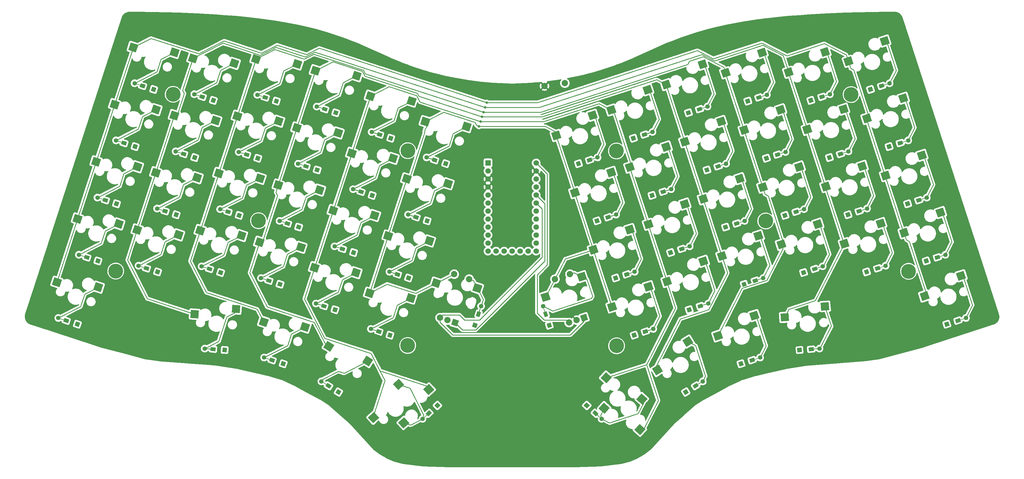
<source format=gbl>
G04 #@! TF.GenerationSoftware,KiCad,Pcbnew,(6.0.2-0)*
G04 #@! TF.CreationDate,2022-02-19T09:02:28+00:00*
G04 #@! TF.ProjectId,atreyu-pcb2,61747265-7975-42d7-9063-62322e6b6963,rev?*
G04 #@! TF.SameCoordinates,Original*
G04 #@! TF.FileFunction,Copper,L2,Bot*
G04 #@! TF.FilePolarity,Positive*
%FSLAX46Y46*%
G04 Gerber Fmt 4.6, Leading zero omitted, Abs format (unit mm)*
G04 Created by KiCad (PCBNEW (6.0.2-0)) date 2022-02-19 09:02:28*
%MOMM*%
%LPD*%
G01*
G04 APERTURE LIST*
G04 #@! TA.AperFunction,ComponentPad*
%ADD10C,1.400000*%
G04 #@! TD*
G04 #@! TA.AperFunction,ComponentPad*
%ADD11R,1.752600X1.752600*%
G04 #@! TD*
G04 #@! TA.AperFunction,ComponentPad*
%ADD12C,1.752600*%
G04 #@! TD*
G04 #@! TA.AperFunction,ComponentPad*
%ADD13C,4.700000*%
G04 #@! TD*
G04 #@! TA.AperFunction,ComponentPad*
%ADD14C,2.000000*%
G04 #@! TD*
G04 #@! TA.AperFunction,ViaPad*
%ADD15C,0.800000*%
G04 #@! TD*
G04 #@! TA.AperFunction,Conductor*
%ADD16C,0.250000*%
G04 #@! TD*
G04 APERTURE END LIST*
G04 #@! TA.AperFunction,SMDPad,CuDef*
G36*
X148808273Y-147336598D02*
G01*
X147483475Y-149456718D01*
X145320953Y-148105424D01*
X146645751Y-145985304D01*
X148808273Y-147336598D01*
G37*
G04 #@! TD.AperFunction*
G04 #@! TA.AperFunction,SMDPad,CuDef*
G36*
X161116986Y-152032822D02*
G01*
X159792188Y-154152942D01*
X157629666Y-152801648D01*
X158954464Y-150681528D01*
X161116986Y-152032822D01*
G37*
G04 #@! TD.AperFunction*
G04 #@! TA.AperFunction,ComponentPad*
G36*
X277178703Y-154124510D02*
G01*
X276746080Y-152793031D01*
X278077559Y-152360408D01*
X278510182Y-153691887D01*
X277178703Y-154124510D01*
G37*
G04 #@! TD.AperFunction*
G04 #@! TA.AperFunction,SMDPad,CuDef*
G36*
X281796128Y-151993340D02*
G01*
X281734325Y-151803129D01*
X283256016Y-151308702D01*
X283317819Y-151498913D01*
X281796128Y-151993340D01*
G37*
G04 #@! TD.AperFunction*
D10*
X283667340Y-151280201D03*
G04 #@! TA.AperFunction,SMDPad,CuDef*
G36*
X280571605Y-152916944D02*
G01*
X280200785Y-151775676D01*
X281722475Y-151281248D01*
X282093295Y-152422516D01*
X280571605Y-152916944D01*
G37*
G04 #@! TD.AperFunction*
G04 #@! TA.AperFunction,ComponentPad*
G36*
X184985510Y-89373238D02*
G01*
X184552887Y-90704717D01*
X183221408Y-90272094D01*
X183654031Y-88940615D01*
X184985510Y-89373238D01*
G37*
G04 #@! TD.AperFunction*
G04 #@! TA.AperFunction,SMDPad,CuDef*
G36*
X181530805Y-88355883D02*
G01*
X181159985Y-89497151D01*
X179638295Y-89002723D01*
X180009115Y-87861455D01*
X181530805Y-88355883D01*
G37*
G04 #@! TD.AperFunction*
G04 #@! TA.AperFunction,SMDPad,CuDef*
G36*
X179997265Y-88383336D02*
G01*
X179935462Y-88573547D01*
X178413771Y-88079120D01*
X178475574Y-87888909D01*
X179997265Y-88383336D01*
G37*
G04 #@! TD.AperFunction*
X178064250Y-87860408D03*
G04 #@! TA.AperFunction,SMDPad,CuDef*
G36*
X132646442Y-95825998D02*
G01*
X131873900Y-98203639D01*
X129448706Y-97415646D01*
X130221248Y-95038005D01*
X132646442Y-95825998D01*
G37*
G04 #@! TD.AperFunction*
G04 #@! TA.AperFunction,SMDPad,CuDef*
G36*
X145725652Y-97404977D02*
G01*
X144953110Y-99782618D01*
X142527916Y-98994625D01*
X143300458Y-96616984D01*
X145725652Y-97404977D01*
G37*
G04 #@! TD.AperFunction*
G04 #@! TA.AperFunction,ComponentPad*
G36*
X243103634Y-82644400D02*
G01*
X242671011Y-81312921D01*
X244002490Y-80880298D01*
X244435113Y-82211777D01*
X243103634Y-82644400D01*
G37*
G04 #@! TD.AperFunction*
G04 #@! TA.AperFunction,SMDPad,CuDef*
G36*
X247721059Y-80513230D02*
G01*
X247659256Y-80323019D01*
X249180947Y-79828592D01*
X249242750Y-80018803D01*
X247721059Y-80513230D01*
G37*
G04 #@! TD.AperFunction*
X249592271Y-79800091D03*
G04 #@! TA.AperFunction,SMDPad,CuDef*
G36*
X246496536Y-81436834D02*
G01*
X246125716Y-80295566D01*
X247647406Y-79801138D01*
X248018226Y-80942406D01*
X246496536Y-81436834D01*
G37*
G04 #@! TD.AperFunction*
G04 #@! TA.AperFunction,ComponentPad*
G36*
X151076986Y-161982270D02*
G01*
X150335099Y-163169537D01*
X149147832Y-162427650D01*
X149889719Y-161240383D01*
X151076986Y-161982270D01*
G37*
G04 #@! TD.AperFunction*
G04 #@! TA.AperFunction,SMDPad,CuDef*
G36*
X146476391Y-159815007D02*
G01*
X146370408Y-159984616D01*
X145013531Y-159136745D01*
X145119514Y-158967136D01*
X146476391Y-159815007D01*
G37*
G04 #@! TD.AperFunction*
G04 #@! TA.AperFunction,SMDPad,CuDef*
G36*
X147971021Y-160159366D02*
G01*
X147335118Y-161177023D01*
X145978241Y-160329152D01*
X146614144Y-159311495D01*
X147971021Y-160159366D01*
G37*
G04 #@! TD.AperFunction*
X144727304Y-158839973D03*
G04 #@! TA.AperFunction,SMDPad,CuDef*
G36*
X305333774Y-95494769D02*
G01*
X306106316Y-97872410D01*
X303681122Y-98660403D01*
X302908580Y-96282762D01*
X305333774Y-95494769D01*
G37*
G04 #@! TD.AperFunction*
G04 #@! TA.AperFunction,SMDPad,CuDef*
G36*
X316843179Y-89084423D02*
G01*
X317615721Y-91462064D01*
X315190527Y-92250057D01*
X314417985Y-89872416D01*
X316843179Y-89084423D01*
G37*
G04 #@! TD.AperFunction*
G04 #@! TA.AperFunction,SMDPad,CuDef*
G36*
X128050531Y-139227399D02*
G01*
X127277989Y-141605040D01*
X124852795Y-140817047D01*
X125625337Y-138439406D01*
X128050531Y-139227399D01*
G37*
G04 #@! TD.AperFunction*
G04 #@! TA.AperFunction,SMDPad,CuDef*
G36*
X141129741Y-140806378D02*
G01*
X140357199Y-143184019D01*
X137932005Y-142396026D01*
X138704547Y-140018385D01*
X141129741Y-140806378D01*
G37*
G04 #@! TD.AperFunction*
D11*
X197502560Y-89601494D03*
D12*
X197502560Y-92141494D03*
X197502560Y-94681494D03*
X197502560Y-97221494D03*
X197502560Y-99761494D03*
X197502560Y-102301494D03*
X197502560Y-104841494D03*
X197502560Y-107381494D03*
X197502560Y-109921494D03*
X197502560Y-112461494D03*
X197502560Y-115001494D03*
X197502560Y-117541494D03*
X212742560Y-117541494D03*
X212742560Y-115001494D03*
X212742560Y-112461494D03*
X212742560Y-109921494D03*
X212742560Y-107381494D03*
X212742560Y-104841494D03*
X212742560Y-102301494D03*
X212742560Y-99761494D03*
X212742560Y-97221494D03*
X212742560Y-94681494D03*
X212742560Y-92141494D03*
X212742560Y-89601494D03*
X200042560Y-117541494D03*
X202582560Y-117541494D03*
X205122560Y-117541494D03*
X207662560Y-117541494D03*
X210202560Y-117541494D03*
G04 #@! TA.AperFunction,SMDPad,CuDef*
G36*
X87974182Y-110021276D02*
G01*
X87201640Y-112398917D01*
X84776446Y-111610924D01*
X85548988Y-109233283D01*
X87974182Y-110021276D01*
G37*
G04 #@! TD.AperFunction*
G04 #@! TA.AperFunction,SMDPad,CuDef*
G36*
X101053392Y-111600255D02*
G01*
X100280850Y-113977896D01*
X97855656Y-113189903D01*
X98628198Y-110812262D01*
X101053392Y-111600255D01*
G37*
G04 #@! TD.AperFunction*
G04 #@! TA.AperFunction,SMDPad,CuDef*
G36*
X237362638Y-71242411D02*
G01*
X238135180Y-73620052D01*
X235709986Y-74408045D01*
X234937444Y-72030404D01*
X237362638Y-71242411D01*
G37*
G04 #@! TD.AperFunction*
G04 #@! TA.AperFunction,SMDPad,CuDef*
G36*
X248872043Y-64832065D02*
G01*
X249644585Y-67209706D01*
X247219391Y-67997699D01*
X246446849Y-65620058D01*
X248872043Y-64832065D01*
G37*
G04 #@! TD.AperFunction*
G04 #@! TA.AperFunction,SMDPad,CuDef*
G36*
X216552255Y-130483646D02*
G01*
X217324797Y-132861287D01*
X214899603Y-133649280D01*
X214127061Y-131271639D01*
X216552255Y-130483646D01*
G37*
G04 #@! TD.AperFunction*
G04 #@! TA.AperFunction,SMDPad,CuDef*
G36*
X228061660Y-124073300D02*
G01*
X228834202Y-126450941D01*
X226409008Y-127238934D01*
X225636466Y-124861293D01*
X228061660Y-124073300D01*
G37*
G04 #@! TD.AperFunction*
D13*
X312504521Y-67938959D03*
G04 #@! TA.AperFunction,ComponentPad*
G36*
X227778450Y-166520131D02*
G01*
X228715233Y-165479728D01*
X229755636Y-166416511D01*
X228818853Y-167456914D01*
X227778450Y-166520131D01*
G37*
G04 #@! TD.AperFunction*
G04 #@! TA.AperFunction,SMDPad,CuDef*
G36*
X230520685Y-168854686D02*
G01*
X231323642Y-167962913D01*
X232512673Y-169033522D01*
X231709716Y-169925295D01*
X230520685Y-168854686D01*
G37*
G04 #@! TD.AperFunction*
D10*
X233486013Y-170717300D03*
G04 #@! TA.AperFunction,SMDPad,CuDef*
G36*
X231932810Y-169453354D02*
G01*
X232066636Y-169304725D01*
X233255668Y-170375334D01*
X233121842Y-170523963D01*
X231932810Y-169453354D01*
G37*
G04 #@! TD.AperFunction*
G04 #@! TA.AperFunction,SMDPad,CuDef*
G36*
X107935630Y-110230965D02*
G01*
X107163088Y-112608606D01*
X104737894Y-111820613D01*
X105510436Y-109442972D01*
X107935630Y-110230965D01*
G37*
G04 #@! TD.AperFunction*
G04 #@! TA.AperFunction,SMDPad,CuDef*
G36*
X121014840Y-111809944D02*
G01*
X120242298Y-114187585D01*
X117817104Y-113399592D01*
X118589646Y-111021951D01*
X121014840Y-111809944D01*
G37*
G04 #@! TD.AperFunction*
G04 #@! TA.AperFunction,ComponentPad*
G36*
X133499039Y-152793029D02*
G01*
X133066416Y-154124508D01*
X131734937Y-153691885D01*
X132167560Y-152360406D01*
X133499039Y-152793029D01*
G37*
G04 #@! TD.AperFunction*
X126577779Y-151280199D03*
G04 #@! TA.AperFunction,SMDPad,CuDef*
G36*
X130044334Y-151775674D02*
G01*
X129673514Y-152916942D01*
X128151824Y-152422514D01*
X128522644Y-151281246D01*
X130044334Y-151775674D01*
G37*
G04 #@! TD.AperFunction*
G04 #@! TA.AperFunction,SMDPad,CuDef*
G36*
X128510794Y-151803127D02*
G01*
X128448991Y-151993338D01*
X126927300Y-151498911D01*
X126989103Y-151308700D01*
X128510794Y-151803127D01*
G37*
G04 #@! TD.AperFunction*
G04 #@! TA.AperFunction,SMDPad,CuDef*
G36*
X125595950Y-55878086D02*
G01*
X124823408Y-58255727D01*
X122398214Y-57467734D01*
X123170756Y-55090093D01*
X125595950Y-55878086D01*
G37*
G04 #@! TD.AperFunction*
G04 #@! TA.AperFunction,SMDPad,CuDef*
G36*
X138675160Y-57457065D02*
G01*
X137902618Y-59834706D01*
X135477424Y-59046713D01*
X136249966Y-56669072D01*
X138675160Y-57457065D01*
G37*
G04 #@! TD.AperFunction*
D13*
X330704465Y-123952619D03*
G04 #@! TA.AperFunction,ComponentPad*
G36*
X111376710Y-69329455D02*
G01*
X110944087Y-70660934D01*
X109612608Y-70228311D01*
X110045231Y-68896832D01*
X111376710Y-69329455D01*
G37*
G04 #@! TD.AperFunction*
G04 #@! TA.AperFunction,SMDPad,CuDef*
G36*
X106388465Y-68339553D02*
G01*
X106326662Y-68529764D01*
X104804971Y-68035337D01*
X104866774Y-67845126D01*
X106388465Y-68339553D01*
G37*
G04 #@! TD.AperFunction*
G04 #@! TA.AperFunction,SMDPad,CuDef*
G36*
X107922005Y-68312100D02*
G01*
X107551185Y-69453368D01*
X106029495Y-68958940D01*
X106400315Y-67817672D01*
X107922005Y-68312100D01*
G37*
G04 #@! TD.AperFunction*
D10*
X104455450Y-67816625D03*
G04 #@! TA.AperFunction,ComponentPad*
G36*
X225692419Y-90705287D02*
G01*
X225259796Y-89373808D01*
X226591275Y-88941185D01*
X227023898Y-90272664D01*
X225692419Y-90705287D01*
G37*
G04 #@! TD.AperFunction*
G04 #@! TA.AperFunction,SMDPad,CuDef*
G36*
X230309844Y-88574117D02*
G01*
X230248041Y-88383906D01*
X231769732Y-87889479D01*
X231831535Y-88079690D01*
X230309844Y-88574117D01*
G37*
G04 #@! TD.AperFunction*
G04 #@! TA.AperFunction,SMDPad,CuDef*
G36*
X229085321Y-89497721D02*
G01*
X228714501Y-88356453D01*
X230236191Y-87862025D01*
X230607011Y-89003293D01*
X229085321Y-89497721D01*
G37*
G04 #@! TD.AperFunction*
X232181056Y-87860978D03*
G04 #@! TA.AperFunction,SMDPad,CuDef*
G36*
X74958422Y-88432559D02*
G01*
X74185880Y-90810200D01*
X71760686Y-90022207D01*
X72533228Y-87644566D01*
X74958422Y-88432559D01*
G37*
G04 #@! TD.AperFunction*
G04 #@! TA.AperFunction,SMDPad,CuDef*
G36*
X88037632Y-90011538D02*
G01*
X87265090Y-92389179D01*
X84839896Y-91601186D01*
X85612438Y-89223545D01*
X88037632Y-90011538D01*
G37*
G04 #@! TD.AperFunction*
G04 #@! TA.AperFunction,ComponentPad*
G36*
X260763952Y-136997280D02*
G01*
X260331329Y-135665801D01*
X261662808Y-135233178D01*
X262095431Y-136564657D01*
X260763952Y-136997280D01*
G37*
G04 #@! TD.AperFunction*
G04 #@! TA.AperFunction,SMDPad,CuDef*
G36*
X265381377Y-134866110D02*
G01*
X265319574Y-134675899D01*
X266841265Y-134181472D01*
X266903068Y-134371683D01*
X265381377Y-134866110D01*
G37*
G04 #@! TD.AperFunction*
G04 #@! TA.AperFunction,SMDPad,CuDef*
G36*
X264156854Y-135789714D02*
G01*
X263786034Y-134648446D01*
X265307724Y-134154018D01*
X265678544Y-135295286D01*
X264156854Y-135789714D01*
G37*
G04 #@! TD.AperFunction*
X267252589Y-134152971D03*
G04 #@! TA.AperFunction,ComponentPad*
G36*
X243352738Y-145058168D02*
G01*
X242920115Y-143726689D01*
X244251594Y-143294066D01*
X244684217Y-144625545D01*
X243352738Y-145058168D01*
G37*
G04 #@! TD.AperFunction*
G04 #@! TA.AperFunction,SMDPad,CuDef*
G36*
X246745640Y-143850602D02*
G01*
X246374820Y-142709334D01*
X247896510Y-142214906D01*
X248267330Y-143356174D01*
X246745640Y-143850602D01*
G37*
G04 #@! TD.AperFunction*
G04 #@! TA.AperFunction,SMDPad,CuDef*
G36*
X247970163Y-142926998D02*
G01*
X247908360Y-142736787D01*
X249430051Y-142242360D01*
X249491854Y-142432571D01*
X247970163Y-142926998D01*
G37*
G04 #@! TD.AperFunction*
X249841375Y-142213859D03*
G04 #@! TA.AperFunction,ComponentPad*
G36*
X316962240Y-125014156D02*
G01*
X316529617Y-123682677D01*
X317861096Y-123250054D01*
X318293719Y-124581533D01*
X316962240Y-125014156D01*
G37*
G04 #@! TD.AperFunction*
G04 #@! TA.AperFunction,SMDPad,CuDef*
G36*
X320355142Y-123806590D02*
G01*
X319984322Y-122665322D01*
X321506012Y-122170894D01*
X321876832Y-123312162D01*
X320355142Y-123806590D01*
G37*
G04 #@! TD.AperFunction*
G04 #@! TA.AperFunction,SMDPad,CuDef*
G36*
X321579665Y-122882986D02*
G01*
X321517862Y-122692775D01*
X323039553Y-122198348D01*
X323101356Y-122388559D01*
X321579665Y-122882986D01*
G37*
G04 #@! TD.AperFunction*
X323450877Y-122169847D03*
G04 #@! TA.AperFunction,SMDPad,CuDef*
G36*
X311220548Y-113612395D02*
G01*
X311993090Y-115990036D01*
X309567896Y-116778029D01*
X308795354Y-114400388D01*
X311220548Y-113612395D01*
G37*
G04 #@! TD.AperFunction*
G04 #@! TA.AperFunction,SMDPad,CuDef*
G36*
X322729953Y-107202049D02*
G01*
X323502495Y-109579690D01*
X321077301Y-110367683D01*
X320304759Y-107990042D01*
X322729953Y-107202049D01*
G37*
G04 #@! TD.AperFunction*
G04 #@! TA.AperFunction,ComponentPad*
G36*
X144276122Y-91369658D02*
G01*
X143843499Y-92701137D01*
X142512020Y-92268514D01*
X142944643Y-90937035D01*
X144276122Y-91369658D01*
G37*
G04 #@! TD.AperFunction*
G04 #@! TA.AperFunction,SMDPad,CuDef*
G36*
X139287877Y-90379756D02*
G01*
X139226074Y-90569967D01*
X137704383Y-90075540D01*
X137766186Y-89885329D01*
X139287877Y-90379756D01*
G37*
G04 #@! TD.AperFunction*
G04 #@! TA.AperFunction,SMDPad,CuDef*
G36*
X140821417Y-90352303D02*
G01*
X140450597Y-91493571D01*
X138928907Y-90999143D01*
X139299727Y-89857875D01*
X140821417Y-90352303D01*
G37*
G04 #@! TD.AperFunction*
X137354862Y-89856828D03*
G04 #@! TA.AperFunction,SMDPad,CuDef*
G36*
X266547401Y-99416775D02*
G01*
X267319943Y-101794416D01*
X264894749Y-102582409D01*
X264122207Y-100204768D01*
X266547401Y-99416775D01*
G37*
G04 #@! TD.AperFunction*
G04 #@! TA.AperFunction,SMDPad,CuDef*
G36*
X278056806Y-93006429D02*
G01*
X278829348Y-95384070D01*
X276404154Y-96172063D01*
X275631612Y-93794422D01*
X278056806Y-93006429D01*
G37*
G04 #@! TD.AperFunction*
G04 #@! TA.AperFunction,SMDPad,CuDef*
G36*
X291258216Y-113821743D02*
G01*
X292030758Y-116199384D01*
X289605564Y-116987377D01*
X288833022Y-114609736D01*
X291258216Y-113821743D01*
G37*
G04 #@! TD.AperFunction*
G04 #@! TA.AperFunction,SMDPad,CuDef*
G36*
X302767621Y-107411397D02*
G01*
X303540163Y-109789038D01*
X301114969Y-110577031D01*
X300342427Y-108199390D01*
X302767621Y-107411397D01*
G37*
G04 #@! TD.AperFunction*
G04 #@! TA.AperFunction,ComponentPad*
G36*
X119565312Y-105774627D02*
G01*
X119132689Y-107106106D01*
X117801210Y-106673483D01*
X118233833Y-105342004D01*
X119565312Y-105774627D01*
G37*
G04 #@! TD.AperFunction*
G04 #@! TA.AperFunction,SMDPad,CuDef*
G36*
X116110607Y-104757272D02*
G01*
X115739787Y-105898540D01*
X114218097Y-105404112D01*
X114588917Y-104262844D01*
X116110607Y-104757272D01*
G37*
G04 #@! TD.AperFunction*
X112644052Y-104261797D03*
G04 #@! TA.AperFunction,SMDPad,CuDef*
G36*
X114577067Y-104784725D02*
G01*
X114515264Y-104974936D01*
X112993573Y-104480509D01*
X113055376Y-104290298D01*
X114577067Y-104784725D01*
G37*
G04 #@! TD.AperFunction*
G04 #@! TA.AperFunction,SMDPad,CuDef*
G36*
X161580575Y-130064906D02*
G01*
X160808033Y-132442547D01*
X158382839Y-131654554D01*
X159155381Y-129276913D01*
X161580575Y-130064906D01*
G37*
G04 #@! TD.AperFunction*
G04 #@! TA.AperFunction,SMDPad,CuDef*
G36*
X174659785Y-131643885D02*
G01*
X173887243Y-134021526D01*
X171462049Y-133233533D01*
X172234591Y-130855892D01*
X174659785Y-131643885D01*
G37*
G04 #@! TD.AperFunction*
G04 #@! TA.AperFunction,SMDPad,CuDef*
G36*
X318349528Y-73906052D02*
G01*
X319122070Y-76283693D01*
X316696876Y-77071686D01*
X315924334Y-74694045D01*
X318349528Y-73906052D01*
G37*
G04 #@! TD.AperFunction*
G04 #@! TA.AperFunction,SMDPad,CuDef*
G36*
X329858933Y-67495706D02*
G01*
X330631475Y-69873347D01*
X328206281Y-70661340D01*
X327433739Y-68283699D01*
X329858933Y-67495706D01*
G37*
G04 #@! TD.AperFunction*
G04 #@! TA.AperFunction,ComponentPad*
G36*
X86587406Y-83975991D02*
G01*
X86154783Y-85307470D01*
X84823304Y-84874847D01*
X85255927Y-83543368D01*
X86587406Y-83975991D01*
G37*
G04 #@! TD.AperFunction*
G04 #@! TA.AperFunction,SMDPad,CuDef*
G36*
X83132701Y-82958636D02*
G01*
X82761881Y-84099904D01*
X81240191Y-83605476D01*
X81611011Y-82464208D01*
X83132701Y-82958636D01*
G37*
G04 #@! TD.AperFunction*
G04 #@! TA.AperFunction,SMDPad,CuDef*
G36*
X81599161Y-82986089D02*
G01*
X81537358Y-83176300D01*
X80015667Y-82681873D01*
X80077470Y-82491662D01*
X81599161Y-82986089D01*
G37*
G04 #@! TD.AperFunction*
X79666146Y-82463161D03*
G04 #@! TA.AperFunction,SMDPad,CuDef*
G36*
X285371439Y-95704117D02*
G01*
X286143981Y-98081758D01*
X283718787Y-98869751D01*
X282946245Y-96492110D01*
X285371439Y-95704117D01*
G37*
G04 #@! TD.AperFunction*
G04 #@! TA.AperFunction,SMDPad,CuDef*
G36*
X296880844Y-89293771D02*
G01*
X297653386Y-91671412D01*
X295228192Y-92459405D01*
X294455650Y-90081764D01*
X296880844Y-89293771D01*
G37*
G04 #@! TD.AperFunction*
G04 #@! TA.AperFunction,SMDPad,CuDef*
G36*
X249136187Y-107477662D02*
G01*
X249908729Y-109855303D01*
X247483535Y-110643296D01*
X246710993Y-108265655D01*
X249136187Y-107477662D01*
G37*
G04 #@! TD.AperFunction*
G04 #@! TA.AperFunction,SMDPad,CuDef*
G36*
X260645592Y-101067316D02*
G01*
X261418134Y-103444957D01*
X258992940Y-104232950D01*
X258220398Y-101855309D01*
X260645592Y-101067316D01*
G37*
G04 #@! TD.AperFunction*
G04 #@! TA.AperFunction,ComponentPad*
G36*
X237465963Y-126940541D02*
G01*
X237033340Y-125609062D01*
X238364819Y-125176439D01*
X238797442Y-126507918D01*
X237465963Y-126940541D01*
G37*
G04 #@! TD.AperFunction*
G04 #@! TA.AperFunction,SMDPad,CuDef*
G36*
X240858865Y-125732975D02*
G01*
X240488045Y-124591707D01*
X242009735Y-124097279D01*
X242380555Y-125238547D01*
X240858865Y-125732975D01*
G37*
G04 #@! TD.AperFunction*
G04 #@! TA.AperFunction,SMDPad,CuDef*
G36*
X242083388Y-124809371D02*
G01*
X242021585Y-124619160D01*
X243543276Y-124124733D01*
X243605079Y-124314944D01*
X242083388Y-124809371D01*
G37*
G04 #@! TD.AperFunction*
X243954600Y-124096232D03*
G04 #@! TA.AperFunction,ComponentPad*
G36*
X329977297Y-103425667D02*
G01*
X329544674Y-102094188D01*
X330876153Y-101661565D01*
X331308776Y-102993044D01*
X329977297Y-103425667D01*
G37*
G04 #@! TD.AperFunction*
G04 #@! TA.AperFunction,SMDPad,CuDef*
G36*
X334594722Y-101294497D02*
G01*
X334532919Y-101104286D01*
X336054610Y-100609859D01*
X336116413Y-100800070D01*
X334594722Y-101294497D01*
G37*
G04 #@! TD.AperFunction*
G04 #@! TA.AperFunction,SMDPad,CuDef*
G36*
X333370199Y-102218101D02*
G01*
X332999379Y-101076833D01*
X334521069Y-100582405D01*
X334891889Y-101723673D01*
X333370199Y-102218101D01*
G37*
G04 #@! TD.AperFunction*
X336465934Y-100581358D03*
G04 #@! TA.AperFunction,ComponentPad*
G36*
X149913790Y-135665797D02*
G01*
X149481167Y-136997276D01*
X148149688Y-136564653D01*
X148582311Y-135233174D01*
X149913790Y-135665797D01*
G37*
G04 #@! TD.AperFunction*
G04 #@! TA.AperFunction,SMDPad,CuDef*
G36*
X144925545Y-134675895D02*
G01*
X144863742Y-134866106D01*
X143342051Y-134371679D01*
X143403854Y-134181468D01*
X144925545Y-134675895D01*
G37*
G04 #@! TD.AperFunction*
X142992530Y-134152967D03*
G04 #@! TA.AperFunction,SMDPad,CuDef*
G36*
X146459085Y-134648442D02*
G01*
X146088265Y-135789710D01*
X144566575Y-135295282D01*
X144937395Y-134154014D01*
X146459085Y-134648442D01*
G37*
G04 #@! TD.AperFunction*
D13*
X238189307Y-85808627D03*
G04 #@! TA.AperFunction,ComponentPad*
G36*
X132502574Y-127604911D02*
G01*
X132069951Y-128936390D01*
X130738472Y-128503767D01*
X131171095Y-127172288D01*
X132502574Y-127604911D01*
G37*
G04 #@! TD.AperFunction*
G04 #@! TA.AperFunction,SMDPad,CuDef*
G36*
X127514329Y-126615009D02*
G01*
X127452526Y-126805220D01*
X125930835Y-126310793D01*
X125992638Y-126120582D01*
X127514329Y-126615009D01*
G37*
G04 #@! TD.AperFunction*
G04 #@! TA.AperFunction,SMDPad,CuDef*
G36*
X129047869Y-126587556D02*
G01*
X128677049Y-127728824D01*
X127155359Y-127234396D01*
X127526179Y-126093128D01*
X129047869Y-126587556D01*
G37*
G04 #@! TD.AperFunction*
D10*
X125581314Y-126092081D03*
G04 #@! TA.AperFunction,ComponentPad*
G36*
X248990403Y-100762025D02*
G01*
X248557780Y-99430546D01*
X249889259Y-98997923D01*
X250321882Y-100329402D01*
X248990403Y-100762025D01*
G37*
G04 #@! TD.AperFunction*
G04 #@! TA.AperFunction,SMDPad,CuDef*
G36*
X252383305Y-99554459D02*
G01*
X252012485Y-98413191D01*
X253534175Y-97918763D01*
X253904995Y-99060031D01*
X252383305Y-99554459D01*
G37*
G04 #@! TD.AperFunction*
X255479040Y-97917716D03*
G04 #@! TA.AperFunction,SMDPad,CuDef*
G36*
X253607828Y-98630855D02*
G01*
X253546025Y-98440644D01*
X255067716Y-97946217D01*
X255129519Y-98136428D01*
X253607828Y-98630855D01*
G37*
G04 #@! TD.AperFunction*
D13*
X285462261Y-108005630D03*
G04 #@! TA.AperFunction,SMDPad,CuDef*
G36*
X243249413Y-89360036D02*
G01*
X244021955Y-91737677D01*
X241596761Y-92525670D01*
X240824219Y-90148029D01*
X243249413Y-89360036D01*
G37*
G04 #@! TD.AperFunction*
G04 #@! TA.AperFunction,SMDPad,CuDef*
G36*
X254758818Y-82949690D02*
G01*
X255531360Y-85327331D01*
X253106166Y-86115324D01*
X252333624Y-83737683D01*
X254758818Y-82949690D01*
G37*
G04 #@! TD.AperFunction*
G04 #@! TA.AperFunction,SMDPad,CuDef*
G36*
X126759666Y-113943624D02*
G01*
X125987124Y-116321265D01*
X123561930Y-115533272D01*
X124334472Y-113155631D01*
X126759666Y-113943624D01*
G37*
G04 #@! TD.AperFunction*
G04 #@! TA.AperFunction,SMDPad,CuDef*
G36*
X139838876Y-115522603D02*
G01*
X139066334Y-117900244D01*
X136641140Y-117112251D01*
X137413682Y-114734610D01*
X139838876Y-115522603D01*
G37*
G04 #@! TD.AperFunction*
G04 #@! TA.AperFunction,SMDPad,CuDef*
G36*
X299446999Y-77377142D02*
G01*
X300219541Y-79754783D01*
X297794347Y-80542776D01*
X297021805Y-78165135D01*
X299446999Y-77377142D01*
G37*
G04 #@! TD.AperFunction*
G04 #@! TA.AperFunction,SMDPad,CuDef*
G36*
X310956404Y-70966796D02*
G01*
X311728946Y-73344437D01*
X309303752Y-74132430D01*
X308531210Y-71754789D01*
X310956404Y-70966796D01*
G37*
G04 #@! TD.AperFunction*
G04 #@! TA.AperFunction,SMDPad,CuDef*
G36*
X312462756Y-55788425D02*
G01*
X313235298Y-58166066D01*
X310810104Y-58954059D01*
X310037562Y-56576418D01*
X312462756Y-55788425D01*
G37*
G04 #@! TD.AperFunction*
G04 #@! TA.AperFunction,SMDPad,CuDef*
G36*
X323972161Y-49378079D02*
G01*
X324744703Y-51755720D01*
X322319509Y-52543713D01*
X321546967Y-50166072D01*
X323972161Y-49378079D01*
G37*
G04 #@! TD.AperFunction*
G04 #@! TA.AperFunction,SMDPad,CuDef*
G36*
X273597892Y-59468863D02*
G01*
X274370434Y-61846504D01*
X271945240Y-62634497D01*
X271172698Y-60256856D01*
X273597892Y-59468863D01*
G37*
G04 #@! TD.AperFunction*
G04 #@! TA.AperFunction,SMDPad,CuDef*
G36*
X285107297Y-53058517D02*
G01*
X285879839Y-55436158D01*
X283454645Y-56224151D01*
X282682103Y-53846510D01*
X285107297Y-53058517D01*
G37*
G04 #@! TD.AperFunction*
D14*
X221841020Y-64309882D03*
X215404278Y-65214508D03*
G04 #@! TA.AperFunction,SMDPad,CuDef*
G36*
X324236304Y-92023677D02*
G01*
X325008846Y-94401318D01*
X322583652Y-95189311D01*
X321811110Y-92811670D01*
X324236304Y-92023677D01*
G37*
G04 #@! TD.AperFunction*
G04 #@! TA.AperFunction,SMDPad,CuDef*
G36*
X335745709Y-85613331D02*
G01*
X336518251Y-87990972D01*
X334093057Y-88778965D01*
X333320515Y-86401324D01*
X335745709Y-85613331D01*
G37*
G04 #@! TD.AperFunction*
G04 #@! TA.AperFunction,SMDPad,CuDef*
G36*
X279484666Y-77586489D02*
G01*
X280257208Y-79964130D01*
X277832014Y-80752123D01*
X277059472Y-78374482D01*
X279484666Y-77586489D01*
G37*
G04 #@! TD.AperFunction*
G04 #@! TA.AperFunction,SMDPad,CuDef*
G36*
X290994071Y-71176143D02*
G01*
X291766613Y-73553784D01*
X289341419Y-74341777D01*
X288568877Y-71964136D01*
X290994071Y-71176143D01*
G37*
G04 #@! TD.AperFunction*
G04 #@! TA.AperFunction,ComponentPad*
G36*
X295517231Y-149640965D02*
G01*
X295419572Y-148244376D01*
X296816161Y-148146717D01*
X296913820Y-149543306D01*
X295517231Y-149640965D01*
G37*
G04 #@! TD.AperFunction*
D10*
X302501228Y-148450887D03*
G04 #@! TA.AperFunction,SMDPad,CuDef*
G36*
X300513075Y-148690157D02*
G01*
X300499124Y-148490644D01*
X302095227Y-148379033D01*
X302109178Y-148578546D01*
X300513075Y-148690157D01*
G37*
G04 #@! TD.AperFunction*
G04 #@! TA.AperFunction,SMDPad,CuDef*
G36*
X299101486Y-149290086D02*
G01*
X299017778Y-148093009D01*
X300613880Y-147981398D01*
X300697588Y-149178475D01*
X299101486Y-149290086D01*
G37*
G04 #@! TD.AperFunction*
G04 #@! TA.AperFunction,ComponentPad*
G36*
X150162898Y-73252031D02*
G01*
X149730275Y-74583510D01*
X148398796Y-74150887D01*
X148831419Y-72819408D01*
X150162898Y-73252031D01*
G37*
G04 #@! TD.AperFunction*
X143241638Y-71739201D03*
G04 #@! TA.AperFunction,SMDPad,CuDef*
G36*
X145174653Y-72262129D02*
G01*
X145112850Y-72452340D01*
X143591159Y-71957913D01*
X143652962Y-71767702D01*
X145174653Y-72262129D01*
G37*
G04 #@! TD.AperFunction*
G04 #@! TA.AperFunction,SMDPad,CuDef*
G36*
X146708193Y-72234676D02*
G01*
X146337373Y-73375944D01*
X144815683Y-72881516D01*
X145186503Y-71740248D01*
X146708193Y-72234676D01*
G37*
G04 #@! TD.AperFunction*
G04 #@! TA.AperFunction,ComponentPad*
G36*
X217789465Y-141479502D02*
G01*
X216457986Y-141912125D01*
X216025363Y-140580646D01*
X217356842Y-140148023D01*
X217789465Y-141479502D01*
G37*
G04 #@! TD.AperFunction*
G04 #@! TA.AperFunction,SMDPad,CuDef*
G36*
X216581899Y-138086600D02*
G01*
X215440631Y-138457420D01*
X214946203Y-136935730D01*
X216087471Y-136564910D01*
X216581899Y-138086600D01*
G37*
G04 #@! TD.AperFunction*
X214945156Y-134990865D03*
G04 #@! TA.AperFunction,SMDPad,CuDef*
G36*
X215658295Y-136862077D02*
G01*
X215468084Y-136923880D01*
X214973657Y-135402189D01*
X215163868Y-135340386D01*
X215658295Y-136862077D01*
G37*
G04 #@! TD.AperFunction*
G04 #@! TA.AperFunction,SMDPad,CuDef*
G36*
X155944430Y-85769259D02*
G01*
X155171888Y-88146900D01*
X152746694Y-87358907D01*
X153519236Y-84981266D01*
X155944430Y-85769259D01*
G37*
G04 #@! TD.AperFunction*
G04 #@! TA.AperFunction,SMDPad,CuDef*
G36*
X169023640Y-87348238D02*
G01*
X168251098Y-89725879D01*
X165825904Y-88937886D01*
X166598446Y-86560245D01*
X169023640Y-87348238D01*
G37*
G04 #@! TD.AperFunction*
G04 #@! TA.AperFunction,SMDPad,CuDef*
G36*
X62554734Y-126599636D02*
G01*
X61782192Y-128977277D01*
X59356998Y-128189284D01*
X60129540Y-125811643D01*
X62554734Y-126599636D01*
G37*
G04 #@! TD.AperFunction*
G04 #@! TA.AperFunction,SMDPad,CuDef*
G36*
X75633944Y-128178615D02*
G01*
X74861402Y-130556256D01*
X72436208Y-129768263D01*
X73208750Y-127390622D01*
X75633944Y-128178615D01*
G37*
G04 #@! TD.AperFunction*
G04 #@! TA.AperFunction,SMDPad,CuDef*
G36*
X251582526Y-153494262D02*
G01*
X252907324Y-155614382D01*
X250744802Y-156965676D01*
X249420004Y-154845556D01*
X251582526Y-153494262D01*
G37*
G04 #@! TD.AperFunction*
G04 #@! TA.AperFunction,SMDPad,CuDef*
G36*
X261199249Y-144489953D02*
G01*
X262524047Y-146610073D01*
X260361525Y-147961367D01*
X259036727Y-145841247D01*
X261199249Y-144489953D01*
G37*
G04 #@! TD.AperFunction*
G04 #@! TA.AperFunction,SMDPad,CuDef*
G36*
X225839721Y-97420430D02*
G01*
X226612263Y-99798071D01*
X224187069Y-100586064D01*
X223414527Y-98208423D01*
X225839721Y-97420430D01*
G37*
G04 #@! TD.AperFunction*
G04 #@! TA.AperFunction,SMDPad,CuDef*
G36*
X237349126Y-91010084D02*
G01*
X238121668Y-93387725D01*
X235696474Y-94175718D01*
X234923932Y-91798077D01*
X237349126Y-91010084D01*
G37*
G04 #@! TD.AperFunction*
G04 #@! TA.AperFunction,SMDPad,CuDef*
G36*
X255022960Y-125595291D02*
G01*
X255795502Y-127972932D01*
X253370308Y-128760925D01*
X252597766Y-126383284D01*
X255022960Y-125595291D01*
G37*
G04 #@! TD.AperFunction*
G04 #@! TA.AperFunction,SMDPad,CuDef*
G36*
X266532365Y-119184945D02*
G01*
X267304907Y-121562586D01*
X264879713Y-122350579D01*
X264107171Y-119972938D01*
X266532365Y-119184945D01*
G37*
G04 #@! TD.AperFunction*
G04 #@! TA.AperFunction,ComponentPad*
G36*
X324090523Y-85308039D02*
G01*
X323657900Y-83976560D01*
X324989379Y-83543937D01*
X325422002Y-84875416D01*
X324090523Y-85308039D01*
G37*
G04 #@! TD.AperFunction*
X330579160Y-82463730D03*
G04 #@! TA.AperFunction,SMDPad,CuDef*
G36*
X328707948Y-83176869D02*
G01*
X328646145Y-82986658D01*
X330167836Y-82492231D01*
X330229639Y-82682442D01*
X328707948Y-83176869D01*
G37*
G04 #@! TD.AperFunction*
G04 #@! TA.AperFunction,SMDPad,CuDef*
G36*
X327483425Y-84100473D02*
G01*
X327112605Y-82959205D01*
X328634295Y-82464777D01*
X329005115Y-83606045D01*
X327483425Y-84100473D01*
G37*
G04 #@! TD.AperFunction*
G04 #@! TA.AperFunction,SMDPad,CuDef*
G36*
X236718334Y-157590446D02*
G01*
X235045507Y-159448309D01*
X233150488Y-157742026D01*
X234823315Y-155884163D01*
X236718334Y-157590446D01*
G37*
G04 #@! TD.AperFunction*
G04 #@! TA.AperFunction,SMDPad,CuDef*
G36*
X248024559Y-164352709D02*
G01*
X246351732Y-166210572D01*
X244456713Y-164504289D01*
X246129540Y-162646426D01*
X248024559Y-164352709D01*
G37*
G04 #@! TD.AperFunction*
G04 #@! TA.AperFunction,ComponentPad*
G36*
X93716390Y-123682335D02*
G01*
X93283767Y-125013814D01*
X91952288Y-124581191D01*
X92384911Y-123249712D01*
X93716390Y-123682335D01*
G37*
G04 #@! TD.AperFunction*
G04 #@! TA.AperFunction,SMDPad,CuDef*
G36*
X88728145Y-122692433D02*
G01*
X88666342Y-122882644D01*
X87144651Y-122388217D01*
X87206454Y-122198006D01*
X88728145Y-122692433D01*
G37*
G04 #@! TD.AperFunction*
G04 #@! TA.AperFunction,SMDPad,CuDef*
G36*
X90261685Y-122664980D02*
G01*
X89890865Y-123806248D01*
X88369175Y-123311820D01*
X88739995Y-122170552D01*
X90261685Y-122664980D01*
G37*
G04 #@! TD.AperFunction*
X86795130Y-122169505D03*
G04 #@! TA.AperFunction,ComponentPad*
G36*
X291112433Y-107106104D02*
G01*
X290679810Y-105774625D01*
X292011289Y-105342002D01*
X292443912Y-106673481D01*
X291112433Y-107106104D01*
G37*
G04 #@! TD.AperFunction*
G04 #@! TA.AperFunction,SMDPad,CuDef*
G36*
X295729858Y-104974934D02*
G01*
X295668055Y-104784723D01*
X297189746Y-104290296D01*
X297251549Y-104480507D01*
X295729858Y-104974934D01*
G37*
G04 #@! TD.AperFunction*
X297601070Y-104261795D03*
G04 #@! TA.AperFunction,SMDPad,CuDef*
G36*
X294505335Y-105898538D02*
G01*
X294134515Y-104757270D01*
X295656205Y-104262842D01*
X296027025Y-105404110D01*
X294505335Y-105898538D01*
G37*
G04 #@! TD.AperFunction*
G04 #@! TA.AperFunction,ComponentPad*
G36*
X181530587Y-165479958D02*
G01*
X182467370Y-166520361D01*
X181426967Y-167457144D01*
X180490184Y-166416741D01*
X181530587Y-165479958D01*
G37*
G04 #@! TD.AperFunction*
G04 #@! TA.AperFunction,SMDPad,CuDef*
G36*
X178179184Y-169304955D02*
G01*
X178313010Y-169453584D01*
X177123978Y-170524193D01*
X176990152Y-170375564D01*
X178179184Y-169304955D01*
G37*
G04 #@! TD.AperFunction*
G04 #@! TA.AperFunction,SMDPad,CuDef*
G36*
X178922178Y-167963143D02*
G01*
X179725135Y-168854916D01*
X178536104Y-169925525D01*
X177733147Y-169033752D01*
X178922178Y-167963143D01*
G37*
G04 #@! TD.AperFunction*
X176759807Y-170717530D03*
G04 #@! TA.AperFunction,ComponentPad*
G36*
X167574110Y-81312920D02*
G01*
X167141487Y-82644399D01*
X165810008Y-82211776D01*
X166242631Y-80880297D01*
X167574110Y-81312920D01*
G37*
G04 #@! TD.AperFunction*
X160652850Y-79800090D03*
G04 #@! TA.AperFunction,SMDPad,CuDef*
G36*
X164119405Y-80295565D02*
G01*
X163748585Y-81436833D01*
X162226895Y-80942405D01*
X162597715Y-79801137D01*
X164119405Y-80295565D01*
G37*
G04 #@! TD.AperFunction*
G04 #@! TA.AperFunction,SMDPad,CuDef*
G36*
X162585865Y-80323018D02*
G01*
X162524062Y-80513229D01*
X161002371Y-80018802D01*
X161064174Y-79828591D01*
X162585865Y-80323018D01*
G37*
G04 #@! TD.AperFunction*
G04 #@! TA.AperFunction,SMDPad,CuDef*
G36*
X138533215Y-77708371D02*
G01*
X137760673Y-80086012D01*
X135335479Y-79298019D01*
X136108021Y-76920378D01*
X138533215Y-77708371D01*
G37*
G04 #@! TD.AperFunction*
G04 #@! TA.AperFunction,SMDPad,CuDef*
G36*
X151612425Y-79287350D02*
G01*
X150839883Y-81664991D01*
X148414689Y-80876998D01*
X149187231Y-78499357D01*
X151612425Y-79287350D01*
G37*
G04 #@! TD.AperFunction*
G04 #@! TA.AperFunction,SMDPad,CuDef*
G36*
X173354121Y-93829654D02*
G01*
X172581579Y-96207295D01*
X170156385Y-95419302D01*
X170928927Y-93041661D01*
X173354121Y-93829654D01*
G37*
G04 #@! TD.AperFunction*
G04 #@! TA.AperFunction,SMDPad,CuDef*
G36*
X186433331Y-95408633D02*
G01*
X185660789Y-97786274D01*
X183235595Y-96998281D01*
X184008137Y-94620640D01*
X186433331Y-95408633D01*
G37*
G04 #@! TD.AperFunction*
G04 #@! TA.AperFunction,SMDPad,CuDef*
G36*
X219952946Y-79302805D02*
G01*
X220725488Y-81680446D01*
X218300294Y-82468439D01*
X217527752Y-80090798D01*
X219952946Y-79302805D01*
G37*
G04 #@! TD.AperFunction*
G04 #@! TA.AperFunction,SMDPad,CuDef*
G36*
X231462351Y-72892459D02*
G01*
X232234893Y-75270100D01*
X229809699Y-76058093D01*
X229037157Y-73680452D01*
X231462351Y-72892459D01*
G37*
G04 #@! TD.AperFunction*
G04 #@! TA.AperFunction,ComponentPad*
G36*
X113678537Y-123892251D02*
G01*
X113245914Y-125223730D01*
X111914435Y-124791107D01*
X112347058Y-123459628D01*
X113678537Y-123892251D01*
G37*
G04 #@! TD.AperFunction*
X106757277Y-122379421D03*
G04 #@! TA.AperFunction,SMDPad,CuDef*
G36*
X110223832Y-122874896D02*
G01*
X109853012Y-124016164D01*
X108331322Y-123521736D01*
X108702142Y-122380468D01*
X110223832Y-122874896D01*
G37*
G04 #@! TD.AperFunction*
G04 #@! TA.AperFunction,SMDPad,CuDef*
G36*
X108690292Y-122902349D02*
G01*
X108628489Y-123092560D01*
X107106798Y-122598133D01*
X107168601Y-122407922D01*
X108690292Y-122902349D01*
G37*
G04 #@! TD.AperFunction*
G04 #@! TA.AperFunction,SMDPad,CuDef*
G36*
X336639997Y-130190758D02*
G01*
X337412539Y-132568399D01*
X334987345Y-133356392D01*
X334214803Y-130978751D01*
X336639997Y-130190758D01*
G37*
G04 #@! TD.AperFunction*
G04 #@! TA.AperFunction,SMDPad,CuDef*
G36*
X348149402Y-123780412D02*
G01*
X348921944Y-126158053D01*
X346496750Y-126946046D01*
X345724208Y-124568405D01*
X348149402Y-123780412D01*
G37*
G04 #@! TD.AperFunction*
G04 #@! TA.AperFunction,SMDPad,CuDef*
G36*
X150057656Y-103886886D02*
G01*
X149285114Y-106264527D01*
X146859920Y-105476534D01*
X147632462Y-103098893D01*
X150057656Y-103886886D01*
G37*
G04 #@! TD.AperFunction*
G04 #@! TA.AperFunction,SMDPad,CuDef*
G36*
X163136866Y-105465865D02*
G01*
X162364324Y-107843506D01*
X159939130Y-107055513D01*
X160711672Y-104677872D01*
X163136866Y-105465865D01*
G37*
G04 #@! TD.AperFunction*
G04 #@! TA.AperFunction,ComponentPad*
G36*
X80700631Y-102093618D02*
G01*
X80268008Y-103425097D01*
X78936529Y-102992474D01*
X79369152Y-101660995D01*
X80700631Y-102093618D01*
G37*
G04 #@! TD.AperFunction*
G04 #@! TA.AperFunction,SMDPad,CuDef*
G36*
X75712386Y-101103716D02*
G01*
X75650583Y-101293927D01*
X74128892Y-100799500D01*
X74190695Y-100609289D01*
X75712386Y-101103716D01*
G37*
G04 #@! TD.AperFunction*
G04 #@! TA.AperFunction,SMDPad,CuDef*
G36*
X77245926Y-101076263D02*
G01*
X76875106Y-102217531D01*
X75353416Y-101723103D01*
X75724236Y-100581835D01*
X77245926Y-101076263D01*
G37*
G04 #@! TD.AperFunction*
X73779371Y-100580788D03*
G04 #@! TA.AperFunction,ComponentPad*
G36*
X299301219Y-70661502D02*
G01*
X298868596Y-69330023D01*
X300200075Y-68897400D01*
X300632698Y-70228879D01*
X299301219Y-70661502D01*
G37*
G04 #@! TD.AperFunction*
G04 #@! TA.AperFunction,SMDPad,CuDef*
G36*
X302694121Y-69453936D02*
G01*
X302323301Y-68312668D01*
X303844991Y-67818240D01*
X304215811Y-68959508D01*
X302694121Y-69453936D01*
G37*
G04 #@! TD.AperFunction*
G04 #@! TA.AperFunction,SMDPad,CuDef*
G36*
X303918644Y-68530332D02*
G01*
X303856841Y-68340121D01*
X305378532Y-67845694D01*
X305440335Y-68035905D01*
X303918644Y-68530332D01*
G37*
G04 #@! TD.AperFunction*
X305789856Y-67817193D03*
G04 #@! TA.AperFunction,SMDPad,CuDef*
G36*
X272434173Y-117534402D02*
G01*
X273206715Y-119912043D01*
X270781521Y-120700036D01*
X270008979Y-118322395D01*
X272434173Y-117534402D01*
G37*
G04 #@! TD.AperFunction*
G04 #@! TA.AperFunction,SMDPad,CuDef*
G36*
X283943578Y-111124056D02*
G01*
X284716120Y-113501697D01*
X282290926Y-114289690D01*
X281518384Y-111912049D01*
X283943578Y-111124056D01*
G37*
G04 #@! TD.AperFunction*
G04 #@! TA.AperFunction,ComponentPad*
G36*
X179098550Y-107491436D02*
G01*
X178665927Y-108822915D01*
X177334448Y-108390292D01*
X177767071Y-107058813D01*
X179098550Y-107491436D01*
G37*
G04 #@! TD.AperFunction*
G04 #@! TA.AperFunction,SMDPad,CuDef*
G36*
X175643845Y-106474081D02*
G01*
X175273025Y-107615349D01*
X173751335Y-107120921D01*
X174122155Y-105979653D01*
X175643845Y-106474081D01*
G37*
G04 #@! TD.AperFunction*
G04 #@! TA.AperFunction,SMDPad,CuDef*
G36*
X174110305Y-106501534D02*
G01*
X174048502Y-106691745D01*
X172526811Y-106197318D01*
X172588614Y-106007107D01*
X174110305Y-106501534D01*
G37*
G04 #@! TD.AperFunction*
X172177290Y-105978606D03*
G04 #@! TA.AperFunction,ComponentPad*
G36*
X335864070Y-121543293D02*
G01*
X335431447Y-120211814D01*
X336762926Y-119779191D01*
X337195549Y-121110670D01*
X335864070Y-121543293D01*
G37*
G04 #@! TD.AperFunction*
G04 #@! TA.AperFunction,SMDPad,CuDef*
G36*
X339256972Y-120335727D02*
G01*
X338886152Y-119194459D01*
X340407842Y-118700031D01*
X340778662Y-119841299D01*
X339256972Y-120335727D01*
G37*
G04 #@! TD.AperFunction*
X342352707Y-118698984D03*
G04 #@! TA.AperFunction,SMDPad,CuDef*
G36*
X340481495Y-119412123D02*
G01*
X340419692Y-119221912D01*
X341941383Y-118727485D01*
X342003186Y-118917696D01*
X340481495Y-119412123D01*
G37*
G04 #@! TD.AperFunction*
G04 #@! TA.AperFunction,SMDPad,CuDef*
G36*
X330123079Y-110141304D02*
G01*
X330895621Y-112518945D01*
X328470427Y-113306938D01*
X327697885Y-110929297D01*
X330123079Y-110141304D01*
G37*
G04 #@! TD.AperFunction*
G04 #@! TA.AperFunction,SMDPad,CuDef*
G36*
X341632484Y-103730958D02*
G01*
X342405026Y-106108599D01*
X339979832Y-106896592D01*
X339207290Y-104518951D01*
X341632484Y-103730958D01*
G37*
G04 #@! TD.AperFunction*
G04 #@! TA.AperFunction,ComponentPad*
G36*
X92474179Y-65858365D02*
G01*
X92041556Y-67189844D01*
X90710077Y-66757221D01*
X91142700Y-65425742D01*
X92474179Y-65858365D01*
G37*
G04 #@! TD.AperFunction*
G04 #@! TA.AperFunction,SMDPad,CuDef*
G36*
X87485934Y-64868463D02*
G01*
X87424131Y-65058674D01*
X85902440Y-64564247D01*
X85964243Y-64374036D01*
X87485934Y-64868463D01*
G37*
G04 #@! TD.AperFunction*
X85552919Y-64345535D03*
G04 #@! TA.AperFunction,SMDPad,CuDef*
G36*
X89019474Y-64841010D02*
G01*
X88648654Y-65982278D01*
X87126964Y-65487850D01*
X87497784Y-64346582D01*
X89019474Y-64841010D01*
G37*
G04 #@! TD.AperFunction*
G04 #@! TA.AperFunction,SMDPad,CuDef*
G36*
X161352918Y-168552703D02*
G01*
X163025745Y-170410566D01*
X161130726Y-172116849D01*
X159457899Y-170258986D01*
X161352918Y-168552703D01*
G37*
G04 #@! TD.AperFunction*
G04 #@! TA.AperFunction,SMDPad,CuDef*
G36*
X169259960Y-158015264D02*
G01*
X170932787Y-159873127D01*
X169037768Y-161579410D01*
X167364941Y-159721547D01*
X169259960Y-158015264D01*
G37*
G04 #@! TD.AperFunction*
G04 #@! TA.AperFunction,ComponentPad*
G36*
X318203749Y-67190413D02*
G01*
X317771126Y-65858934D01*
X319102605Y-65426311D01*
X319535228Y-66757790D01*
X318203749Y-67190413D01*
G37*
G04 #@! TD.AperFunction*
G04 #@! TA.AperFunction,SMDPad,CuDef*
G36*
X321596651Y-65982847D02*
G01*
X321225831Y-64841579D01*
X322747521Y-64347151D01*
X323118341Y-65488419D01*
X321596651Y-65982847D01*
G37*
G04 #@! TD.AperFunction*
X324692386Y-64346104D03*
G04 #@! TA.AperFunction,SMDPad,CuDef*
G36*
X322821174Y-65059243D02*
G01*
X322759371Y-64869032D01*
X324281062Y-64374605D01*
X324342865Y-64564816D01*
X322821174Y-65059243D01*
G37*
G04 #@! TD.AperFunction*
G04 #@! TA.AperFunction,ComponentPad*
G36*
X155800563Y-117548172D02*
G01*
X155367940Y-118879651D01*
X154036461Y-118447028D01*
X154469084Y-117115549D01*
X155800563Y-117548172D01*
G37*
G04 #@! TD.AperFunction*
X148879303Y-116035342D03*
G04 #@! TA.AperFunction,SMDPad,CuDef*
G36*
X150812318Y-116558270D02*
G01*
X150750515Y-116748481D01*
X149228824Y-116254054D01*
X149290627Y-116063843D01*
X150812318Y-116558270D01*
G37*
G04 #@! TD.AperFunction*
G04 #@! TA.AperFunction,SMDPad,CuDef*
G36*
X152345858Y-116530817D02*
G01*
X151975038Y-117672085D01*
X150453348Y-117177657D01*
X150824168Y-116036389D01*
X152345858Y-116530817D01*
G37*
G04 #@! TD.AperFunction*
G04 #@! TA.AperFunction,SMDPad,CuDef*
G36*
X113822403Y-92113338D02*
G01*
X113049861Y-94490979D01*
X110624667Y-93702986D01*
X111397209Y-91325345D01*
X113822403Y-92113338D01*
G37*
G04 #@! TD.AperFunction*
G04 #@! TA.AperFunction,SMDPad,CuDef*
G36*
X126901613Y-93692317D02*
G01*
X126129071Y-96069958D01*
X123703877Y-95281965D01*
X124476419Y-92904324D01*
X126901613Y-93692317D01*
G37*
G04 #@! TD.AperFunction*
G04 #@! TA.AperFunction,SMDPad,CuDef*
G36*
X144419990Y-59590745D02*
G01*
X143647448Y-61968386D01*
X141222254Y-61180393D01*
X141994796Y-58802752D01*
X144419990Y-59590745D01*
G37*
G04 #@! TD.AperFunction*
G04 #@! TA.AperFunction,SMDPad,CuDef*
G36*
X157499200Y-61169724D02*
G01*
X156726658Y-63547365D01*
X154301464Y-62759372D01*
X155074006Y-60381731D01*
X157499200Y-61169724D01*
G37*
G04 #@! TD.AperFunction*
G04 #@! TA.AperFunction,SMDPad,CuDef*
G36*
X144170884Y-122004513D02*
G01*
X143398342Y-124382154D01*
X140973148Y-123594161D01*
X141745690Y-121216520D01*
X144170884Y-122004513D01*
G37*
G04 #@! TD.AperFunction*
G04 #@! TA.AperFunction,SMDPad,CuDef*
G36*
X157250094Y-123583492D02*
G01*
X156477552Y-125961133D01*
X154052358Y-125173140D01*
X154824900Y-122795499D01*
X157250094Y-123583492D01*
G37*
G04 #@! TD.AperFunction*
G04 #@! TA.AperFunction,SMDPad,CuDef*
G36*
X119709177Y-73995711D02*
G01*
X118936635Y-76373352D01*
X116511441Y-75585359D01*
X117283983Y-73207718D01*
X119709177Y-73995711D01*
G37*
G04 #@! TD.AperFunction*
G04 #@! TA.AperFunction,SMDPad,CuDef*
G36*
X132788387Y-75574690D02*
G01*
X132015845Y-77952331D01*
X129590651Y-77164338D01*
X130363193Y-74786697D01*
X132788387Y-75574690D01*
G37*
G04 #@! TD.AperFunction*
G04 #@! TA.AperFunction,ComponentPad*
G36*
X167325002Y-143726688D02*
G01*
X166892379Y-145058167D01*
X165560900Y-144625544D01*
X165993523Y-143294065D01*
X167325002Y-143726688D01*
G37*
G04 #@! TD.AperFunction*
X160403742Y-142213858D03*
G04 #@! TA.AperFunction,SMDPad,CuDef*
G36*
X163870297Y-142709333D02*
G01*
X163499477Y-143850601D01*
X161977787Y-143356173D01*
X162348607Y-142214905D01*
X163870297Y-142709333D01*
G37*
G04 #@! TD.AperFunction*
G04 #@! TA.AperFunction,SMDPad,CuDef*
G36*
X162336757Y-142736786D02*
G01*
X162274954Y-142926997D01*
X160753263Y-142432570D01*
X160815066Y-142242359D01*
X162336757Y-142736786D01*
G37*
G04 #@! TD.AperFunction*
G04 #@! TA.AperFunction,ComponentPad*
G36*
X173211778Y-125609062D02*
G01*
X172779155Y-126940541D01*
X171447676Y-126507918D01*
X171880299Y-125176439D01*
X173211778Y-125609062D01*
G37*
G04 #@! TD.AperFunction*
G04 #@! TA.AperFunction,SMDPad,CuDef*
G36*
X168223533Y-124619160D02*
G01*
X168161730Y-124809371D01*
X166640039Y-124314944D01*
X166701842Y-124124733D01*
X168223533Y-124619160D01*
G37*
G04 #@! TD.AperFunction*
G04 #@! TA.AperFunction,SMDPad,CuDef*
G36*
X169757073Y-124591707D02*
G01*
X169386253Y-125732975D01*
X167864563Y-125238547D01*
X168235383Y-124097279D01*
X169757073Y-124591707D01*
G37*
G04 #@! TD.AperFunction*
X166290518Y-124096232D03*
G04 #@! TA.AperFunction,SMDPad,CuDef*
G36*
X93860954Y-91903649D02*
G01*
X93088412Y-94281290D01*
X90663218Y-93493297D01*
X91435760Y-91115656D01*
X93860954Y-91903649D01*
G37*
G04 #@! TD.AperFunction*
G04 #@! TA.AperFunction,SMDPad,CuDef*
G36*
X106940164Y-93482628D02*
G01*
X106167622Y-95860269D01*
X103742428Y-95072276D01*
X104514970Y-92694635D01*
X106940164Y-93482628D01*
G37*
G04 #@! TD.AperFunction*
G04 #@! TA.AperFunction,ComponentPad*
G36*
X193787132Y-141912126D02*
G01*
X192455653Y-141479503D01*
X192888276Y-140148024D01*
X194219755Y-140580647D01*
X193787132Y-141912126D01*
G37*
G04 #@! TD.AperFunction*
X195299962Y-134990866D03*
G04 #@! TA.AperFunction,SMDPad,CuDef*
G36*
X194804487Y-138457421D02*
G01*
X193663219Y-138086601D01*
X194157647Y-136564911D01*
X195298915Y-136935731D01*
X194804487Y-138457421D01*
G37*
G04 #@! TD.AperFunction*
G04 #@! TA.AperFunction,SMDPad,CuDef*
G36*
X194777034Y-136923881D02*
G01*
X194586823Y-136862078D01*
X195081250Y-135340387D01*
X195271461Y-135402190D01*
X194777034Y-136923881D01*
G37*
G04 #@! TD.AperFunction*
G04 #@! TA.AperFunction,SMDPad,CuDef*
G36*
X231726496Y-115538060D02*
G01*
X232499038Y-117915701D01*
X230073844Y-118703694D01*
X229301302Y-116326053D01*
X231726496Y-115538060D01*
G37*
G04 #@! TD.AperFunction*
G04 #@! TA.AperFunction,SMDPad,CuDef*
G36*
X243235901Y-109127714D02*
G01*
X244008443Y-111505355D01*
X241583249Y-112293348D01*
X240810707Y-109915707D01*
X243235901Y-109127714D01*
G37*
G04 #@! TD.AperFunction*
G04 #@! TA.AperFunction,ComponentPad*
G36*
X342378766Y-141593467D02*
G01*
X341946143Y-140261988D01*
X343277622Y-139829365D01*
X343710245Y-141160844D01*
X342378766Y-141593467D01*
G37*
G04 #@! TD.AperFunction*
G04 #@! TA.AperFunction,SMDPad,CuDef*
G36*
X346996191Y-139462297D02*
G01*
X346934388Y-139272086D01*
X348456079Y-138777659D01*
X348517882Y-138967870D01*
X346996191Y-139462297D01*
G37*
G04 #@! TD.AperFunction*
G04 #@! TA.AperFunction,SMDPad,CuDef*
G36*
X345771668Y-140385901D02*
G01*
X345400848Y-139244633D01*
X346922538Y-138750205D01*
X347293358Y-139891473D01*
X345771668Y-140385901D01*
G37*
G04 #@! TD.AperFunction*
X348867403Y-138749158D03*
G04 #@! TA.AperFunction,ComponentPad*
G36*
X278175169Y-128936390D02*
G01*
X277742546Y-127604911D01*
X279074025Y-127172288D01*
X279506648Y-128503767D01*
X278175169Y-128936390D01*
G37*
G04 #@! TD.AperFunction*
G04 #@! TA.AperFunction,SMDPad,CuDef*
G36*
X282792594Y-126805220D02*
G01*
X282730791Y-126615009D01*
X284252482Y-126120582D01*
X284314285Y-126310793D01*
X282792594Y-126805220D01*
G37*
G04 #@! TD.AperFunction*
G04 #@! TA.AperFunction,SMDPad,CuDef*
G36*
X281568071Y-127728824D02*
G01*
X281197251Y-126587556D01*
X282718941Y-126093128D01*
X283089761Y-127234396D01*
X281568071Y-127728824D01*
G37*
G04 #@! TD.AperFunction*
X284663806Y-126092081D03*
G04 #@! TA.AperFunction,ComponentPad*
G36*
X68299162Y-140261418D02*
G01*
X67866539Y-141592897D01*
X66535060Y-141160274D01*
X66967683Y-139828795D01*
X68299162Y-140261418D01*
G37*
G04 #@! TD.AperFunction*
G04 #@! TA.AperFunction,SMDPad,CuDef*
G36*
X63310917Y-139271516D02*
G01*
X63249114Y-139461727D01*
X61727423Y-138967300D01*
X61789226Y-138777089D01*
X63310917Y-139271516D01*
G37*
G04 #@! TD.AperFunction*
G04 #@! TA.AperFunction,SMDPad,CuDef*
G36*
X64844457Y-139244063D02*
G01*
X64473637Y-140385331D01*
X62951947Y-139890903D01*
X63322767Y-138749635D01*
X64844457Y-139244063D01*
G37*
G04 #@! TD.AperFunction*
X61377902Y-138748588D03*
G04 #@! TA.AperFunction,ComponentPad*
G36*
X131338858Y-69539372D02*
G01*
X130906235Y-70870851D01*
X129574756Y-70438228D01*
X130007379Y-69106749D01*
X131338858Y-69539372D01*
G37*
G04 #@! TD.AperFunction*
G04 #@! TA.AperFunction,SMDPad,CuDef*
G36*
X127884153Y-68522017D02*
G01*
X127513333Y-69663285D01*
X125991643Y-69168857D01*
X126362463Y-68027589D01*
X127884153Y-68522017D01*
G37*
G04 #@! TD.AperFunction*
G04 #@! TA.AperFunction,SMDPad,CuDef*
G36*
X126350613Y-68549470D02*
G01*
X126288810Y-68739681D01*
X124767119Y-68245254D01*
X124828922Y-68055043D01*
X126350613Y-68549470D01*
G37*
G04 #@! TD.AperFunction*
X124417598Y-68026542D03*
G04 #@! TA.AperFunction,ComponentPad*
G36*
X125452084Y-87656998D02*
G01*
X125019461Y-88988477D01*
X123687982Y-88555854D01*
X124120605Y-87224375D01*
X125452084Y-87656998D01*
G37*
G04 #@! TD.AperFunction*
G04 #@! TA.AperFunction,SMDPad,CuDef*
G36*
X121997379Y-86639643D02*
G01*
X121626559Y-87780911D01*
X120104869Y-87286483D01*
X120475689Y-86145215D01*
X121997379Y-86639643D01*
G37*
G04 #@! TD.AperFunction*
G04 #@! TA.AperFunction,SMDPad,CuDef*
G36*
X120463839Y-86667096D02*
G01*
X120402036Y-86857307D01*
X118880345Y-86362880D01*
X118942148Y-86172669D01*
X120463839Y-86667096D01*
G37*
G04 #@! TD.AperFunction*
X118530824Y-86144168D03*
G04 #@! TA.AperFunction,ComponentPad*
G36*
X99603161Y-105564708D02*
G01*
X99170538Y-106896187D01*
X97839059Y-106463564D01*
X98271682Y-105132085D01*
X99603161Y-105564708D01*
G37*
G04 #@! TD.AperFunction*
G04 #@! TA.AperFunction,SMDPad,CuDef*
G36*
X96148456Y-104547353D02*
G01*
X95777636Y-105688621D01*
X94255946Y-105194193D01*
X94626766Y-104052925D01*
X96148456Y-104547353D01*
G37*
G04 #@! TD.AperFunction*
G04 #@! TA.AperFunction,SMDPad,CuDef*
G36*
X94614916Y-104574806D02*
G01*
X94553113Y-104765017D01*
X93031422Y-104270590D01*
X93093225Y-104080379D01*
X94614916Y-104574806D01*
G37*
G04 #@! TD.AperFunction*
X92681901Y-104051878D03*
G04 #@! TA.AperFunction,ComponentPad*
G36*
X285225660Y-88988478D02*
G01*
X284793037Y-87656999D01*
X286124516Y-87224376D01*
X286557139Y-88555855D01*
X285225660Y-88988478D01*
G37*
G04 #@! TD.AperFunction*
G04 #@! TA.AperFunction,SMDPad,CuDef*
G36*
X288618562Y-87780912D02*
G01*
X288247742Y-86639644D01*
X289769432Y-86145216D01*
X290140252Y-87286484D01*
X288618562Y-87780912D01*
G37*
G04 #@! TD.AperFunction*
X291714297Y-86144169D03*
G04 #@! TA.AperFunction,SMDPad,CuDef*
G36*
X289843085Y-86857308D02*
G01*
X289781282Y-86667097D01*
X291302973Y-86172670D01*
X291364776Y-86362881D01*
X289843085Y-86857308D01*
G37*
G04 #@! TD.AperFunction*
G04 #@! TA.AperFunction,SMDPad,CuDef*
G36*
X237613268Y-133655685D02*
G01*
X238385810Y-136033326D01*
X235960616Y-136821319D01*
X235188074Y-134443678D01*
X237613268Y-133655685D01*
G37*
G04 #@! TD.AperFunction*
G04 #@! TA.AperFunction,SMDPad,CuDef*
G36*
X249122673Y-127245339D02*
G01*
X249895215Y-129622980D01*
X247470021Y-130410973D01*
X246697479Y-128033332D01*
X249122673Y-127245339D01*
G37*
G04 #@! TD.AperFunction*
G04 #@! TA.AperFunction,ComponentPad*
G36*
X260514845Y-74583510D02*
G01*
X260082222Y-73252031D01*
X261413701Y-72819408D01*
X261846324Y-74150887D01*
X260514845Y-74583510D01*
G37*
G04 #@! TD.AperFunction*
G04 #@! TA.AperFunction,SMDPad,CuDef*
G36*
X263907747Y-73375944D02*
G01*
X263536927Y-72234676D01*
X265058617Y-71740248D01*
X265429437Y-72881516D01*
X263907747Y-73375944D01*
G37*
G04 #@! TD.AperFunction*
X267003482Y-71739201D03*
G04 #@! TA.AperFunction,SMDPad,CuDef*
G36*
X265132270Y-72452340D02*
G01*
X265070467Y-72262129D01*
X266592158Y-71767702D01*
X266653961Y-71957913D01*
X265132270Y-72452340D01*
G37*
G04 #@! TD.AperFunction*
G04 #@! TA.AperFunction,ComponentPad*
G36*
X138389350Y-109487283D02*
G01*
X137956727Y-110818762D01*
X136625248Y-110386139D01*
X137057871Y-109054660D01*
X138389350Y-109487283D01*
G37*
G04 #@! TD.AperFunction*
G04 #@! TA.AperFunction,SMDPad,CuDef*
G36*
X133401105Y-108497381D02*
G01*
X133339302Y-108687592D01*
X131817611Y-108193165D01*
X131879414Y-108002954D01*
X133401105Y-108497381D01*
G37*
G04 #@! TD.AperFunction*
X131468090Y-107974453D03*
G04 #@! TA.AperFunction,SMDPad,CuDef*
G36*
X134934645Y-108469928D02*
G01*
X134563825Y-109611196D01*
X133042135Y-109116768D01*
X133412955Y-107975500D01*
X134934645Y-108469928D01*
G37*
G04 #@! TD.AperFunction*
G04 #@! TA.AperFunction,SMDPad,CuDef*
G36*
X182641585Y-126892869D02*
G01*
X181869043Y-129270510D01*
X179443849Y-128482517D01*
X180216391Y-126104876D01*
X182641585Y-126892869D01*
G37*
G04 #@! TD.AperFunction*
G04 #@! TA.AperFunction,SMDPad,CuDef*
G36*
X195720795Y-128471848D02*
G01*
X194948253Y-130849489D01*
X192523059Y-130061496D01*
X193295601Y-127683855D01*
X195720795Y-128471848D01*
G37*
G04 #@! TD.AperFunction*
G04 #@! TA.AperFunction,SMDPad,CuDef*
G36*
X260660627Y-81299145D02*
G01*
X261433169Y-83676786D01*
X259007975Y-84464779D01*
X258235433Y-82087138D01*
X260660627Y-81299145D01*
G37*
G04 #@! TD.AperFunction*
G04 #@! TA.AperFunction,SMDPad,CuDef*
G36*
X272170032Y-74888799D02*
G01*
X272942574Y-77266440D01*
X270517380Y-78054433D01*
X269744838Y-75676792D01*
X272170032Y-74888799D01*
G37*
G04 #@! TD.AperFunction*
G04 #@! TA.AperFunction,ComponentPad*
G36*
X266401619Y-92701134D02*
G01*
X265968996Y-91369655D01*
X267300475Y-90937032D01*
X267733098Y-92268511D01*
X266401619Y-92701134D01*
G37*
G04 #@! TD.AperFunction*
G04 #@! TA.AperFunction,SMDPad,CuDef*
G36*
X269794521Y-91493568D02*
G01*
X269423701Y-90352300D01*
X270945391Y-89857872D01*
X271316211Y-90999140D01*
X269794521Y-91493568D01*
G37*
G04 #@! TD.AperFunction*
G04 #@! TA.AperFunction,SMDPad,CuDef*
G36*
X271019044Y-90569964D02*
G01*
X270957241Y-90379753D01*
X272478932Y-89885326D01*
X272540735Y-90075537D01*
X271019044Y-90569964D01*
G37*
G04 #@! TD.AperFunction*
X272890256Y-89856825D03*
G04 #@! TA.AperFunction,ComponentPad*
G36*
X114829160Y-148233257D02*
G01*
X114731501Y-149629846D01*
X113334912Y-149532187D01*
X113432571Y-148135598D01*
X114829160Y-148233257D01*
G37*
G04 #@! TD.AperFunction*
G04 #@! TA.AperFunction,SMDPad,CuDef*
G36*
X109749608Y-148479525D02*
G01*
X109735657Y-148679038D01*
X108139554Y-148567427D01*
X108153505Y-148367914D01*
X109749608Y-148479525D01*
G37*
G04 #@! TD.AperFunction*
X107747504Y-148439768D03*
G04 #@! TA.AperFunction,SMDPad,CuDef*
G36*
X111230954Y-148081890D02*
G01*
X111147246Y-149278967D01*
X109551144Y-149167356D01*
X109634852Y-147970279D01*
X111230954Y-148081890D01*
G37*
G04 #@! TD.AperFunction*
G04 #@! TA.AperFunction,SMDPad,CuDef*
G36*
X292703844Y-137177335D02*
G01*
X292878235Y-139671246D01*
X290334446Y-139849125D01*
X290160055Y-137355214D01*
X292703844Y-137177335D01*
G37*
G04 #@! TD.AperFunction*
G04 #@! TA.AperFunction,SMDPad,CuDef*
G36*
X305422173Y-133741780D02*
G01*
X305596564Y-136235691D01*
X303052775Y-136413570D01*
X302878384Y-133919659D01*
X305422173Y-133741780D01*
G37*
G04 #@! TD.AperFunction*
G04 #@! TA.AperFunction,SMDPad,CuDef*
G36*
X243820893Y-174185515D02*
G01*
X245493720Y-172327652D01*
X247388739Y-174033935D01*
X245715912Y-175891798D01*
X243820893Y-174185515D01*
G37*
G04 #@! TD.AperFunction*
G04 #@! TA.AperFunction,SMDPad,CuDef*
G36*
X232514668Y-167423252D02*
G01*
X234187495Y-165565389D01*
X236082514Y-167271672D01*
X234409687Y-169129535D01*
X232514668Y-167423252D01*
G37*
G04 #@! TD.AperFunction*
G04 #@! TA.AperFunction,SMDPad,CuDef*
G36*
X105634501Y-55668396D02*
G01*
X104861959Y-58046037D01*
X102436765Y-57258044D01*
X103209307Y-54880403D01*
X105634501Y-55668396D01*
G37*
G04 #@! TD.AperFunction*
G04 #@! TA.AperFunction,SMDPad,CuDef*
G36*
X118713711Y-57247375D02*
G01*
X117941169Y-59625016D01*
X115515975Y-58837023D01*
X116288517Y-56459382D01*
X118713711Y-57247375D01*
G37*
G04 #@! TD.AperFunction*
G04 #@! TA.AperFunction,ComponentPad*
G36*
X74813858Y-120211245D02*
G01*
X74381235Y-121542724D01*
X73049756Y-121110101D01*
X73482379Y-119778622D01*
X74813858Y-120211245D01*
G37*
G04 #@! TD.AperFunction*
G04 #@! TA.AperFunction,SMDPad,CuDef*
G36*
X71359153Y-119193890D02*
G01*
X70988333Y-120335158D01*
X69466643Y-119840730D01*
X69837463Y-118699462D01*
X71359153Y-119193890D01*
G37*
G04 #@! TD.AperFunction*
X67892598Y-118698415D03*
G04 #@! TA.AperFunction,SMDPad,CuDef*
G36*
X69825613Y-119221343D02*
G01*
X69763810Y-119411554D01*
X68242119Y-118917127D01*
X68303922Y-118726916D01*
X69825613Y-119221343D01*
G37*
G04 #@! TD.AperFunction*
G04 #@! TA.AperFunction,SMDPad,CuDef*
G36*
X105950281Y-136366992D02*
G01*
X105775890Y-138860903D01*
X103232101Y-138683024D01*
X103406492Y-136189113D01*
X105950281Y-136366992D01*
G37*
G04 #@! TD.AperFunction*
G04 #@! TA.AperFunction,SMDPad,CuDef*
G36*
X119022973Y-134734921D02*
G01*
X118848582Y-137228832D01*
X116304793Y-137050953D01*
X116479184Y-134557042D01*
X119022973Y-134734921D01*
G37*
G04 #@! TD.AperFunction*
G04 #@! TA.AperFunction,SMDPad,CuDef*
G36*
X178599497Y-163223712D02*
G01*
X176926670Y-161365849D01*
X178821689Y-159659566D01*
X180494516Y-161517429D01*
X178599497Y-163223712D01*
G37*
G04 #@! TD.AperFunction*
G04 #@! TA.AperFunction,SMDPad,CuDef*
G36*
X170692455Y-173761151D02*
G01*
X169019628Y-171903288D01*
X170914647Y-170197005D01*
X172587474Y-172054868D01*
X170692455Y-173761151D01*
G37*
G04 #@! TD.AperFunction*
G04 #@! TA.AperFunction,ComponentPad*
G36*
X254877178Y-118879650D02*
G01*
X254444555Y-117548171D01*
X255776034Y-117115548D01*
X256208657Y-118447027D01*
X254877178Y-118879650D01*
G37*
G04 #@! TD.AperFunction*
X261365815Y-116035341D03*
G04 #@! TA.AperFunction,SMDPad,CuDef*
G36*
X258270080Y-117672084D02*
G01*
X257899260Y-116530816D01*
X259420950Y-116036388D01*
X259791770Y-117177656D01*
X258270080Y-117672084D01*
G37*
G04 #@! TD.AperFunction*
G04 #@! TA.AperFunction,SMDPad,CuDef*
G36*
X259494603Y-116748480D02*
G01*
X259432800Y-116558269D01*
X260954491Y-116063842D01*
X261016294Y-116254053D01*
X259494603Y-116748480D01*
G37*
G04 #@! TD.AperFunction*
G04 #@! TA.AperFunction,SMDPad,CuDef*
G36*
X80845200Y-70314934D02*
G01*
X80072658Y-72692575D01*
X77647464Y-71904582D01*
X78420006Y-69526941D01*
X80845200Y-70314934D01*
G37*
G04 #@! TD.AperFunction*
G04 #@! TA.AperFunction,SMDPad,CuDef*
G36*
X93924410Y-71893913D02*
G01*
X93151868Y-74271554D01*
X90726674Y-73483561D01*
X91499216Y-71105920D01*
X93924410Y-71893913D01*
G37*
G04 #@! TD.AperFunction*
D13*
X238222566Y-147558083D03*
G04 #@! TA.AperFunction,ComponentPad*
G36*
X311074766Y-106896756D02*
G01*
X310642143Y-105565277D01*
X311973622Y-105132654D01*
X312406245Y-106464133D01*
X311074766Y-106896756D01*
G37*
G04 #@! TD.AperFunction*
G04 #@! TA.AperFunction,SMDPad,CuDef*
G36*
X314467668Y-105689190D02*
G01*
X314096848Y-104547922D01*
X315618538Y-104053494D01*
X315989358Y-105194762D01*
X314467668Y-105689190D01*
G37*
G04 #@! TD.AperFunction*
D10*
X317563403Y-104052447D03*
G04 #@! TA.AperFunction,SMDPad,CuDef*
G36*
X315692191Y-104765586D02*
G01*
X315630388Y-104575375D01*
X317152079Y-104080948D01*
X317213882Y-104271159D01*
X315692191Y-104765586D01*
G37*
G04 #@! TD.AperFunction*
G04 #@! TA.AperFunction,SMDPad,CuDef*
G36*
X254773853Y-63181522D02*
G01*
X255546395Y-65559163D01*
X253121201Y-66347156D01*
X252348659Y-63969515D01*
X254773853Y-63181522D01*
G37*
G04 #@! TD.AperFunction*
G04 #@! TA.AperFunction,SMDPad,CuDef*
G36*
X266283258Y-56771176D02*
G01*
X267055800Y-59148817D01*
X264630606Y-59936810D01*
X263858064Y-57559169D01*
X266283258Y-56771176D01*
G37*
G04 #@! TD.AperFunction*
G04 #@! TA.AperFunction,SMDPad,CuDef*
G36*
X69071651Y-106550185D02*
G01*
X68299109Y-108927826D01*
X65873915Y-108139833D01*
X66646457Y-105762192D01*
X69071651Y-106550185D01*
G37*
G04 #@! TD.AperFunction*
G04 #@! TA.AperFunction,SMDPad,CuDef*
G36*
X82150861Y-108129164D02*
G01*
X81378319Y-110506805D01*
X78953125Y-109718812D01*
X79725667Y-107341171D01*
X82150861Y-108129164D01*
G37*
G04 #@! TD.AperFunction*
G04 #@! TA.AperFunction,ComponentPad*
G36*
X279338885Y-70870851D02*
G01*
X278906262Y-69539372D01*
X280237741Y-69106749D01*
X280670364Y-70438228D01*
X279338885Y-70870851D01*
G37*
G04 #@! TD.AperFunction*
X285827522Y-68026542D03*
G04 #@! TA.AperFunction,SMDPad,CuDef*
G36*
X283956310Y-68739681D02*
G01*
X283894507Y-68549470D01*
X285416198Y-68055043D01*
X285478001Y-68245254D01*
X283956310Y-68739681D01*
G37*
G04 #@! TD.AperFunction*
G04 #@! TA.AperFunction,SMDPad,CuDef*
G36*
X282731787Y-69663285D02*
G01*
X282360967Y-68522017D01*
X283882657Y-68027589D01*
X284253477Y-69168857D01*
X282731787Y-69663285D01*
G37*
G04 #@! TD.AperFunction*
G04 #@! TA.AperFunction,SMDPad,CuDef*
G36*
X293560228Y-59259518D02*
G01*
X294332770Y-61637159D01*
X291907576Y-62425152D01*
X291135034Y-60047511D01*
X293560228Y-59259518D01*
G37*
G04 #@! TD.AperFunction*
G04 #@! TA.AperFunction,SMDPad,CuDef*
G36*
X305069633Y-52849172D02*
G01*
X305842175Y-55226813D01*
X303416981Y-56014806D01*
X302644439Y-53637165D01*
X305069633Y-52849172D01*
G37*
G04 #@! TD.AperFunction*
G04 #@! TA.AperFunction,SMDPad,CuDef*
G36*
X179240894Y-75712028D02*
G01*
X178468352Y-78089669D01*
X176043158Y-77301676D01*
X176815700Y-74924035D01*
X179240894Y-75712028D01*
G37*
G04 #@! TD.AperFunction*
G04 #@! TA.AperFunction,SMDPad,CuDef*
G36*
X192320104Y-77291007D02*
G01*
X191547562Y-79668648D01*
X189122368Y-78880655D01*
X189894910Y-76503014D01*
X192320104Y-77291007D01*
G37*
G04 #@! TD.AperFunction*
G04 #@! TA.AperFunction,SMDPad,CuDef*
G36*
X271143311Y-142818175D02*
G01*
X271915853Y-145195816D01*
X269490659Y-145983809D01*
X268718117Y-143606168D01*
X271143311Y-142818175D01*
G37*
G04 #@! TD.AperFunction*
G04 #@! TA.AperFunction,SMDPad,CuDef*
G36*
X282652716Y-136407829D02*
G01*
X283425258Y-138785470D01*
X281000064Y-139573463D01*
X280227522Y-137195822D01*
X282652716Y-136407829D01*
G37*
G04 #@! TD.AperFunction*
G04 #@! TA.AperFunction,SMDPad,CuDef*
G36*
X99747728Y-73786024D02*
G01*
X98975186Y-76163665D01*
X96549992Y-75375672D01*
X97322534Y-72998031D01*
X99747728Y-73786024D01*
G37*
G04 #@! TD.AperFunction*
G04 #@! TA.AperFunction,SMDPad,CuDef*
G36*
X112826938Y-75365003D02*
G01*
X112054396Y-77742644D01*
X109629202Y-76954651D01*
X110401744Y-74577010D01*
X112826938Y-75365003D01*
G37*
G04 #@! TD.AperFunction*
G04 #@! TA.AperFunction,ComponentPad*
G36*
X305187992Y-88779130D02*
G01*
X304755369Y-87447651D01*
X306086848Y-87015028D01*
X306519471Y-88346507D01*
X305187992Y-88779130D01*
G37*
G04 #@! TD.AperFunction*
G04 #@! TA.AperFunction,SMDPad,CuDef*
G36*
X309805417Y-86647960D02*
G01*
X309743614Y-86457749D01*
X311265305Y-85963322D01*
X311327108Y-86153533D01*
X309805417Y-86647960D01*
G37*
G04 #@! TD.AperFunction*
G04 #@! TA.AperFunction,SMDPad,CuDef*
G36*
X308580894Y-87571564D02*
G01*
X308210074Y-86430296D01*
X309731764Y-85935868D01*
X310102584Y-87077136D01*
X308580894Y-87571564D01*
G37*
G04 #@! TD.AperFunction*
X311676629Y-85934821D03*
G04 #@! TA.AperFunction,ComponentPad*
G36*
X259910023Y-163169537D02*
G01*
X259168136Y-161982270D01*
X260355403Y-161240383D01*
X261097290Y-162427650D01*
X259910023Y-163169537D01*
G37*
G04 #@! TD.AperFunction*
G04 #@! TA.AperFunction,SMDPad,CuDef*
G36*
X262910004Y-161177023D02*
G01*
X262274101Y-160159366D01*
X263630978Y-159311495D01*
X264266881Y-160329152D01*
X262910004Y-161177023D01*
G37*
G04 #@! TD.AperFunction*
G04 #@! TA.AperFunction,SMDPad,CuDef*
G36*
X263874714Y-159984616D02*
G01*
X263768731Y-159815007D01*
X265125608Y-158967136D01*
X265231591Y-159136745D01*
X263874714Y-159984616D01*
G37*
G04 #@! TD.AperFunction*
X265517818Y-158839973D03*
G04 #@! TA.AperFunction,ComponentPad*
G36*
X161687338Y-99430545D02*
G01*
X161254715Y-100762024D01*
X159923236Y-100329401D01*
X160355859Y-98997922D01*
X161687338Y-99430545D01*
G37*
G04 #@! TD.AperFunction*
G04 #@! TA.AperFunction,SMDPad,CuDef*
G36*
X158232633Y-98413190D02*
G01*
X157861813Y-99554458D01*
X156340123Y-99060030D01*
X156710943Y-97918762D01*
X158232633Y-98413190D01*
G37*
G04 #@! TD.AperFunction*
X154766078Y-97917715D03*
G04 #@! TA.AperFunction,SMDPad,CuDef*
G36*
X156699093Y-98440643D02*
G01*
X156637290Y-98630854D01*
X155115599Y-98136427D01*
X155177402Y-97946216D01*
X156699093Y-98440643D01*
G37*
G04 #@! TD.AperFunction*
G04 #@! TA.AperFunction,ComponentPad*
G36*
X105489936Y-87447081D02*
G01*
X105057313Y-88778560D01*
X103725834Y-88345937D01*
X104158457Y-87014458D01*
X105489936Y-87447081D01*
G37*
G04 #@! TD.AperFunction*
G04 #@! TA.AperFunction,SMDPad,CuDef*
G36*
X102035231Y-86429726D02*
G01*
X101664411Y-87570994D01*
X100142721Y-87076566D01*
X100513541Y-85935298D01*
X102035231Y-86429726D01*
G37*
G04 #@! TD.AperFunction*
X98568676Y-85934251D03*
G04 #@! TA.AperFunction,SMDPad,CuDef*
G36*
X100501691Y-86457179D02*
G01*
X100439888Y-86647390D01*
X98918197Y-86152963D01*
X98980000Y-85962752D01*
X100501691Y-86457179D01*
G37*
G04 #@! TD.AperFunction*
G04 #@! TA.AperFunction,ComponentPad*
G36*
X272288393Y-110818763D02*
G01*
X271855770Y-109487284D01*
X273187249Y-109054661D01*
X273619872Y-110386140D01*
X272288393Y-110818763D01*
G37*
G04 #@! TD.AperFunction*
G04 #@! TA.AperFunction,SMDPad,CuDef*
G36*
X275681295Y-109611197D02*
G01*
X275310475Y-108469929D01*
X276832165Y-107975501D01*
X277202985Y-109116769D01*
X275681295Y-109611197D01*
G37*
G04 #@! TD.AperFunction*
G04 #@! TA.AperFunction,SMDPad,CuDef*
G36*
X276905818Y-108687593D02*
G01*
X276844015Y-108497382D01*
X278365706Y-108002955D01*
X278427509Y-108193166D01*
X276905818Y-108687593D01*
G37*
G04 #@! TD.AperFunction*
X278777030Y-107974454D03*
G04 #@! TA.AperFunction,ComponentPad*
G36*
X231579189Y-108822914D02*
G01*
X231146566Y-107491435D01*
X232478045Y-107058812D01*
X232910668Y-108390291D01*
X231579189Y-108822914D01*
G37*
G04 #@! TD.AperFunction*
G04 #@! TA.AperFunction,SMDPad,CuDef*
G36*
X234972091Y-107615348D02*
G01*
X234601271Y-106474080D01*
X236122961Y-105979652D01*
X236493781Y-107120920D01*
X234972091Y-107615348D01*
G37*
G04 #@! TD.AperFunction*
G04 #@! TA.AperFunction,SMDPad,CuDef*
G36*
X236196614Y-106691744D02*
G01*
X236134811Y-106501533D01*
X237656502Y-106007106D01*
X237718305Y-106197317D01*
X236196614Y-106691744D01*
G37*
G04 #@! TD.AperFunction*
X238067826Y-105978605D03*
G04 #@! TA.AperFunction,SMDPad,CuDef*
G36*
X167467346Y-111947281D02*
G01*
X166694804Y-114324922D01*
X164269610Y-113536929D01*
X165042152Y-111159288D01*
X167467346Y-111947281D01*
G37*
G04 #@! TD.AperFunction*
G04 #@! TA.AperFunction,SMDPad,CuDef*
G36*
X180546556Y-113526260D02*
G01*
X179774014Y-115903901D01*
X177348820Y-115115908D01*
X178121362Y-112738267D01*
X180546556Y-113526260D01*
G37*
G04 #@! TD.AperFunction*
G04 #@! TA.AperFunction,SMDPad,CuDef*
G36*
X161831203Y-67651631D02*
G01*
X161058661Y-70029272D01*
X158633467Y-69241279D01*
X159406009Y-66863638D01*
X161831203Y-67651631D01*
G37*
G04 #@! TD.AperFunction*
G04 #@! TA.AperFunction,SMDPad,CuDef*
G36*
X174910413Y-69230610D02*
G01*
X174137871Y-71608251D01*
X171712677Y-70820258D01*
X172485219Y-68442617D01*
X174910413Y-69230610D01*
G37*
G04 #@! TD.AperFunction*
G04 #@! TA.AperFunction,ComponentPad*
G36*
X296999207Y-125223731D02*
G01*
X296566584Y-123892252D01*
X297898063Y-123459629D01*
X298330686Y-124791108D01*
X296999207Y-125223731D01*
G37*
G04 #@! TD.AperFunction*
X303487844Y-122379422D03*
G04 #@! TA.AperFunction,SMDPad,CuDef*
G36*
X301616632Y-123092561D02*
G01*
X301554829Y-122902350D01*
X303076520Y-122407923D01*
X303138323Y-122598134D01*
X301616632Y-123092561D01*
G37*
G04 #@! TD.AperFunction*
G04 #@! TA.AperFunction,SMDPad,CuDef*
G36*
X300392109Y-124016165D02*
G01*
X300021289Y-122874897D01*
X301542979Y-122380469D01*
X301913799Y-123521737D01*
X300392109Y-124016165D01*
G37*
G04 #@! TD.AperFunction*
G04 #@! TA.AperFunction,SMDPad,CuDef*
G36*
X86731971Y-52197305D02*
G01*
X85959429Y-54574946D01*
X83534235Y-53786953D01*
X84306777Y-51409312D01*
X86731971Y-52197305D01*
G37*
G04 #@! TD.AperFunction*
G04 #@! TA.AperFunction,SMDPad,CuDef*
G36*
X99811181Y-53776284D02*
G01*
X99038639Y-56153925D01*
X96613445Y-55365932D01*
X97385987Y-52988291D01*
X99811181Y-53776284D01*
G37*
G04 #@! TD.AperFunction*
D14*
X191536809Y-126407909D03*
X186781527Y-124862824D03*
X184678422Y-139425686D03*
X182300780Y-138653143D03*
G04 #@! TA.AperFunction,ComponentPad*
G36*
X187698103Y-141458302D02*
G01*
X185795989Y-140840268D01*
X186414023Y-138938154D01*
X188316137Y-139556188D01*
X187698103Y-141458302D01*
G37*
G04 #@! TD.AperFunction*
X223463590Y-124862823D03*
X218708308Y-126407908D03*
X225566695Y-139425685D03*
X223189054Y-140198227D03*
G04 #@! TA.AperFunction,ComponentPad*
G36*
X229204411Y-139295182D02*
G01*
X227302297Y-139913216D01*
X226684263Y-138011102D01*
X228586377Y-137393068D01*
X229204411Y-139295182D01*
G37*
G04 #@! TD.AperFunction*
D13*
X172083724Y-85717541D03*
X172050465Y-147467000D03*
X97768509Y-67847875D03*
X124810771Y-107914546D03*
X79568568Y-123861536D03*
D15*
X197068365Y-70467430D03*
X196577800Y-71977232D03*
X196087233Y-73487034D03*
X195596671Y-74996838D03*
X195106106Y-76506638D03*
X194615541Y-78016441D03*
X246403898Y-156043446D03*
X126547647Y-136993446D03*
X204335147Y-140962196D03*
X259897648Y-131437197D03*
X129621911Y-134552088D03*
X103528898Y-134612194D03*
D16*
X92611673Y-60748920D02*
X85552919Y-64345533D01*
X93906042Y-56765265D02*
X92611673Y-60748920D01*
X98212315Y-54571107D02*
X93906042Y-56765265D01*
X112808568Y-60236356D02*
X111514202Y-64220011D01*
X117114844Y-58042198D02*
X112808568Y-60236356D01*
X111514202Y-64220011D02*
X104455450Y-67816624D01*
X131475425Y-64430401D02*
X124417599Y-68026542D01*
X137076292Y-58251889D02*
X132770018Y-60446046D01*
X132770018Y-60446046D02*
X131475425Y-64430401D01*
X150299461Y-68143060D02*
X143241638Y-71739200D01*
X151594056Y-64158703D02*
X150299461Y-68143060D01*
X155900333Y-61964547D02*
X151594056Y-64158703D01*
X173311546Y-70025434D02*
X173287768Y-70017711D01*
X167710676Y-76203949D02*
X160652852Y-79800092D01*
X173287768Y-70017711D02*
X169012996Y-72195816D01*
X169012996Y-72195816D02*
X167710676Y-76203949D01*
X186414963Y-80279987D02*
X185120060Y-84265295D01*
X185120060Y-84265295D02*
X178064252Y-87860409D01*
X190721238Y-78085832D02*
X186414963Y-80279987D01*
X230636027Y-74475275D02*
X231344844Y-74836436D01*
X231344844Y-74836436D02*
X234201147Y-83627230D01*
X234201147Y-83627230D02*
X232261854Y-87433304D01*
X248754535Y-66776043D02*
X251664719Y-75732672D01*
X248045718Y-66414882D02*
X248754535Y-66776043D01*
X251664719Y-75732672D02*
X249784997Y-79421840D01*
X269075935Y-67671786D02*
X267196209Y-71360951D01*
X266165750Y-58715156D02*
X269075935Y-67671786D01*
X265456933Y-58353993D02*
X266165750Y-58715156D01*
X284280970Y-54641331D02*
X284989789Y-55002494D01*
X284989789Y-55002494D02*
X287899972Y-63959124D01*
X287899972Y-63959124D02*
X286020249Y-67648293D01*
X304243307Y-54431986D02*
X304952125Y-54793148D01*
X307862308Y-63749776D02*
X305982583Y-67438945D01*
X304952125Y-54793148D02*
X307862308Y-63749776D01*
X323854653Y-51322055D02*
X326764838Y-60278686D01*
X323145837Y-50960895D02*
X323854653Y-51322055D01*
X326764838Y-60278686D02*
X324885114Y-63967855D01*
X92325539Y-72688736D02*
X88019266Y-74882891D01*
X86724897Y-78866550D02*
X79666148Y-82463164D01*
X88019266Y-74882891D02*
X86724897Y-78866550D01*
X105627427Y-82337638D02*
X98568676Y-85934251D01*
X106921797Y-78353982D02*
X105627427Y-82337638D01*
X111228071Y-76159826D02*
X106921797Y-78353982D01*
X125588652Y-82548027D02*
X118530825Y-86144169D01*
X131189521Y-76369515D02*
X126883245Y-78563672D01*
X126883245Y-78563672D02*
X125588652Y-82548027D01*
X150013558Y-80082173D02*
X145707284Y-82276330D01*
X144412688Y-86260687D02*
X137354864Y-89856826D01*
X145707284Y-82276330D02*
X144412688Y-86260687D01*
X163118498Y-90337221D02*
X161823903Y-94321574D01*
X161823903Y-94321574D02*
X154766080Y-97917717D01*
X167424774Y-88143064D02*
X163118498Y-90337221D01*
X180528189Y-98397612D02*
X179233100Y-102383493D01*
X179233100Y-102383493D02*
X172177292Y-105978606D01*
X184834464Y-96203457D02*
X180528189Y-98397612D01*
X237231619Y-92954065D02*
X240218153Y-102145681D01*
X240218153Y-102145681D02*
X238417232Y-105680186D01*
X236522802Y-92592904D02*
X237231619Y-92954065D01*
X238417232Y-105680186D02*
X238260555Y-105600355D01*
X254641309Y-84893668D02*
X257551496Y-93850297D01*
X253932489Y-84532507D02*
X254641309Y-84893668D01*
X257551496Y-93850297D02*
X255671769Y-97539467D01*
X271343707Y-76471618D02*
X272052523Y-76832779D01*
X272052523Y-76832779D02*
X274962708Y-85789408D01*
X274962708Y-85789408D02*
X273082980Y-89478577D01*
X290167744Y-72758961D02*
X290876565Y-73120121D01*
X290876565Y-73120121D02*
X293786747Y-82076752D01*
X293786747Y-82076752D02*
X291907024Y-85765920D01*
X313749082Y-81867403D02*
X311869356Y-85556573D01*
X310130080Y-72549613D02*
X310838894Y-72910773D01*
X310838894Y-72910773D02*
X313749082Y-81867403D01*
X332651611Y-78396314D02*
X330771887Y-82085481D01*
X329741427Y-69439684D02*
X332651611Y-78396314D01*
X329032608Y-69078523D02*
X329741427Y-69439684D01*
X86438767Y-90806363D02*
X82132491Y-93000519D01*
X82132491Y-93000519D02*
X80838124Y-96984174D01*
X80838124Y-96984174D02*
X73779372Y-100580788D01*
X105341296Y-94277453D02*
X101035023Y-96471609D01*
X99740654Y-100455263D02*
X92681901Y-104051879D01*
X101035023Y-96471609D02*
X99740654Y-100455263D01*
X125302745Y-94487143D02*
X120996471Y-96681297D01*
X119701875Y-100665657D02*
X112644053Y-104261798D01*
X120996471Y-96681297D02*
X119701875Y-100665657D01*
X139820511Y-100393956D02*
X138525915Y-104378311D01*
X138525915Y-104378311D02*
X131468092Y-107974453D01*
X144126785Y-98199801D02*
X139820511Y-100393956D01*
X161537998Y-106260689D02*
X157231724Y-108454847D01*
X157231724Y-108454847D02*
X155937128Y-112439202D01*
X155937128Y-112439202D02*
X148879305Y-116035342D01*
X178947690Y-114321084D02*
X174641415Y-116515240D01*
X173346326Y-120501119D02*
X166290518Y-124096232D01*
X174641415Y-116515240D02*
X173346326Y-120501119D01*
X242409573Y-110710530D02*
X243118391Y-111071691D01*
X246028081Y-120026799D02*
X244147329Y-123717984D01*
X243118391Y-111071691D02*
X246028081Y-120026799D01*
X259819266Y-102650135D02*
X260528084Y-103011296D01*
X263438269Y-111967924D02*
X261558542Y-115657095D01*
X260528084Y-103011296D02*
X263438269Y-111967924D01*
X280926329Y-104143547D02*
X279126434Y-107676035D01*
X277939299Y-94950406D02*
X280926329Y-104143547D01*
X279126434Y-107676035D02*
X278969756Y-107596206D01*
X277230480Y-94589245D02*
X277939299Y-94950406D01*
X296763338Y-91237748D02*
X299750369Y-100430884D01*
X297950473Y-103963374D02*
X297793795Y-103883545D01*
X299750369Y-100430884D02*
X297950473Y-103963374D01*
X296054518Y-90876587D02*
X296763338Y-91237748D01*
X316725671Y-91028401D02*
X319635856Y-99985030D01*
X319635856Y-99985030D02*
X317756129Y-103674194D01*
X316016853Y-90667238D02*
X316725671Y-91028401D01*
X335628200Y-87557309D02*
X338538386Y-96513940D01*
X334919381Y-87196151D02*
X335628200Y-87557309D01*
X338538386Y-96513940D02*
X336658663Y-100203109D01*
X80551991Y-108923989D02*
X76245719Y-111118145D01*
X76245719Y-111118145D02*
X74951348Y-115101801D01*
X74951348Y-115101801D02*
X67892595Y-118698416D01*
X95148247Y-114589236D02*
X93853880Y-118572891D01*
X93853880Y-118572891D02*
X86795129Y-122169504D01*
X99454523Y-112395077D02*
X95148247Y-114589236D01*
X119415972Y-112604769D02*
X115109695Y-114798925D01*
X113815099Y-118783281D02*
X106757278Y-122379424D01*
X115109695Y-114798925D02*
X113815099Y-118783281D01*
X132639141Y-122495939D02*
X125581316Y-126092080D01*
X138240011Y-116317426D02*
X133933736Y-118511584D01*
X133933736Y-118511584D02*
X132639141Y-122495939D01*
X150050352Y-130556828D02*
X142992530Y-134152969D01*
X155651225Y-124378316D02*
X151344950Y-126572471D01*
X151344950Y-126572471D02*
X150050352Y-130556828D01*
X173060918Y-132438711D02*
X168754643Y-134632866D01*
X168754643Y-134632866D02*
X167459552Y-138618744D01*
X167459552Y-138618744D02*
X160403743Y-142213861D01*
X248296348Y-128828155D02*
X249005164Y-129189317D01*
X251914856Y-138144425D02*
X250034104Y-141835609D01*
X249005164Y-129189317D02*
X251914856Y-138144425D01*
X265706041Y-120767763D02*
X266414857Y-121128922D01*
X266414857Y-121128922D02*
X269325043Y-130085551D01*
X269325043Y-130085551D02*
X267445317Y-133774721D01*
X283826071Y-113068036D02*
X286736256Y-122024663D01*
X286736256Y-122024663D02*
X284856532Y-125713831D01*
X283117254Y-112706872D02*
X283826071Y-113068036D01*
X301941293Y-108994212D02*
X302650111Y-109355374D01*
X302650111Y-109355374D02*
X305637141Y-118548510D01*
X303837248Y-122081004D02*
X303680570Y-122001171D01*
X305637141Y-118548510D02*
X303837248Y-122081004D01*
X321903628Y-108784867D02*
X322612444Y-109146027D01*
X325522855Y-118103356D02*
X323643603Y-121791597D01*
X322612444Y-109146027D02*
X325522855Y-118103356D01*
X344425160Y-114631565D02*
X342545433Y-118320735D01*
X341514975Y-105674935D02*
X344425160Y-114631565D01*
X340806158Y-105313775D02*
X341514975Y-105674935D01*
X69728801Y-131167597D02*
X68433712Y-135153474D01*
X68433712Y-135153474D02*
X61377901Y-138748588D01*
X74035075Y-128973441D02*
X69728801Y-131167597D01*
X117663883Y-135892937D02*
X117272284Y-137098155D01*
X112206742Y-146167675D02*
X107747504Y-148439768D01*
X117272284Y-137098155D02*
X114733259Y-138391852D01*
X114733259Y-138391852D02*
X112206742Y-146167675D01*
X135224599Y-143795359D02*
X134025661Y-147485313D01*
X134025661Y-147485313D02*
X126577780Y-151280199D01*
X139530876Y-141601203D02*
X135224599Y-143795359D01*
X150096585Y-155649056D02*
X144904523Y-158294545D01*
X159358754Y-152462083D02*
X151932938Y-156245725D01*
X159373325Y-152417235D02*
X159358754Y-152462083D01*
X151932938Y-156245725D02*
X150096585Y-155649056D01*
X144904523Y-158294545D02*
X144727302Y-158839972D01*
X177141264Y-169543527D02*
X172775788Y-160975796D01*
X172928698Y-172669579D02*
X170803552Y-171979076D01*
X172775788Y-160975796D02*
X169148863Y-159797337D01*
X176759806Y-170717531D02*
X177141264Y-169543527D01*
X176759806Y-170717531D02*
X172928698Y-172669579D01*
X194121928Y-129266672D02*
X195976941Y-132907339D01*
X192889213Y-126847331D02*
X194121928Y-129266672D01*
X195976941Y-132907339D02*
X195299962Y-134990865D01*
X191536810Y-126407909D02*
X192889213Y-126847331D01*
X230609121Y-131827016D02*
X228875634Y-126491891D01*
X230228335Y-132574352D02*
X230609121Y-131827016D01*
X227235335Y-125656115D02*
X224815993Y-124423400D01*
X214945155Y-134990866D02*
X218000231Y-136547504D01*
X228875634Y-126491891D02*
X227235335Y-125656115D01*
X218000231Y-136547504D02*
X230228335Y-132574352D01*
X224815993Y-124423400D02*
X223463591Y-124862823D01*
X235993601Y-171994982D02*
X245053628Y-169051200D01*
X233486012Y-170717303D02*
X235993601Y-171994982D01*
X246695582Y-165828686D02*
X246240634Y-164428498D01*
X233133838Y-169633418D02*
X234298590Y-167347462D01*
X233486012Y-170717303D02*
X233133838Y-169633418D01*
X245053628Y-169051200D02*
X246695582Y-165828686D01*
X263235762Y-147476735D02*
X266378837Y-157150126D01*
X260780388Y-146225660D02*
X263235762Y-147476735D01*
X266378837Y-157150126D02*
X265517816Y-158839974D01*
X281826389Y-137990647D02*
X282535206Y-138351808D01*
X285541049Y-147602838D02*
X283667341Y-151280200D01*
X282535206Y-138351808D02*
X285541049Y-147602838D01*
X306259550Y-141300982D02*
X302779739Y-148130497D01*
X304237475Y-135077674D02*
X306259550Y-141300982D01*
X348031893Y-125724388D02*
X350941356Y-134678793D01*
X347323075Y-125363228D02*
X348031893Y-125724388D01*
X350941356Y-134678793D02*
X349060130Y-138370908D01*
X330967067Y-114486311D02*
X330040913Y-114014413D01*
X85133103Y-52992129D02*
X79246332Y-71109756D01*
X317995104Y-74562717D02*
X313306746Y-60133435D01*
X67469839Y-107346509D02*
X67472782Y-107345009D01*
X140040318Y-55276286D02*
X130708571Y-52244219D01*
X144041053Y-53237813D02*
X140040318Y-55276286D01*
X73359557Y-89227384D02*
X67472781Y-107345009D01*
X213177136Y-70466676D02*
X213176750Y-70467428D01*
X284183568Y-51568277D02*
X268844659Y-56552192D01*
X329091976Y-111619783D02*
X323305640Y-93811271D01*
X317418867Y-75693645D02*
X317523206Y-75488869D01*
X90773380Y-50118264D02*
X85133103Y-52992128D01*
X312380592Y-59661535D02*
X310977908Y-55344520D01*
X317523206Y-75488869D02*
X317995104Y-74562717D01*
X105870720Y-55023687D02*
X90773380Y-50118264D01*
X268844659Y-56552192D02*
X263843743Y-54004098D01*
X323409977Y-93606496D02*
X323205200Y-93502157D01*
X335813671Y-131773574D02*
X336284070Y-130850366D01*
X292185036Y-55645228D02*
X284183568Y-51568277D01*
X329296752Y-111724122D02*
X329091976Y-111619783D01*
X197068365Y-70467430D02*
X144041053Y-53237813D01*
X213176750Y-70467428D02*
X197068365Y-70467430D01*
X336284070Y-130850366D02*
X330967067Y-114486311D01*
X330040913Y-114014413D02*
X329296752Y-111724122D01*
X310977908Y-55344520D02*
X304020631Y-51799610D01*
X60955863Y-127394462D02*
X67469839Y-107346509D01*
X313306746Y-60133435D02*
X312380592Y-59661535D01*
X323205200Y-93502157D02*
X317418867Y-75693645D01*
X125707655Y-54792313D02*
X113872187Y-50946735D01*
X304020631Y-51799610D02*
X292185036Y-55645228D01*
X113872187Y-50946735D02*
X105870720Y-55023687D01*
X263843743Y-54004098D02*
X213177136Y-70466676D01*
X130708571Y-52244219D02*
X125707655Y-54792313D01*
X79246332Y-71109756D02*
X73359557Y-89227384D01*
X323305640Y-93811271D02*
X323409977Y-93606496D01*
X86375312Y-110816097D02*
X86375314Y-110816100D01*
X92262085Y-92698474D02*
X86375312Y-110816097D01*
X292733901Y-60842333D02*
X291015574Y-55553866D01*
X89569132Y-132644046D02*
X83288247Y-120317114D01*
X113541010Y-51619987D02*
X104035632Y-56463218D01*
X125376479Y-55465564D02*
X113541010Y-51619987D01*
X298583982Y-79031973D02*
X298516337Y-79164736D01*
X101283905Y-67629106D02*
X99199004Y-74045773D01*
X310189446Y-115090875D02*
X310394223Y-115195212D01*
X104591192Y-137525009D02*
X89569132Y-132644046D01*
X100748829Y-66578960D02*
X101283905Y-67629106D01*
X291519146Y-138513229D02*
X292810015Y-135979760D01*
X292733900Y-60842329D02*
X292697207Y-60914345D01*
X104035632Y-56463218D02*
X100748829Y-66578960D01*
X304403110Y-97282362D02*
X310189446Y-115090875D01*
X130312990Y-52950285D02*
X125376479Y-55465564D01*
X142645289Y-54453496D02*
X139644739Y-55982353D01*
X304507448Y-97077584D02*
X304403110Y-97282362D01*
X292697207Y-60914345D02*
X298583982Y-79031973D01*
X291015574Y-55553866D02*
X284579150Y-52274344D01*
X196577800Y-71977232D02*
X142645289Y-54453496D01*
X99199004Y-74045773D02*
X98148860Y-74580847D01*
X265240261Y-55220166D02*
X213667315Y-71977232D01*
X213667315Y-71977232D02*
X196577800Y-71977232D01*
X269240238Y-57258258D02*
X265240261Y-55220166D01*
X83288247Y-120317114D02*
X86375314Y-110816100D01*
X298516337Y-79164736D02*
X304302673Y-96973246D01*
X301191575Y-133256425D02*
X310394223Y-115195212D01*
X139644739Y-55982353D02*
X130312990Y-52950285D01*
X292810015Y-135979760D02*
X301191575Y-133256425D01*
X92262085Y-92698474D02*
X98148860Y-74580847D01*
X304302673Y-96973246D02*
X304507448Y-97077584D01*
X284579150Y-52274344D02*
X269240238Y-57258258D01*
X123997083Y-56672909D02*
X118110309Y-74790536D01*
X290903787Y-114478406D02*
X290327550Y-115609335D01*
X142338408Y-55114370D02*
X158031483Y-60213359D01*
X158031483Y-60213359D02*
X158586296Y-61302241D01*
X286215431Y-100049126D02*
X290903787Y-114478406D01*
X272191535Y-59266527D02*
X265635840Y-55926233D01*
X124354956Y-135907206D02*
X126451662Y-140022225D01*
X123997084Y-56672911D02*
X129917412Y-53656351D01*
X272734874Y-61123693D02*
X285217261Y-99540533D01*
X261242247Y-57353798D02*
X260732631Y-58353980D01*
X285217261Y-99540533D02*
X286215431Y-100049126D01*
X103183696Y-120729927D02*
X108250784Y-130674642D01*
X118110309Y-74790536D02*
X103183696Y-120729927D01*
X290895415Y-116831145D02*
X290431887Y-115404559D01*
X214157881Y-73487033D02*
X196087233Y-73487034D01*
X158586296Y-61302241D02*
X196087233Y-73487034D01*
X129917412Y-53656351D02*
X139249158Y-56688419D01*
X285819122Y-126793929D02*
X290895415Y-116831145D01*
X108250784Y-130674642D02*
X124354956Y-135907206D01*
X260732631Y-58353980D02*
X214157881Y-73487033D01*
X272771567Y-61051682D02*
X272734874Y-61123693D01*
X270316985Y-144400993D02*
X277992498Y-129336955D01*
X272771566Y-61051677D02*
X272191535Y-59266527D01*
X265635840Y-55926233D02*
X261242247Y-57353798D01*
X277992498Y-129336955D02*
X285819122Y-126793929D01*
X139249158Y-56688419D02*
X142338408Y-55114370D01*
X122015304Y-124419281D02*
X127546586Y-135275033D01*
X250907725Y-63215483D02*
X214648445Y-74996838D01*
X142821118Y-60385568D02*
X148383740Y-57551268D01*
X271535833Y-119080526D02*
X271607849Y-119117219D01*
X130303413Y-98911117D02*
X130838961Y-99962188D01*
X148383740Y-57551268D02*
X157715490Y-60583342D01*
X253910836Y-64836352D02*
X271535833Y-119080526D01*
X146250484Y-147456484D02*
X147064613Y-147721011D01*
X157715490Y-60583342D02*
X158491311Y-62105976D01*
X175549047Y-68482968D02*
X195596671Y-74996838D01*
X130838961Y-99962188D02*
X126211873Y-114202901D01*
X250939731Y-155178267D02*
X251163666Y-155229969D01*
X267407967Y-136104705D02*
X273342817Y-124456905D01*
X214648445Y-74996838D02*
X195596671Y-74996838D01*
X142821121Y-60385568D02*
X130303413Y-98911117D01*
X250765569Y-154004752D02*
X258393751Y-139033602D01*
X127546586Y-135275033D02*
X142523171Y-140141220D01*
X126211873Y-114202901D02*
X125160801Y-114738448D01*
X251163666Y-155229969D02*
X250765569Y-154004752D01*
X253947527Y-64764339D02*
X250907725Y-63215483D01*
X158491311Y-62105976D02*
X175039426Y-67482785D01*
X273342817Y-124456905D02*
X271607849Y-119117219D01*
X125160799Y-114738446D02*
X122015304Y-124419281D01*
X258393751Y-139033602D02*
X267407967Y-136104705D01*
X175039426Y-67482785D02*
X175549047Y-68482968D01*
X142523171Y-140141220D02*
X146250484Y-147456484D01*
X253947527Y-64764339D02*
X253910836Y-64836352D01*
X242386395Y-91014867D02*
X254124623Y-127141414D01*
X160232336Y-68446457D02*
X139357630Y-132692199D01*
X160232333Y-68446456D02*
X166152664Y-65429900D01*
X178710594Y-161441638D02*
X178123087Y-160288591D01*
X237352738Y-73241216D02*
X242839076Y-90126429D01*
X163220536Y-155446457D02*
X163145641Y-155299466D01*
X178123087Y-160288591D02*
X163220536Y-155446457D01*
X145714517Y-145168296D02*
X160417743Y-149945664D01*
X139357630Y-132692199D02*
X145714517Y-145168296D01*
X195106106Y-76506638D02*
X215139010Y-76506640D01*
X166152664Y-65429900D02*
X174944443Y-68286521D01*
X175963681Y-70286887D02*
X195106106Y-76506638D01*
X215139010Y-76506640D02*
X232616350Y-70827907D01*
X161089642Y-170036112D02*
X161241821Y-170334777D01*
X251434809Y-164915826D02*
X247728560Y-153509163D01*
X163145641Y-155299466D02*
X164813985Y-158573771D01*
X246977547Y-173663699D02*
X251434809Y-164915826D01*
X245604814Y-174109724D02*
X246977547Y-173663699D01*
X242839076Y-90126429D02*
X242386395Y-91014867D01*
X174944443Y-68286521D02*
X175963681Y-70286887D01*
X256865488Y-135576933D02*
X247728560Y-153509163D01*
X160417743Y-149945664D02*
X163145641Y-155299466D01*
X254159941Y-127250121D02*
X256865488Y-135576933D01*
X164813985Y-158573771D02*
X161089642Y-170036112D01*
X254196634Y-127178109D02*
X254159941Y-127250121D01*
X234934410Y-157666236D02*
X247728560Y-153509163D01*
X254124623Y-127141414D02*
X254196634Y-127178109D01*
X232616350Y-70827907D02*
X237352738Y-73241216D01*
X224975676Y-99077280D02*
X225013396Y-99003248D01*
X219088900Y-80959651D02*
X224939364Y-98965529D01*
X221960237Y-120025636D02*
X230900170Y-117120876D01*
X215629573Y-78016441D02*
X194615541Y-78016441D01*
X193860640Y-77771159D02*
X194615541Y-78016441D01*
X165544327Y-128025431D02*
X174603144Y-130968820D01*
X183443094Y-73551064D02*
X193350636Y-76770217D01*
X224939364Y-98965529D02*
X225013396Y-99003248D01*
X171755254Y-94624477D02*
X165868478Y-112742105D01*
X177642030Y-76506853D02*
X183443094Y-73551064D01*
X236786942Y-135238502D02*
X236712912Y-135200783D01*
X181161599Y-127726320D02*
X186781527Y-124862824D01*
X215844812Y-132027836D02*
X218708308Y-126407907D01*
X165868478Y-112742105D02*
X159981706Y-130859732D01*
X177869472Y-78511349D02*
X177673834Y-78611031D01*
X219126621Y-80885622D02*
X219088900Y-80959651D01*
X177334758Y-79654599D02*
X177434441Y-79850237D01*
X177642028Y-76506850D02*
X178178604Y-77559939D01*
X236712912Y-135200783D02*
X224975676Y-99077280D01*
X215725930Y-132066463D02*
X215844812Y-132027836D01*
X177434441Y-79850237D02*
X172808343Y-94087901D01*
X159981709Y-130859729D02*
X165544327Y-128025431D01*
X178178604Y-77559939D02*
X177869472Y-78511349D01*
X218703226Y-79582545D02*
X215629573Y-78016441D01*
X172808343Y-94087901D02*
X171755254Y-94624477D01*
X193350636Y-76770217D02*
X193860640Y-77771159D01*
X218708308Y-126407907D02*
X221960237Y-120025636D01*
X219126621Y-80885622D02*
X218703226Y-79582545D01*
X177673834Y-78611031D02*
X177334758Y-79654599D01*
X181042718Y-127687693D02*
X181161599Y-127726320D01*
X174603144Y-130968820D02*
X181042718Y-127687691D01*
X188460146Y-137787195D02*
X182903897Y-137787196D01*
X223511745Y-144137197D02*
X227944337Y-139704604D01*
X182300781Y-140067356D02*
X186370621Y-144137196D01*
X227944337Y-139704604D02*
X227944337Y-138653141D01*
X182300781Y-138653143D02*
X182300781Y-140067356D01*
X214653898Y-119530946D02*
X194810147Y-139374696D01*
X186370621Y-144137196D02*
X223511745Y-144137197D01*
X190047647Y-139374696D02*
X188460146Y-137787195D01*
X212742560Y-102301494D02*
X214653897Y-104212832D01*
X214653897Y-104212832D02*
X214653898Y-119530946D01*
X194810147Y-139374696D02*
X190047647Y-139374696D01*
X193608503Y-142549696D02*
X189407532Y-142549696D01*
X189407532Y-142549696D02*
X187056064Y-140198229D01*
X215447646Y-102466581D02*
X215447645Y-120710552D01*
X214392891Y-101411825D02*
X215447646Y-102466581D01*
X212742560Y-99761494D02*
X214392891Y-101411825D01*
X215447645Y-120710552D02*
X193608503Y-142549696D01*
X215276432Y-139374696D02*
X213066397Y-137164661D01*
X216241397Y-93100331D02*
X212742560Y-89601495D01*
X223189054Y-140198228D02*
X222365523Y-139374696D01*
X222365523Y-139374696D02*
X215276432Y-139374696D01*
X213066397Y-137164661D02*
X213066397Y-125087196D01*
X216241397Y-121912196D02*
X216241397Y-93100331D01*
X213066397Y-125087196D02*
X216241397Y-121912196D01*
G04 #@! TA.AperFunction,Conductor*
G36*
X86373596Y-41734187D02*
G01*
X86373931Y-41734191D01*
X91324034Y-41788726D01*
X91325295Y-41788746D01*
X99444432Y-41959501D01*
X99446400Y-41959558D01*
X105272699Y-42173201D01*
X105275376Y-42173327D01*
X111222631Y-42518203D01*
X111225192Y-42518378D01*
X114194663Y-42751348D01*
X117295215Y-42994603D01*
X117297561Y-42994810D01*
X120629190Y-43321688D01*
X123486988Y-43602077D01*
X123490683Y-43602495D01*
X125028126Y-43799292D01*
X126260370Y-43957024D01*
X126261812Y-43957217D01*
X129917932Y-44471449D01*
X129920499Y-44471839D01*
X132937697Y-44961870D01*
X132940879Y-44962429D01*
X137087558Y-45747124D01*
X137091564Y-45747950D01*
X138562466Y-46076504D01*
X140472413Y-46503126D01*
X140477353Y-46504335D01*
X143232099Y-47237535D01*
X143232799Y-47237724D01*
X146986844Y-48260069D01*
X146994340Y-48262363D01*
X151982049Y-49960247D01*
X151987706Y-49962325D01*
X152438910Y-50140424D01*
X154137152Y-50810754D01*
X154137153Y-50810754D01*
X154137156Y-50810755D01*
X156220706Y-51633170D01*
X156225495Y-51635175D01*
X158678428Y-52722229D01*
X162464608Y-54400152D01*
X162465227Y-54400428D01*
X162883818Y-54588633D01*
X166429219Y-56182702D01*
X166434883Y-56185435D01*
X166438882Y-56187907D01*
X166445854Y-56190848D01*
X166468505Y-56200404D01*
X166471197Y-56201577D01*
X166493655Y-56211674D01*
X166493660Y-56211676D01*
X166497746Y-56213513D01*
X166502051Y-56214752D01*
X166502800Y-56215027D01*
X166508397Y-56217232D01*
X167113614Y-56472540D01*
X170071109Y-57720147D01*
X170078741Y-57723891D01*
X170082629Y-57725701D01*
X170086873Y-57728091D01*
X170091432Y-57729799D01*
X170091441Y-57729803D01*
X170111847Y-57737447D01*
X170116613Y-57739344D01*
X170134155Y-57746743D01*
X170134158Y-57746744D01*
X170138290Y-57748487D01*
X170142627Y-57749626D01*
X170143516Y-57749929D01*
X170154448Y-57753403D01*
X172344445Y-58573726D01*
X172347281Y-58574892D01*
X172349769Y-58576249D01*
X172380982Y-58587456D01*
X172383032Y-58588192D01*
X172384648Y-58588785D01*
X172414647Y-58600022D01*
X172417403Y-58600627D01*
X172420353Y-58601591D01*
X173625305Y-59034220D01*
X175115212Y-59569160D01*
X175127255Y-59574203D01*
X175128750Y-59574922D01*
X175128755Y-59574924D01*
X175133145Y-59577036D01*
X175155657Y-59583852D01*
X175161658Y-59585836D01*
X175180888Y-59592740D01*
X175185274Y-59593641D01*
X175185276Y-59593641D01*
X175188057Y-59594212D01*
X175199225Y-59597042D01*
X177522271Y-60300331D01*
X177524801Y-60301188D01*
X177527122Y-60302270D01*
X177531804Y-60303625D01*
X177531805Y-60303625D01*
X177561367Y-60312179D01*
X177562853Y-60312619D01*
X177589736Y-60320757D01*
X177589745Y-60320759D01*
X177594039Y-60322059D01*
X177596563Y-60322445D01*
X177599225Y-60323131D01*
X179214039Y-60790330D01*
X180550231Y-61176918D01*
X180562938Y-61181343D01*
X180568046Y-61183434D01*
X180572771Y-61184561D01*
X180572782Y-61184564D01*
X180591875Y-61189116D01*
X180597669Y-61190644D01*
X180613904Y-61195341D01*
X180613914Y-61195343D01*
X180618213Y-61196587D01*
X180624445Y-61197461D01*
X180636157Y-61199673D01*
X184350004Y-62085118D01*
X184357191Y-62087278D01*
X184357200Y-62087247D01*
X184361887Y-62088557D01*
X184366463Y-62090226D01*
X184393273Y-62095530D01*
X184397995Y-62096560D01*
X184417176Y-62101133D01*
X184417178Y-62101133D01*
X184421543Y-62102174D01*
X184426012Y-62102585D01*
X184428730Y-62103032D01*
X184437894Y-62104357D01*
X184839217Y-62183750D01*
X187520600Y-62714206D01*
X187526362Y-62715487D01*
X187531048Y-62716644D01*
X187535664Y-62718171D01*
X187565288Y-62723103D01*
X187568953Y-62723771D01*
X187595330Y-62728989D01*
X187599801Y-62729226D01*
X187604259Y-62729783D01*
X187604242Y-62729922D01*
X187610096Y-62730563D01*
X191451588Y-63370131D01*
X191457589Y-63371280D01*
X191460963Y-63372011D01*
X191465621Y-63373405D01*
X191495846Y-63377551D01*
X191499415Y-63378093D01*
X191526421Y-63382589D01*
X191530902Y-63382691D01*
X191535362Y-63383111D01*
X191535345Y-63383287D01*
X191540890Y-63383730D01*
X195266718Y-63894803D01*
X195278994Y-63897112D01*
X195282017Y-63897837D01*
X195286759Y-63898975D01*
X195291608Y-63899369D01*
X195291613Y-63899370D01*
X195304644Y-63900429D01*
X195308783Y-63900765D01*
X195315674Y-63901518D01*
X195334464Y-63904095D01*
X195343229Y-63904043D01*
X195354168Y-63904455D01*
X199208443Y-64217744D01*
X199215678Y-64218760D01*
X199215685Y-64218704D01*
X199220522Y-64219291D01*
X199225291Y-64220247D01*
X199230149Y-64220458D01*
X199230155Y-64220459D01*
X199252904Y-64221448D01*
X199257635Y-64221743D01*
X199277628Y-64223368D01*
X199277632Y-64223368D01*
X199282098Y-64223731D01*
X199286574Y-64223457D01*
X199290395Y-64223495D01*
X199298379Y-64223425D01*
X203311563Y-64397911D01*
X205084823Y-64475009D01*
X205093300Y-64475665D01*
X205111424Y-64477686D01*
X205123428Y-64477164D01*
X205134374Y-64477164D01*
X205143273Y-64477551D01*
X205162292Y-64475666D01*
X205169209Y-64475174D01*
X210955666Y-64223586D01*
X210963019Y-64223695D01*
X210963019Y-64223644D01*
X210967879Y-64223624D01*
X210972740Y-64223980D01*
X211000221Y-64221739D01*
X211004962Y-64221443D01*
X211012635Y-64221109D01*
X211024929Y-64220575D01*
X211024934Y-64220574D01*
X211029406Y-64220380D01*
X211033807Y-64219553D01*
X211037328Y-64219148D01*
X211045566Y-64218041D01*
X212705105Y-64082710D01*
X214428544Y-63942168D01*
X214498065Y-63956567D01*
X214530224Y-63981568D01*
X214530386Y-63981406D01*
X214531678Y-63982698D01*
X214531916Y-63982883D01*
X214532460Y-63983480D01*
X215391466Y-64842486D01*
X215405410Y-64850100D01*
X215407243Y-64849969D01*
X215413858Y-64845718D01*
X216265358Y-63994218D01*
X216272118Y-63981838D01*
X216266392Y-63974189D01*
X216225750Y-63949283D01*
X216178119Y-63896635D01*
X216166513Y-63826594D01*
X216194617Y-63761396D01*
X216253507Y-63721743D01*
X216274459Y-63717021D01*
X218701281Y-63384133D01*
X218707351Y-63383450D01*
X218710766Y-63383150D01*
X218715636Y-63383098D01*
X218720441Y-63382298D01*
X218720442Y-63382298D01*
X218728154Y-63381014D01*
X218745714Y-63378091D01*
X218749260Y-63377552D01*
X218749267Y-63377551D01*
X218776421Y-63373826D01*
X218780726Y-63372595D01*
X218785113Y-63371672D01*
X218785149Y-63371844D01*
X218790582Y-63370621D01*
X220540597Y-63079262D01*
X220628164Y-63064683D01*
X220698645Y-63073226D01*
X220753318Y-63118518D01*
X220774826Y-63186178D01*
X220756339Y-63254726D01*
X220744668Y-63270802D01*
X220620458Y-63416234D01*
X220616844Y-63420466D01*
X220614265Y-63424674D01*
X220614261Y-63424680D01*
X220519412Y-63579460D01*
X220492780Y-63622919D01*
X220490887Y-63627489D01*
X220490885Y-63627493D01*
X220404321Y-63836479D01*
X220401915Y-63842288D01*
X220387043Y-63904233D01*
X220349973Y-64058643D01*
X220346485Y-64073171D01*
X220327855Y-64309882D01*
X220346485Y-64546593D01*
X220347639Y-64551400D01*
X220347640Y-64551406D01*
X220376971Y-64673577D01*
X220401915Y-64777476D01*
X220403808Y-64782047D01*
X220403809Y-64782049D01*
X220490473Y-64991275D01*
X220492780Y-64996845D01*
X220495366Y-65001065D01*
X220614261Y-65195084D01*
X220614265Y-65195090D01*
X220616844Y-65199298D01*
X220714242Y-65313336D01*
X220757516Y-65364003D01*
X220771051Y-65379851D01*
X220774807Y-65383059D01*
X220782497Y-65389627D01*
X220951604Y-65534058D01*
X220955812Y-65536637D01*
X220955818Y-65536641D01*
X221115020Y-65634200D01*
X221154057Y-65658122D01*
X221158627Y-65660015D01*
X221158631Y-65660017D01*
X221364025Y-65745093D01*
X221373426Y-65748987D01*
X221413155Y-65758525D01*
X221599496Y-65803262D01*
X221599502Y-65803263D01*
X221604309Y-65804417D01*
X221841020Y-65823047D01*
X222077731Y-65804417D01*
X222082538Y-65803263D01*
X222082544Y-65803262D01*
X222268885Y-65758525D01*
X222308614Y-65748987D01*
X222318015Y-65745093D01*
X222523409Y-65660017D01*
X222523413Y-65660015D01*
X222527983Y-65658122D01*
X222567020Y-65634200D01*
X222726222Y-65536641D01*
X222726228Y-65536637D01*
X222730436Y-65534058D01*
X222899543Y-65389627D01*
X222907233Y-65383059D01*
X222910989Y-65379851D01*
X222924525Y-65364003D01*
X222967798Y-65313336D01*
X223065196Y-65199298D01*
X223067775Y-65195090D01*
X223067779Y-65195084D01*
X223186674Y-65001065D01*
X223189260Y-64996845D01*
X223191568Y-64991275D01*
X223278231Y-64782049D01*
X223278232Y-64782047D01*
X223280125Y-64777476D01*
X223305069Y-64673577D01*
X223334400Y-64551406D01*
X223334401Y-64551400D01*
X223335555Y-64546593D01*
X223354185Y-64309882D01*
X223335555Y-64073171D01*
X223332068Y-64058643D01*
X223294997Y-63904233D01*
X223280125Y-63842288D01*
X223277719Y-63836479D01*
X223191155Y-63627493D01*
X223191153Y-63627489D01*
X223189260Y-63622919D01*
X223162628Y-63579460D01*
X223067779Y-63424680D01*
X223067775Y-63424674D01*
X223065196Y-63420466D01*
X222910989Y-63239913D01*
X222903461Y-63233483D01*
X222848073Y-63186178D01*
X222730436Y-63085706D01*
X222726223Y-63083124D01*
X222726213Y-63083117D01*
X222542032Y-62970250D01*
X222494401Y-62917603D01*
X222482794Y-62847561D01*
X222510897Y-62782364D01*
X222569788Y-62742710D01*
X222587175Y-62738529D01*
X222631245Y-62731192D01*
X222637088Y-62730359D01*
X222641883Y-62729790D01*
X222646746Y-62729591D01*
X222676186Y-62723767D01*
X222679851Y-62723099D01*
X222706394Y-62718680D01*
X222710676Y-62717321D01*
X222715029Y-62716274D01*
X222715062Y-62716411D01*
X222720758Y-62714949D01*
X222724514Y-62714206D01*
X225803466Y-62105100D01*
X225810899Y-62104073D01*
X225810894Y-62104041D01*
X225815706Y-62103280D01*
X225820557Y-62102893D01*
X225847133Y-62096556D01*
X225851866Y-62095525D01*
X225871202Y-62091701D01*
X225871213Y-62091698D01*
X225875611Y-62090828D01*
X225879853Y-62089339D01*
X225882523Y-62088610D01*
X225891378Y-62086008D01*
X227729637Y-61647735D01*
X229605218Y-61200564D01*
X229618464Y-61198147D01*
X229623923Y-61197449D01*
X229628602Y-61196095D01*
X229628608Y-61196094D01*
X229647450Y-61190643D01*
X229653244Y-61189115D01*
X229669692Y-61185193D01*
X229669696Y-61185192D01*
X229674053Y-61184153D01*
X229679923Y-61181834D01*
X229691201Y-61177984D01*
X230707656Y-60883903D01*
X232642975Y-60323976D01*
X232645581Y-60323313D01*
X232648109Y-60322958D01*
X232682281Y-60312613D01*
X232683721Y-60312187D01*
X232688902Y-60310688D01*
X232715015Y-60303133D01*
X232717348Y-60302081D01*
X232719947Y-60301210D01*
X233418432Y-60089746D01*
X235042227Y-59598148D01*
X235054896Y-59595020D01*
X235061311Y-59593785D01*
X235065899Y-59592138D01*
X235065902Y-59592137D01*
X235083441Y-59585841D01*
X235089501Y-59583837D01*
X235104714Y-59579231D01*
X235104724Y-59579227D01*
X235109005Y-59577931D01*
X235115635Y-59574840D01*
X235126279Y-59570459D01*
X236519915Y-59070085D01*
X237821879Y-58602626D01*
X237824797Y-58601682D01*
X237827566Y-58601109D01*
X237832118Y-58599404D01*
X237832128Y-58599401D01*
X237860643Y-58588720D01*
X237862226Y-58588139D01*
X237892429Y-58577295D01*
X237894921Y-58575976D01*
X237897810Y-58574798D01*
X240087066Y-57754753D01*
X240095197Y-57752223D01*
X240099241Y-57750874D01*
X240103970Y-57749693D01*
X240108459Y-57747799D01*
X240108463Y-57747798D01*
X240128523Y-57739336D01*
X240133297Y-57737435D01*
X240151147Y-57730749D01*
X240155341Y-57729178D01*
X240159272Y-57727027D01*
X240160080Y-57726657D01*
X240170468Y-57721641D01*
X241313844Y-57239312D01*
X243734132Y-56218323D01*
X243740004Y-56216030D01*
X243744543Y-56214783D01*
X243773922Y-56201574D01*
X243776565Y-56200422D01*
X243803379Y-56189111D01*
X243807214Y-56186805D01*
X243807910Y-56186451D01*
X243813334Y-56183854D01*
X247779880Y-54400432D01*
X247780498Y-54400156D01*
X251563853Y-52723489D01*
X251563878Y-52723478D01*
X254019636Y-51635169D01*
X254024425Y-51633164D01*
X256105075Y-50811891D01*
X256105078Y-50811890D01*
X256105079Y-50811890D01*
X257797138Y-50144003D01*
X258257401Y-49962329D01*
X258263058Y-49960251D01*
X263250767Y-48262367D01*
X263258263Y-48260073D01*
X267012135Y-47237775D01*
X267012835Y-47237586D01*
X269767750Y-46504341D01*
X269772690Y-46503132D01*
X271682438Y-46076553D01*
X273153547Y-45747952D01*
X273157552Y-45747126D01*
X277304214Y-44962433D01*
X277307396Y-44961874D01*
X278561894Y-44758128D01*
X280324563Y-44471849D01*
X280327213Y-44471447D01*
X282984417Y-44097712D01*
X283983268Y-43957224D01*
X283984747Y-43957026D01*
X284909797Y-43838615D01*
X286754406Y-43602496D01*
X286758101Y-43602078D01*
X289614705Y-43321807D01*
X292947596Y-42994807D01*
X292949942Y-42994600D01*
X296050421Y-42751351D01*
X299019968Y-42518376D01*
X299022529Y-42518201D01*
X304969698Y-42173328D01*
X304972375Y-42173202D01*
X310798689Y-41959558D01*
X310800657Y-41959501D01*
X318919814Y-41788744D01*
X318921075Y-41788724D01*
X323871085Y-41734192D01*
X323871420Y-41734188D01*
X326509077Y-41712139D01*
X326530845Y-41713850D01*
X327025306Y-41796264D01*
X327048833Y-41802572D01*
X327366432Y-41921674D01*
X327378531Y-41926949D01*
X327560062Y-42017711D01*
X327710690Y-42093022D01*
X327727576Y-42103188D01*
X328000002Y-42297765D01*
X328015871Y-42311210D01*
X328212411Y-42507781D01*
X328220085Y-42516182D01*
X328434035Y-42772888D01*
X328442082Y-42783666D01*
X328604563Y-43027443D01*
X328612409Y-43040964D01*
X328725973Y-43268038D01*
X328733114Y-43285462D01*
X351837014Y-114391949D01*
X352258526Y-115689230D01*
X359328979Y-137449845D01*
X359333726Y-137464456D01*
X359338252Y-137483127D01*
X359342195Y-137507336D01*
X359349954Y-137523565D01*
X359358068Y-137545619D01*
X359424057Y-137794529D01*
X359426930Y-137808527D01*
X359467216Y-138083232D01*
X359468352Y-138090978D01*
X359469620Y-138105218D01*
X359471795Y-138173015D01*
X359478775Y-138390525D01*
X359478422Y-138404818D01*
X359467555Y-138537933D01*
X359455626Y-138684064D01*
X359455196Y-138689326D01*
X359453227Y-138703484D01*
X359397915Y-138983539D01*
X359394355Y-138997378D01*
X359307671Y-139269365D01*
X359302567Y-139282713D01*
X359190507Y-139532259D01*
X359185628Y-139543125D01*
X359179040Y-139555814D01*
X359033357Y-139801293D01*
X359025378Y-139813150D01*
X358852809Y-140040561D01*
X358843543Y-140051431D01*
X358646332Y-140257815D01*
X358635884Y-140267575D01*
X358416558Y-140450292D01*
X358405071Y-140458805D01*
X358166472Y-140615487D01*
X358154095Y-140622645D01*
X357899263Y-140751297D01*
X357886154Y-140757006D01*
X357651451Y-140843740D01*
X357625709Y-140850269D01*
X357616158Y-140851642D01*
X357607986Y-140855363D01*
X357607985Y-140855363D01*
X357582273Y-140867069D01*
X357569001Y-140872227D01*
X352913794Y-142384795D01*
X352913786Y-142384797D01*
X345325816Y-144850279D01*
X334775371Y-148278328D01*
X334768641Y-148280309D01*
X327397927Y-150227289D01*
X321358694Y-151822557D01*
X321344646Y-151825424D01*
X316981167Y-152459909D01*
X316972318Y-152460878D01*
X309415260Y-153019182D01*
X309415180Y-153019187D01*
X306279526Y-153241076D01*
X306277088Y-153241168D01*
X306274711Y-153240996D01*
X306238743Y-153243955D01*
X306237434Y-153244055D01*
X306223710Y-153245026D01*
X306209137Y-153246057D01*
X306209133Y-153246058D01*
X306204675Y-153246373D01*
X306202363Y-153246873D01*
X306199888Y-153247151D01*
X298516069Y-153879283D01*
X298505255Y-153879706D01*
X298502348Y-153879695D01*
X298492990Y-153879659D01*
X298475336Y-153882339D01*
X298466787Y-153883337D01*
X298452083Y-153884547D01*
X298439305Y-153887463D01*
X298430210Y-153889187D01*
X292637502Y-154768364D01*
X292627391Y-154769484D01*
X292613497Y-154770456D01*
X292608754Y-154771538D01*
X292597692Y-154774061D01*
X292588587Y-154775789D01*
X292575605Y-154777759D01*
X292561462Y-154782024D01*
X292553134Y-154784227D01*
X286043156Y-156269325D01*
X282571815Y-157061230D01*
X282560253Y-157063306D01*
X282550447Y-157064598D01*
X282531065Y-157070286D01*
X282523643Y-157072220D01*
X282506969Y-157076023D01*
X282502782Y-157077630D01*
X282502773Y-157077633D01*
X282496980Y-157079857D01*
X282487306Y-157083127D01*
X282095857Y-157198003D01*
X278263812Y-158322564D01*
X278263390Y-158322656D01*
X278263026Y-158322657D01*
X278162726Y-158352229D01*
X278162723Y-158352219D01*
X278162584Y-158352271D01*
X278158866Y-158353362D01*
X278158833Y-158353377D01*
X278155784Y-158354276D01*
X278126551Y-158368080D01*
X278125040Y-158368781D01*
X278067048Y-158395216D01*
X278067046Y-158395217D01*
X278059989Y-158398434D01*
X278057762Y-158400356D01*
X278055213Y-158401767D01*
X277104025Y-158850937D01*
X273576727Y-160516595D01*
X273565217Y-160521350D01*
X273562179Y-160522432D01*
X273562173Y-160522435D01*
X273557589Y-160524068D01*
X273538273Y-160534539D01*
X273532046Y-160537694D01*
X273514991Y-160545748D01*
X273511248Y-160548219D01*
X273511242Y-160548222D01*
X273507575Y-160550642D01*
X273498216Y-160556253D01*
X270423218Y-162223173D01*
X266001713Y-164620017D01*
X265992690Y-164624452D01*
X265984139Y-164628238D01*
X265984133Y-164628241D01*
X265979685Y-164630211D01*
X265975588Y-164632845D01*
X265966291Y-164638821D01*
X265958208Y-164643601D01*
X265956499Y-164644527D01*
X265950872Y-164647577D01*
X265950866Y-164647581D01*
X265946933Y-164649713D01*
X265934833Y-164658703D01*
X265927843Y-164663538D01*
X263162877Y-166441021D01*
X263162439Y-166441261D01*
X263161999Y-166441392D01*
X263151070Y-166448444D01*
X263080822Y-166493771D01*
X263080644Y-166493886D01*
X263072312Y-166499242D01*
X263072309Y-166499244D01*
X263070925Y-166500134D01*
X263070820Y-166500225D01*
X263068052Y-166502011D01*
X263064426Y-166505239D01*
X263064415Y-166505248D01*
X263043882Y-166523531D01*
X263042566Y-166524686D01*
X262994798Y-166566042D01*
X262994791Y-166566049D01*
X262988771Y-166571261D01*
X262987128Y-166573809D01*
X262985022Y-166575942D01*
X259439314Y-169733075D01*
X259359587Y-169804065D01*
X259359488Y-169804146D01*
X259359364Y-169804227D01*
X259359043Y-169804513D01*
X259359036Y-169804519D01*
X259357226Y-169806133D01*
X259329779Y-169830606D01*
X259302845Y-169854589D01*
X259302751Y-169854700D01*
X259302660Y-169854787D01*
X257649778Y-171328593D01*
X256309486Y-172523675D01*
X256293963Y-172537516D01*
X256289289Y-172541484D01*
X256270270Y-172556847D01*
X256266227Y-172561303D01*
X256261050Y-172566435D01*
X256261051Y-172566436D01*
X256257929Y-172569646D01*
X256254580Y-172572632D01*
X256251689Y-172576062D01*
X256251682Y-172576069D01*
X256238179Y-172592089D01*
X256235152Y-172595550D01*
X255243676Y-173688254D01*
X249219066Y-180327963D01*
X249201994Y-180343611D01*
X247041238Y-181985805D01*
X247029118Y-181993953D01*
X245574252Y-182854009D01*
X245110954Y-183127891D01*
X245098723Y-183134245D01*
X242540764Y-184290244D01*
X242519434Y-184297663D01*
X239565910Y-185036034D01*
X239550165Y-185038922D01*
X233284116Y-185780786D01*
X233273238Y-185781599D01*
X225182567Y-186034434D01*
X225178631Y-186034495D01*
X216338137Y-186034494D01*
X216262083Y-186034494D01*
X205162143Y-186034495D01*
X205162135Y-186034495D01*
X205162131Y-186034494D01*
X185066475Y-186034494D01*
X185062539Y-186034433D01*
X176971876Y-185781602D01*
X176960998Y-185780789D01*
X170694955Y-185038922D01*
X170679210Y-185036034D01*
X170355227Y-184955040D01*
X167725689Y-184297668D01*
X167704364Y-184290251D01*
X165146384Y-183134239D01*
X165134167Y-183127891D01*
X163215998Y-181993954D01*
X163203880Y-181985807D01*
X161043122Y-180343610D01*
X161026050Y-180327962D01*
X154012386Y-172598223D01*
X154008372Y-172593577D01*
X153996283Y-172578874D01*
X153992848Y-172574696D01*
X153988352Y-172570687D01*
X153983179Y-172565559D01*
X153979937Y-172562460D01*
X153976928Y-172559144D01*
X153973484Y-172556292D01*
X153973480Y-172556288D01*
X153957318Y-172542904D01*
X153953829Y-172539905D01*
X153953446Y-172539563D01*
X153372402Y-172021471D01*
X150944765Y-169856850D01*
X150944674Y-169856763D01*
X150944583Y-169856652D01*
X150944267Y-169856370D01*
X150944258Y-169856362D01*
X150915316Y-169830593D01*
X150915249Y-169830533D01*
X150888393Y-169806586D01*
X150888389Y-169806583D01*
X150888063Y-169806292D01*
X150887936Y-169806208D01*
X150887854Y-169806140D01*
X147261020Y-166576767D01*
X147260670Y-166576408D01*
X147260427Y-166576020D01*
X147188151Y-166511883D01*
X147179380Y-166504073D01*
X147179262Y-166503995D01*
X147176800Y-166501810D01*
X147149641Y-166484351D01*
X147148180Y-166483397D01*
X147095437Y-166448444D01*
X147088799Y-166444045D01*
X147085904Y-166443147D01*
X147083267Y-166441682D01*
X146510708Y-166073608D01*
X144320523Y-164665629D01*
X144312265Y-164659841D01*
X144304875Y-164654207D01*
X144301001Y-164651253D01*
X144286939Y-164643626D01*
X144278879Y-164638858D01*
X144271816Y-164634318D01*
X144271812Y-164634316D01*
X144268037Y-164631889D01*
X144263959Y-164630023D01*
X144263955Y-164630021D01*
X144254421Y-164625659D01*
X144246773Y-164621841D01*
X140146706Y-162398078D01*
X148634955Y-162398078D01*
X148647270Y-162543214D01*
X148650509Y-162551585D01*
X148650509Y-162551587D01*
X148693900Y-162663744D01*
X148699825Y-162679060D01*
X148788394Y-162794696D01*
X148837548Y-162833376D01*
X149503734Y-163249655D01*
X149902368Y-163498749D01*
X150106455Y-163626277D01*
X150162768Y-163653500D01*
X150245094Y-163670174D01*
X150296733Y-163680633D01*
X150296734Y-163680633D01*
X150305527Y-163682414D01*
X150413115Y-163673285D01*
X150441719Y-163670858D01*
X150441720Y-163670858D01*
X150450663Y-163670099D01*
X150459034Y-163666860D01*
X150459036Y-163666860D01*
X150578135Y-163620784D01*
X150578137Y-163620783D01*
X150586509Y-163617544D01*
X150702145Y-163528975D01*
X150740825Y-163479821D01*
X151354290Y-162498072D01*
X151531914Y-162213814D01*
X151531915Y-162213812D01*
X151533726Y-162210914D01*
X151560949Y-162154601D01*
X151589863Y-162011842D01*
X151580120Y-161897013D01*
X151578307Y-161875650D01*
X151578307Y-161875649D01*
X151577548Y-161866706D01*
X151573314Y-161855762D01*
X151528233Y-161739234D01*
X151528232Y-161739232D01*
X151524993Y-161730860D01*
X151436424Y-161615224D01*
X151387270Y-161576544D01*
X150405325Y-160962957D01*
X150121263Y-160785455D01*
X150121261Y-160785454D01*
X150118363Y-160783643D01*
X150062050Y-160756420D01*
X149950293Y-160733785D01*
X149928085Y-160729287D01*
X149928084Y-160729287D01*
X149919291Y-160727506D01*
X149832410Y-160734878D01*
X149783099Y-160739062D01*
X149783098Y-160739062D01*
X149774155Y-160739821D01*
X149765784Y-160743060D01*
X149765782Y-160743060D01*
X149646683Y-160789136D01*
X149646681Y-160789137D01*
X149638309Y-160792376D01*
X149522673Y-160880945D01*
X149483993Y-160930099D01*
X148985556Y-161727765D01*
X148713289Y-162163484D01*
X148691092Y-162199006D01*
X148663869Y-162255319D01*
X148653369Y-162307163D01*
X148643969Y-162353575D01*
X148634955Y-162398078D01*
X140146706Y-162398078D01*
X138433687Y-161468984D01*
X136751083Y-160556386D01*
X136740504Y-160549957D01*
X136737682Y-160548046D01*
X136733648Y-160545314D01*
X136729248Y-160543238D01*
X136729237Y-160543232D01*
X136713956Y-160536024D01*
X136707676Y-160532844D01*
X136691238Y-160523928D01*
X136682719Y-160520772D01*
X136672740Y-160516579D01*
X132190918Y-158402216D01*
X132190602Y-158402039D01*
X132190386Y-158401848D01*
X132089225Y-158354235D01*
X132058100Y-158345101D01*
X132056671Y-158344671D01*
X131995353Y-158325800D01*
X131995355Y-158325800D01*
X131988101Y-158323568D01*
X131985236Y-158323528D01*
X131982469Y-158322906D01*
X127761465Y-157084198D01*
X127750361Y-157080369D01*
X127745700Y-157078514D01*
X127745695Y-157078512D01*
X127741171Y-157076712D01*
X127736424Y-157075629D01*
X127736417Y-157075627D01*
X127721496Y-157072223D01*
X127714038Y-157070280D01*
X127701952Y-157066733D01*
X127701942Y-157066731D01*
X127697646Y-157065470D01*
X127687064Y-157063944D01*
X127677027Y-157062079D01*
X117695681Y-154785070D01*
X117685870Y-154782411D01*
X117672574Y-154778224D01*
X117667775Y-154777496D01*
X117667759Y-154777492D01*
X117656536Y-154775789D01*
X117647422Y-154774061D01*
X117647159Y-154774001D01*
X117634640Y-154771145D01*
X117630170Y-154770777D01*
X117630168Y-154770777D01*
X117623052Y-154770192D01*
X117619938Y-154769936D01*
X117611370Y-154768934D01*
X112099954Y-153932451D01*
X111818672Y-153889760D01*
X111808052Y-153887678D01*
X111800858Y-153885944D01*
X111800856Y-153885944D01*
X111796120Y-153884802D01*
X111778331Y-153883339D01*
X111769763Y-153882337D01*
X111762826Y-153881284D01*
X111759624Y-153880798D01*
X111759622Y-153880798D01*
X111755189Y-153880125D01*
X111742107Y-153880016D01*
X111732837Y-153879596D01*
X108841771Y-153641754D01*
X131223659Y-153641754D01*
X131230140Y-153787267D01*
X131233040Y-153795761D01*
X131233040Y-153795762D01*
X131264698Y-153888491D01*
X131277201Y-153925113D01*
X131282368Y-153932451D01*
X131354682Y-154035153D01*
X131361058Y-154044209D01*
X131405586Y-154079692D01*
X131468797Y-154130063D01*
X131468800Y-154130065D01*
X131474972Y-154134983D01*
X131532023Y-154160623D01*
X132955059Y-154622995D01*
X132958389Y-154623691D01*
X132958394Y-154623692D01*
X133008548Y-154634170D01*
X133008551Y-154634170D01*
X133016285Y-154635786D01*
X133161798Y-154629305D01*
X133170292Y-154626405D01*
X133170293Y-154626405D01*
X133291150Y-154585144D01*
X133291151Y-154585144D01*
X133299644Y-154582244D01*
X133343890Y-154551090D01*
X133411398Y-154503557D01*
X133411400Y-154503555D01*
X133418740Y-154498387D01*
X133454223Y-154453859D01*
X133504594Y-154390648D01*
X133504596Y-154390645D01*
X133509514Y-154384473D01*
X133535154Y-154327422D01*
X133997526Y-152904386D01*
X133998223Y-152901051D01*
X134008701Y-152850897D01*
X134008701Y-152850894D01*
X134010317Y-152843160D01*
X134003836Y-152697647D01*
X133986631Y-152647250D01*
X133959675Y-152568295D01*
X133959675Y-152568294D01*
X133956775Y-152559801D01*
X133909624Y-152492836D01*
X133878088Y-152448047D01*
X133878086Y-152448045D01*
X133872918Y-152440705D01*
X133799012Y-152381812D01*
X133765179Y-152354851D01*
X133765176Y-152354849D01*
X133759004Y-152349931D01*
X133701953Y-152324291D01*
X132278917Y-151861919D01*
X132275587Y-151861223D01*
X132275582Y-151861222D01*
X132225428Y-151850744D01*
X132225425Y-151850744D01*
X132217691Y-151849128D01*
X132072178Y-151855609D01*
X132063684Y-151858509D01*
X132063683Y-151858509D01*
X131970644Y-151890273D01*
X131934332Y-151902670D01*
X131926994Y-151907837D01*
X131822578Y-151981357D01*
X131822576Y-151981359D01*
X131815236Y-151986527D01*
X131801430Y-152003853D01*
X131729382Y-152094266D01*
X131729381Y-152094268D01*
X131724462Y-152100441D01*
X131698822Y-152157492D01*
X131236450Y-153580528D01*
X131223659Y-153641754D01*
X108841771Y-153641754D01*
X104048275Y-153247403D01*
X104045857Y-153247124D01*
X104043536Y-153246592D01*
X104038678Y-153246248D01*
X104038676Y-153246248D01*
X104030677Y-153245682D01*
X104007614Y-153244050D01*
X104006319Y-153243951D01*
X103973497Y-153241251D01*
X103971131Y-153241394D01*
X103968638Y-153241292D01*
X102956996Y-153169705D01*
X100829500Y-153019156D01*
X100829420Y-153019151D01*
X93711861Y-152493315D01*
X93272790Y-152460877D01*
X93263942Y-152459908D01*
X88900467Y-151825426D01*
X88886419Y-151822559D01*
X83346605Y-150359212D01*
X75476469Y-148280308D01*
X75469739Y-148278327D01*
X57379376Y-142400410D01*
X57271839Y-142365469D01*
X53408344Y-141110143D01*
X66023782Y-141110143D01*
X66030263Y-141255656D01*
X66033163Y-141264150D01*
X66033163Y-141264151D01*
X66069806Y-141371481D01*
X66077324Y-141393502D01*
X66082491Y-141400840D01*
X66154905Y-141503684D01*
X66161181Y-141512598D01*
X66200188Y-141543681D01*
X66268920Y-141598452D01*
X66268923Y-141598454D01*
X66275095Y-141603372D01*
X66332146Y-141629012D01*
X67755182Y-142091384D01*
X67758512Y-142092080D01*
X67758517Y-142092081D01*
X67808671Y-142102559D01*
X67808674Y-142102559D01*
X67816408Y-142104175D01*
X67961921Y-142097694D01*
X67970415Y-142094794D01*
X67970416Y-142094794D01*
X68091273Y-142053533D01*
X68091274Y-142053533D01*
X68099767Y-142050633D01*
X68167127Y-142003204D01*
X68211521Y-141971946D01*
X68211523Y-141971944D01*
X68218863Y-141966776D01*
X68264911Y-141908990D01*
X68304717Y-141859037D01*
X68304719Y-141859034D01*
X68309637Y-141852862D01*
X68335277Y-141795811D01*
X68797649Y-140372775D01*
X68800274Y-140360211D01*
X68808824Y-140319286D01*
X68808824Y-140319283D01*
X68810440Y-140311549D01*
X68803959Y-140166036D01*
X68794234Y-140137549D01*
X68759798Y-140036684D01*
X68759798Y-140036683D01*
X68756898Y-140028190D01*
X68712104Y-139964572D01*
X68678211Y-139916436D01*
X68678209Y-139916434D01*
X68673041Y-139909094D01*
X68612705Y-139861014D01*
X68565302Y-139823240D01*
X68565299Y-139823238D01*
X68559127Y-139818320D01*
X68502076Y-139792680D01*
X67079040Y-139330308D01*
X67075710Y-139329612D01*
X67075705Y-139329611D01*
X67025551Y-139319133D01*
X67025548Y-139319133D01*
X67017814Y-139317517D01*
X66872301Y-139323998D01*
X66863807Y-139326898D01*
X66863806Y-139326898D01*
X66742949Y-139368159D01*
X66734455Y-139371059D01*
X66694912Y-139398902D01*
X66622701Y-139449746D01*
X66622699Y-139449748D01*
X66615359Y-139454916D01*
X66580942Y-139498107D01*
X66529505Y-139562655D01*
X66529503Y-139562658D01*
X66524585Y-139568830D01*
X66498945Y-139625881D01*
X66036573Y-141048917D01*
X66035877Y-141052247D01*
X66035876Y-141052252D01*
X66028483Y-141087643D01*
X66023782Y-141110143D01*
X53408344Y-141110143D01*
X52683454Y-140874612D01*
X52667396Y-140868144D01*
X52649031Y-140859235D01*
X52649029Y-140859234D01*
X52640950Y-140855315D01*
X52623213Y-140852322D01*
X52600504Y-140846267D01*
X52358953Y-140757002D01*
X52345865Y-140751302D01*
X52091025Y-140622648D01*
X52078649Y-140615490D01*
X51840047Y-140458806D01*
X51828560Y-140450293D01*
X51609233Y-140267576D01*
X51598785Y-140257816D01*
X51401574Y-140051432D01*
X51392299Y-140040551D01*
X51385151Y-140031131D01*
X51219739Y-139813151D01*
X51211759Y-139801294D01*
X51211759Y-139801293D01*
X51094457Y-139603638D01*
X51066076Y-139555815D01*
X51059488Y-139543125D01*
X50942550Y-139282713D01*
X50937443Y-139269359D01*
X50865116Y-139042421D01*
X50850761Y-138997378D01*
X50847201Y-138983539D01*
X50791889Y-138703484D01*
X50789920Y-138689327D01*
X50789604Y-138685450D01*
X50778641Y-138551169D01*
X50766694Y-138404818D01*
X50766341Y-138390525D01*
X50773321Y-138173015D01*
X50775496Y-138105218D01*
X50776764Y-138090978D01*
X50777900Y-138083232D01*
X50818186Y-137808527D01*
X50821059Y-137794529D01*
X50885182Y-137552655D01*
X50894659Y-137527840D01*
X50899024Y-137519255D01*
X50901037Y-137508554D01*
X50905003Y-137487462D01*
X50908999Y-137471813D01*
X50911390Y-137464456D01*
X53941365Y-128139153D01*
X58845720Y-128139153D01*
X58852201Y-128284667D01*
X58855101Y-128293160D01*
X58855101Y-128293162D01*
X58864238Y-128319925D01*
X58899262Y-128422512D01*
X58904429Y-128429851D01*
X58904430Y-128429852D01*
X58923374Y-128456756D01*
X58983120Y-128541608D01*
X59097033Y-128632382D01*
X59154084Y-128658022D01*
X60943114Y-129239313D01*
X61001719Y-129279385D01*
X61029356Y-129344782D01*
X61017249Y-129414739D01*
X61003059Y-129437237D01*
X60940770Y-129516109D01*
X60858852Y-129619835D01*
X60742944Y-129829801D01*
X60709032Y-129925566D01*
X60665527Y-130048421D01*
X60662886Y-130055878D01*
X60661979Y-130060971D01*
X60661978Y-130060974D01*
X60622031Y-130285238D01*
X60620827Y-130291996D01*
X60619925Y-130365799D01*
X60618112Y-130514249D01*
X60617897Y-130531812D01*
X60654174Y-130768886D01*
X60728685Y-130996852D01*
X60731075Y-131001443D01*
X60835089Y-131201251D01*
X60839428Y-131209587D01*
X60842531Y-131213720D01*
X60842533Y-131213723D01*
X60980324Y-131397243D01*
X60983429Y-131401378D01*
X60987167Y-131404950D01*
X61130697Y-131542110D01*
X61156821Y-131567075D01*
X61161093Y-131569989D01*
X61161094Y-131569990D01*
X61288201Y-131656696D01*
X61354948Y-131702228D01*
X61469156Y-131755242D01*
X61507880Y-131773217D01*
X61572487Y-131803207D01*
X61730013Y-131846892D01*
X61790571Y-131863686D01*
X61803599Y-131867299D01*
X61907310Y-131878383D01*
X61996053Y-131887867D01*
X61996061Y-131887867D01*
X61999388Y-131888223D01*
X62138634Y-131888223D01*
X62141207Y-131888011D01*
X62141218Y-131888011D01*
X62311707Y-131873994D01*
X62311713Y-131873993D01*
X62316858Y-131873570D01*
X62433162Y-131844357D01*
X62544456Y-131816402D01*
X62544460Y-131816401D01*
X62549467Y-131815143D01*
X62554197Y-131813087D01*
X62554204Y-131813084D01*
X62764672Y-131721570D01*
X62764675Y-131721568D01*
X62769409Y-131719510D01*
X62773743Y-131716706D01*
X62773747Y-131716704D01*
X62966435Y-131592048D01*
X62966438Y-131592046D01*
X62970778Y-131589238D01*
X62988446Y-131573162D01*
X63144344Y-131431305D01*
X63144345Y-131431303D01*
X63148166Y-131427827D01*
X63151365Y-131423776D01*
X63151369Y-131423772D01*
X63293605Y-131243669D01*
X63296810Y-131239611D01*
X63412718Y-131029645D01*
X63467526Y-130874873D01*
X63491050Y-130808443D01*
X63491051Y-130808439D01*
X63492776Y-130803568D01*
X63494823Y-130792076D01*
X63533929Y-130572539D01*
X63533930Y-130572533D01*
X63534835Y-130567450D01*
X63535623Y-130502953D01*
X63556456Y-130435081D01*
X63610676Y-130389247D01*
X63679148Y-130379718D01*
X63930128Y-130414991D01*
X64140722Y-130414991D01*
X64142908Y-130414838D01*
X64142912Y-130414838D01*
X64346403Y-130400609D01*
X64346408Y-130400608D01*
X64350788Y-130400302D01*
X64625546Y-130341900D01*
X64680809Y-130321786D01*
X64751661Y-130317284D01*
X64813701Y-130351803D01*
X64847230Y-130414383D01*
X64841603Y-130485156D01*
X64825837Y-130514248D01*
X64744714Y-130625905D01*
X64589620Y-130908019D01*
X64471109Y-131207346D01*
X64470126Y-131211176D01*
X64470123Y-131211184D01*
X64425824Y-131383720D01*
X64391047Y-131519166D01*
X64390551Y-131523094D01*
X64390550Y-131523098D01*
X64379787Y-131608296D01*
X64350698Y-131838562D01*
X64350698Y-132160496D01*
X64369500Y-132309331D01*
X64388002Y-132455785D01*
X64391047Y-132479892D01*
X64409801Y-132552935D01*
X64470123Y-132787874D01*
X64470126Y-132787882D01*
X64471109Y-132791712D01*
X64589620Y-133091039D01*
X64744714Y-133373153D01*
X64850307Y-133518489D01*
X64907731Y-133597526D01*
X64933942Y-133633603D01*
X64936652Y-133636489D01*
X64936653Y-133636490D01*
X65033277Y-133739384D01*
X65154321Y-133868283D01*
X65310329Y-133997344D01*
X65392666Y-134065459D01*
X65402376Y-134073492D01*
X65568078Y-134178650D01*
X65666779Y-134241287D01*
X65674194Y-134245993D01*
X65677773Y-134247677D01*
X65677780Y-134247681D01*
X65961899Y-134381377D01*
X65961903Y-134381379D01*
X65965489Y-134383066D01*
X65969261Y-134384292D01*
X65969262Y-134384292D01*
X66064431Y-134415214D01*
X66271667Y-134482549D01*
X66587899Y-134542874D01*
X66828786Y-134558029D01*
X66989610Y-134558029D01*
X67230497Y-134542874D01*
X67546729Y-134482549D01*
X67659893Y-134445780D01*
X67802224Y-134399534D01*
X67873192Y-134397507D01*
X67933989Y-134434169D01*
X67965315Y-134497881D01*
X67960993Y-134558301D01*
X67932393Y-134646324D01*
X67928432Y-134658515D01*
X67888358Y-134717120D01*
X67865802Y-134731845D01*
X67232540Y-135054508D01*
X62070511Y-137684692D01*
X62000734Y-137697796D01*
X61960058Y-137686620D01*
X61797794Y-137610955D01*
X61797793Y-137610954D01*
X61792812Y-137608632D01*
X61787504Y-137607210D01*
X61787502Y-137607209D01*
X61593872Y-137555326D01*
X61593870Y-137555326D01*
X61588557Y-137553902D01*
X61377902Y-137535472D01*
X61167247Y-137553902D01*
X61161934Y-137555326D01*
X61161932Y-137555326D01*
X60968302Y-137607209D01*
X60968300Y-137607210D01*
X60962992Y-137608632D01*
X60958011Y-137610954D01*
X60958010Y-137610955D01*
X60776325Y-137695676D01*
X60776322Y-137695678D01*
X60771344Y-137697999D01*
X60598126Y-137819287D01*
X60448601Y-137968812D01*
X60327313Y-138142030D01*
X60324992Y-138147008D01*
X60324990Y-138147011D01*
X60240982Y-138327167D01*
X60237946Y-138333678D01*
X60236524Y-138338986D01*
X60236523Y-138338988D01*
X60185422Y-138529699D01*
X60183216Y-138537933D01*
X60164786Y-138748588D01*
X60183216Y-138959243D01*
X60184640Y-138964556D01*
X60184640Y-138964558D01*
X60233976Y-139148680D01*
X60237946Y-139163498D01*
X60240268Y-139168479D01*
X60240269Y-139168480D01*
X60322268Y-139344326D01*
X60327313Y-139355146D01*
X60448601Y-139528364D01*
X60598126Y-139677889D01*
X60771344Y-139799177D01*
X60776322Y-139801498D01*
X60776325Y-139801500D01*
X60932034Y-139874108D01*
X60962992Y-139888544D01*
X60968300Y-139889966D01*
X60968302Y-139889967D01*
X61161932Y-139941850D01*
X61161934Y-139941850D01*
X61167247Y-139943274D01*
X61377902Y-139961704D01*
X61588557Y-139943274D01*
X61593870Y-139941850D01*
X61593872Y-139941850D01*
X61787502Y-139889967D01*
X61787504Y-139889966D01*
X61792812Y-139888544D01*
X61823770Y-139874108D01*
X61979479Y-139801500D01*
X61979482Y-139801498D01*
X61984460Y-139799177D01*
X62141457Y-139689247D01*
X62208728Y-139666560D01*
X62252658Y-139672627D01*
X62331390Y-139698209D01*
X62355392Y-139706008D01*
X62413998Y-139746082D01*
X62441634Y-139811479D01*
X62442017Y-139834320D01*
X62440669Y-139840772D01*
X62447150Y-139986286D01*
X62450050Y-139994779D01*
X62450050Y-139994781D01*
X62479119Y-140079925D01*
X62494211Y-140124131D01*
X62499377Y-140131468D01*
X62499378Y-140131470D01*
X62572743Y-140235665D01*
X62578068Y-140243228D01*
X62691982Y-140334002D01*
X62699188Y-140337240D01*
X62699189Y-140337241D01*
X62705511Y-140340082D01*
X62749033Y-140359641D01*
X64362280Y-140883817D01*
X64365610Y-140884513D01*
X64365615Y-140884514D01*
X64415769Y-140894992D01*
X64415772Y-140894992D01*
X64423506Y-140896608D01*
X64569020Y-140890127D01*
X64577513Y-140887227D01*
X64577515Y-140887227D01*
X64698371Y-140845966D01*
X64698372Y-140845966D01*
X64706865Y-140843066D01*
X64763894Y-140802911D01*
X64818619Y-140764379D01*
X64818621Y-140764377D01*
X64825961Y-140759209D01*
X64865951Y-140709025D01*
X64911815Y-140651470D01*
X64911817Y-140651467D01*
X64916735Y-140645295D01*
X64942375Y-140588244D01*
X65342944Y-139355420D01*
X65345103Y-139345085D01*
X65354119Y-139301931D01*
X65354119Y-139301928D01*
X65355735Y-139294194D01*
X65349254Y-139148680D01*
X65345538Y-139137794D01*
X65305093Y-139019329D01*
X65305093Y-139019328D01*
X65302193Y-139010835D01*
X65297026Y-139003496D01*
X65223506Y-138899080D01*
X65223504Y-138899078D01*
X65218336Y-138891738D01*
X65104422Y-138800964D01*
X65047371Y-138775325D01*
X64316754Y-138537933D01*
X63916053Y-138407737D01*
X63857447Y-138367664D01*
X63829810Y-138302267D01*
X63841917Y-138232310D01*
X63889923Y-138180004D01*
X63897780Y-138175640D01*
X67079208Y-136554622D01*
X68651144Y-135753681D01*
X68661342Y-135749077D01*
X68668773Y-135747169D01*
X68676797Y-135742758D01*
X68728424Y-135714375D01*
X68731924Y-135712522D01*
X68753296Y-135701633D01*
X68753307Y-135701626D01*
X68756827Y-135699833D01*
X68760114Y-135697599D01*
X68760169Y-135697562D01*
X68770293Y-135691357D01*
X68802086Y-135673879D01*
X68802088Y-135673878D01*
X68809034Y-135670059D01*
X68823802Y-135656191D01*
X68839223Y-135643836D01*
X68855982Y-135632446D01*
X68861222Y-135626503D01*
X68861226Y-135626499D01*
X68885221Y-135599282D01*
X68893482Y-135590757D01*
X68893933Y-135590334D01*
X68925712Y-135560491D01*
X68936572Y-135543379D01*
X68948441Y-135527572D01*
X68956590Y-135518329D01*
X68961832Y-135512383D01*
X68965431Y-135505319D01*
X68965434Y-135505315D01*
X68981903Y-135472994D01*
X68987783Y-135462683D01*
X69001501Y-135441067D01*
X69011476Y-135425349D01*
X69016151Y-135410962D01*
X69017738Y-135406079D01*
X69025302Y-135387817D01*
X69030896Y-135376838D01*
X69030897Y-135376836D01*
X69034497Y-135369770D01*
X69042690Y-135333117D01*
X69044141Y-135326628D01*
X69047273Y-135315180D01*
X69581361Y-133671424D01*
X70280631Y-133671424D01*
X70316908Y-133908498D01*
X70391419Y-134136464D01*
X70428239Y-134207194D01*
X70486357Y-134318837D01*
X70502162Y-134349199D01*
X70505265Y-134353332D01*
X70505267Y-134353335D01*
X70642956Y-134536719D01*
X70646163Y-134540990D01*
X70677840Y-134571261D01*
X70811163Y-134698667D01*
X70819555Y-134706687D01*
X70823827Y-134709601D01*
X70823828Y-134709602D01*
X70927336Y-134780210D01*
X71017682Y-134841840D01*
X71106954Y-134883279D01*
X71217108Y-134934411D01*
X71235221Y-134942819D01*
X71385293Y-134984437D01*
X71455382Y-135003874D01*
X71466333Y-135006911D01*
X71570044Y-135017995D01*
X71658787Y-135027479D01*
X71658795Y-135027479D01*
X71662122Y-135027835D01*
X71801368Y-135027835D01*
X71803941Y-135027623D01*
X71803952Y-135027623D01*
X71974441Y-135013606D01*
X71974447Y-135013605D01*
X71979592Y-135013182D01*
X72110064Y-134980410D01*
X72207190Y-134956014D01*
X72207194Y-134956013D01*
X72212201Y-134954755D01*
X72216931Y-134952699D01*
X72216938Y-134952696D01*
X72427406Y-134861182D01*
X72427409Y-134861180D01*
X72432143Y-134859122D01*
X72436477Y-134856318D01*
X72436481Y-134856316D01*
X72629169Y-134731660D01*
X72629172Y-134731658D01*
X72633512Y-134728850D01*
X72639379Y-134723512D01*
X72807078Y-134570917D01*
X72807079Y-134570915D01*
X72810900Y-134567439D01*
X72814099Y-134563388D01*
X72814103Y-134563384D01*
X72952311Y-134388381D01*
X72959544Y-134379223D01*
X73075452Y-134169257D01*
X73125631Y-134027556D01*
X73153784Y-133948055D01*
X73153785Y-133948051D01*
X73155510Y-133943180D01*
X73156441Y-133937954D01*
X73196663Y-133712151D01*
X73196664Y-133712145D01*
X73197569Y-133707062D01*
X73199729Y-133530280D01*
X73200436Y-133472416D01*
X73200436Y-133472412D01*
X73200499Y-133467246D01*
X73164222Y-133230172D01*
X73089711Y-133002206D01*
X73039851Y-132906426D01*
X72981357Y-132794060D01*
X72981356Y-132794059D01*
X72978968Y-132789471D01*
X72973164Y-132781740D01*
X72838072Y-132601815D01*
X72838070Y-132601812D01*
X72834967Y-132597680D01*
X72710992Y-132479207D01*
X72665312Y-132435554D01*
X72665311Y-132435553D01*
X72661575Y-132431983D01*
X72646236Y-132421519D01*
X72481774Y-132309331D01*
X72463448Y-132296830D01*
X72331495Y-132235579D01*
X72250595Y-132198026D01*
X72250593Y-132198025D01*
X72245909Y-132195851D01*
X72014797Y-132131759D01*
X71911086Y-132120675D01*
X71822343Y-132111191D01*
X71822335Y-132111191D01*
X71819008Y-132110835D01*
X71679762Y-132110835D01*
X71677189Y-132111047D01*
X71677178Y-132111047D01*
X71506689Y-132125064D01*
X71506683Y-132125065D01*
X71501538Y-132125488D01*
X71385234Y-132154701D01*
X71273940Y-132182656D01*
X71273936Y-132182657D01*
X71268929Y-132183915D01*
X71264199Y-132185971D01*
X71264192Y-132185974D01*
X71053724Y-132277488D01*
X71053721Y-132277490D01*
X71048987Y-132279548D01*
X71044653Y-132282352D01*
X71044649Y-132282354D01*
X70851961Y-132407010D01*
X70851958Y-132407012D01*
X70847618Y-132409820D01*
X70843795Y-132413299D01*
X70843792Y-132413301D01*
X70690337Y-132552935D01*
X70670230Y-132571231D01*
X70667031Y-132575282D01*
X70667027Y-132575286D01*
X70589857Y-132673001D01*
X70521586Y-132759447D01*
X70405678Y-132969413D01*
X70363462Y-133088627D01*
X70333530Y-133173154D01*
X70325620Y-133195490D01*
X70324713Y-133200583D01*
X70324712Y-133200586D01*
X70284661Y-133425433D01*
X70283561Y-133431608D01*
X70283062Y-133472416D01*
X70280843Y-133654101D01*
X70280631Y-133671424D01*
X69581361Y-133671424D01*
X70234080Y-131662558D01*
X70274153Y-131603952D01*
X70296710Y-131589227D01*
X70361934Y-131555994D01*
X71761084Y-130843091D01*
X72624792Y-130403010D01*
X72694569Y-130389906D01*
X72720931Y-130395444D01*
X74750045Y-131054743D01*
X74753375Y-131055439D01*
X74753380Y-131055440D01*
X74803534Y-131065918D01*
X74803537Y-131065918D01*
X74811271Y-131067534D01*
X74956785Y-131061053D01*
X74965278Y-131058153D01*
X74965280Y-131058153D01*
X75074144Y-131020986D01*
X75094630Y-131013992D01*
X75110750Y-131002642D01*
X75175349Y-130957156D01*
X75213726Y-130930134D01*
X75304500Y-130816221D01*
X75330140Y-130759170D01*
X76132431Y-128289972D01*
X76133128Y-128286637D01*
X76143606Y-128236483D01*
X76143606Y-128236480D01*
X76145222Y-128228746D01*
X76138741Y-128083232D01*
X76134497Y-128070799D01*
X76113464Y-128009193D01*
X76091680Y-127945387D01*
X76081604Y-127931076D01*
X76046229Y-127880837D01*
X76007822Y-127826291D01*
X75893909Y-127735517D01*
X75836858Y-127709877D01*
X73320107Y-126892135D01*
X73316777Y-126891439D01*
X73316772Y-126891438D01*
X73266618Y-126880960D01*
X73266615Y-126880960D01*
X73258881Y-126879344D01*
X73113367Y-126885825D01*
X73104874Y-126888725D01*
X73104872Y-126888725D01*
X73091800Y-126893188D01*
X72975522Y-126932886D01*
X72968183Y-126938053D01*
X72968182Y-126938054D01*
X72945178Y-126954252D01*
X72856426Y-127016744D01*
X72853678Y-127020193D01*
X72792432Y-127051314D01*
X72721798Y-127044150D01*
X72666249Y-126999937D01*
X72656065Y-126982688D01*
X72654364Y-126979200D01*
X72638348Y-126946363D01*
X72635893Y-126942724D01*
X72635890Y-126942718D01*
X72555623Y-126823718D01*
X72481273Y-126713489D01*
X72475429Y-126706998D01*
X72322155Y-126536771D01*
X72293317Y-126504743D01*
X72277304Y-126491306D01*
X72198356Y-126425061D01*
X72078138Y-126324186D01*
X71882602Y-126202002D01*
X71843648Y-126177661D01*
X71839924Y-126175334D01*
X71630554Y-126082116D01*
X71587327Y-126062870D01*
X71587325Y-126062869D01*
X71583313Y-126061083D01*
X71313298Y-125983658D01*
X71308948Y-125983047D01*
X71308945Y-125983046D01*
X71203842Y-125968275D01*
X71035136Y-125944565D01*
X70824542Y-125944565D01*
X70822356Y-125944718D01*
X70822352Y-125944718D01*
X70618861Y-125958947D01*
X70618856Y-125958948D01*
X70614476Y-125959254D01*
X70339718Y-126017656D01*
X70335589Y-126019159D01*
X70335585Y-126019160D01*
X70079907Y-126112219D01*
X70079903Y-126112221D01*
X70075762Y-126113728D01*
X69827746Y-126245601D01*
X69824187Y-126248187D01*
X69824185Y-126248188D01*
X69604349Y-126407908D01*
X69600496Y-126410707D01*
X69597332Y-126413763D01*
X69597329Y-126413765D01*
X69530892Y-126477923D01*
X69398436Y-126605834D01*
X69225500Y-126827183D01*
X69223304Y-126830987D01*
X69223299Y-126830994D01*
X69114667Y-127019152D01*
X69085052Y-127070446D01*
X68979826Y-127330889D01*
X68978761Y-127335162D01*
X68978760Y-127335164D01*
X68914645Y-127592317D01*
X68911871Y-127603441D01*
X68911412Y-127607809D01*
X68911411Y-127607814D01*
X68885493Y-127854412D01*
X68882510Y-127882798D01*
X68882663Y-127887186D01*
X68882663Y-127887192D01*
X68891738Y-128147049D01*
X68892313Y-128163523D01*
X68893075Y-128167846D01*
X68893076Y-128167853D01*
X68918005Y-128309230D01*
X68941090Y-128440152D01*
X69027891Y-128707300D01*
X69029819Y-128711253D01*
X69029821Y-128711258D01*
X69063095Y-128779479D01*
X69151028Y-128959767D01*
X69153483Y-128963406D01*
X69153486Y-128963412D01*
X69189597Y-129016948D01*
X69308103Y-129192641D01*
X69311048Y-129195912D01*
X69311049Y-129195913D01*
X69374265Y-129266121D01*
X69496059Y-129401387D01*
X69499421Y-129404208D01*
X69499422Y-129404209D01*
X69543966Y-129441586D01*
X69711238Y-129581944D01*
X69714970Y-129584276D01*
X69872092Y-129682456D01*
X69949452Y-129730796D01*
X70110243Y-129802385D01*
X70172593Y-129830145D01*
X70206063Y-129845047D01*
X70324211Y-129878925D01*
X70361216Y-129889536D01*
X70421185Y-129927540D01*
X70451087Y-129991932D01*
X70441430Y-130062269D01*
X70395278Y-130116218D01*
X70383690Y-130122922D01*
X69511371Y-130567390D01*
X69501173Y-130571994D01*
X69493740Y-130573902D01*
X69441239Y-130602765D01*
X69434039Y-130606723D01*
X69430544Y-130608573D01*
X69405686Y-130621239D01*
X69402417Y-130623460D01*
X69402408Y-130623466D01*
X69402341Y-130623512D01*
X69392224Y-130629711D01*
X69360426Y-130647192D01*
X69360421Y-130647195D01*
X69353479Y-130651012D01*
X69341824Y-130661957D01*
X69338711Y-130664880D01*
X69323287Y-130677237D01*
X69306531Y-130688625D01*
X69301291Y-130694569D01*
X69295341Y-130699814D01*
X69294032Y-130698329D01*
X69242857Y-130730601D01*
X69171863Y-130729992D01*
X69112468Y-130691098D01*
X69097983Y-130670107D01*
X69075595Y-130629383D01*
X69075588Y-130629372D01*
X69073682Y-130625905D01*
X68926582Y-130423439D01*
X68886782Y-130368659D01*
X68886781Y-130368657D01*
X68884454Y-130365455D01*
X68873891Y-130354206D01*
X68744404Y-130216317D01*
X68664075Y-130130775D01*
X68467938Y-129968516D01*
X68419069Y-129928088D01*
X68419066Y-129928085D01*
X68416020Y-129925566D01*
X68199161Y-129787943D01*
X68147549Y-129755189D01*
X68147548Y-129755189D01*
X68144202Y-129753065D01*
X68140623Y-129751381D01*
X68140616Y-129751377D01*
X67856497Y-129617681D01*
X67856493Y-129617679D01*
X67852907Y-129615992D01*
X67837076Y-129610848D01*
X67633646Y-129544750D01*
X67546729Y-129516509D01*
X67230497Y-129456184D01*
X66989610Y-129441029D01*
X66828786Y-129441029D01*
X66587899Y-129456184D01*
X66271667Y-129516509D01*
X66184750Y-129544750D01*
X65981321Y-129610848D01*
X65965489Y-129615992D01*
X65953078Y-129621832D01*
X65882926Y-129632740D01*
X65818012Y-129603988D01*
X65778947Y-129544705D01*
X65778134Y-129473713D01*
X65790310Y-129444825D01*
X65849121Y-129342961D01*
X65880212Y-129289110D01*
X65985438Y-129028667D01*
X65986504Y-129024392D01*
X66052329Y-128760384D01*
X66052330Y-128760379D01*
X66053393Y-128756115D01*
X66054632Y-128744333D01*
X66082295Y-128481127D01*
X66082295Y-128481124D01*
X66082754Y-128476758D01*
X66082601Y-128472364D01*
X66073105Y-128200430D01*
X66073104Y-128200424D01*
X66072951Y-128196033D01*
X66071926Y-128190215D01*
X66036408Y-127988788D01*
X66024174Y-127919404D01*
X65937373Y-127652256D01*
X65930583Y-127638333D01*
X65869603Y-127513308D01*
X65814236Y-127399789D01*
X65811781Y-127396150D01*
X65811778Y-127396144D01*
X65724144Y-127266222D01*
X65657161Y-127166915D01*
X65651823Y-127160986D01*
X65498437Y-126990634D01*
X65469205Y-126958169D01*
X65465473Y-126955037D01*
X65370984Y-126875752D01*
X65254026Y-126777612D01*
X65015812Y-126628760D01*
X64809202Y-126536771D01*
X64763215Y-126516296D01*
X64763213Y-126516295D01*
X64759201Y-126514509D01*
X64564107Y-126458567D01*
X64493413Y-126438296D01*
X64493412Y-126438296D01*
X64489186Y-126437084D01*
X64484836Y-126436473D01*
X64484833Y-126436472D01*
X64359579Y-126418869D01*
X64211024Y-126397991D01*
X64000430Y-126397991D01*
X63998244Y-126398144D01*
X63998240Y-126398144D01*
X63794749Y-126412373D01*
X63794744Y-126412374D01*
X63790364Y-126412680D01*
X63515606Y-126471082D01*
X63511477Y-126472585D01*
X63511473Y-126472586D01*
X63255795Y-126565645D01*
X63255791Y-126565647D01*
X63251650Y-126567154D01*
X63247755Y-126569225D01*
X63237826Y-126574504D01*
X63168288Y-126588823D01*
X63102048Y-126563274D01*
X63059432Y-126503962D01*
X63028321Y-126412838D01*
X63012470Y-126366408D01*
X63006099Y-126357359D01*
X62965735Y-126300035D01*
X62928612Y-126247312D01*
X62814699Y-126156538D01*
X62757648Y-126130898D01*
X62229381Y-125959254D01*
X62221598Y-125956725D01*
X62162992Y-125916652D01*
X62135355Y-125851255D01*
X62140701Y-125797956D01*
X62145173Y-125784192D01*
X62778917Y-123833730D01*
X76913369Y-123833730D01*
X76915717Y-123880892D01*
X76927838Y-124124366D01*
X76929259Y-124152918D01*
X76929900Y-124156649D01*
X76929901Y-124156657D01*
X76981787Y-124458613D01*
X76983380Y-124467886D01*
X76984468Y-124471525D01*
X76984469Y-124471528D01*
X77065052Y-124740977D01*
X77074949Y-124774071D01*
X77076462Y-124777542D01*
X77076464Y-124777548D01*
X77147020Y-124939428D01*
X77202638Y-125067037D01*
X77204561Y-125070309D01*
X77204563Y-125070312D01*
X77256921Y-125159375D01*
X77364599Y-125342542D01*
X77366900Y-125345557D01*
X77556185Y-125593580D01*
X77556190Y-125593585D01*
X77558485Y-125596593D01*
X77561129Y-125599307D01*
X77775841Y-125819715D01*
X77781488Y-125825512D01*
X77866632Y-125894092D01*
X78027424Y-126023604D01*
X78027429Y-126023608D01*
X78030377Y-126025982D01*
X78301547Y-126195099D01*
X78591070Y-126330413D01*
X78594680Y-126331596D01*
X78594684Y-126331598D01*
X78714983Y-126371034D01*
X78894753Y-126429966D01*
X79208196Y-126492313D01*
X79211968Y-126492600D01*
X79211976Y-126492601D01*
X79523083Y-126516266D01*
X79523088Y-126516266D01*
X79526860Y-126516553D01*
X79846127Y-126502335D01*
X79849865Y-126501713D01*
X79849873Y-126501712D01*
X80157640Y-126450485D01*
X80157648Y-126450483D01*
X80161374Y-126449863D01*
X80468034Y-126359899D01*
X80761665Y-126233745D01*
X80764943Y-126231841D01*
X80764949Y-126231838D01*
X80959526Y-126118818D01*
X81038013Y-126073229D01*
X81293077Y-125880676D01*
X81523160Y-125658875D01*
X81528507Y-125652308D01*
X81679253Y-125467145D01*
X81724930Y-125411039D01*
X81786981Y-125312695D01*
X81893443Y-125143963D01*
X81893444Y-125143960D01*
X81895465Y-125140758D01*
X82032293Y-124851947D01*
X82034267Y-124846032D01*
X82092447Y-124671642D01*
X82133434Y-124548790D01*
X82197422Y-124235677D01*
X82223331Y-123917145D01*
X82223782Y-123874061D01*
X82223890Y-123863757D01*
X82223890Y-123863750D01*
X82223913Y-123861536D01*
X82223485Y-123854427D01*
X82204909Y-123546309D01*
X82204909Y-123546305D01*
X82204681Y-123542531D01*
X82203652Y-123536896D01*
X82147945Y-123231869D01*
X82147944Y-123231865D01*
X82147265Y-123228147D01*
X82144765Y-123220094D01*
X82112489Y-123116150D01*
X82052495Y-122922938D01*
X81921744Y-122631325D01*
X81756907Y-122357532D01*
X81754578Y-122354545D01*
X81754575Y-122354541D01*
X81562708Y-122108520D01*
X81562706Y-122108517D01*
X81560372Y-122105525D01*
X81334984Y-121878954D01*
X81165873Y-121745638D01*
X81086987Y-121683449D01*
X81086980Y-121683444D01*
X81084009Y-121681102D01*
X81059381Y-121666098D01*
X80958016Y-121604346D01*
X80811083Y-121514833D01*
X80520159Y-121382558D01*
X80215450Y-121286191D01*
X80009030Y-121247374D01*
X79905095Y-121227829D01*
X79905090Y-121227828D01*
X79901371Y-121227129D01*
X79582471Y-121206227D01*
X79578692Y-121206435D01*
X79578690Y-121206435D01*
X79496436Y-121210962D01*
X79263370Y-121223789D01*
X79259643Y-121224450D01*
X79259639Y-121224450D01*
X79073712Y-121257401D01*
X78948690Y-121279558D01*
X78945065Y-121280663D01*
X78945060Y-121280664D01*
X78737586Y-121343898D01*
X78642989Y-121372729D01*
X78350695Y-121501951D01*
X78142521Y-121625802D01*
X78085826Y-121659532D01*
X78076043Y-121665352D01*
X78073042Y-121667668D01*
X78073038Y-121667670D01*
X77826013Y-121858248D01*
X77823010Y-121860565D01*
X77820312Y-121863221D01*
X77605883Y-122074308D01*
X77595262Y-122084763D01*
X77396098Y-122334699D01*
X77228403Y-122606751D01*
X77094606Y-122896979D01*
X77031307Y-123093545D01*
X77020448Y-123127267D01*
X76996646Y-123201179D01*
X76995927Y-123204895D01*
X76995925Y-123204903D01*
X76939283Y-123497666D01*
X76935940Y-123514944D01*
X76935673Y-123518720D01*
X76935672Y-123518725D01*
X76914813Y-123813335D01*
X76913369Y-123833730D01*
X62778917Y-123833730D01*
X63680166Y-121059970D01*
X72538478Y-121059970D01*
X72544959Y-121205483D01*
X72547859Y-121213977D01*
X72547859Y-121213978D01*
X72586278Y-121326510D01*
X72592020Y-121343329D01*
X72612721Y-121372729D01*
X72667994Y-121451229D01*
X72675877Y-121462425D01*
X72704261Y-121485043D01*
X72783616Y-121548279D01*
X72783619Y-121548281D01*
X72789791Y-121553199D01*
X72846842Y-121578839D01*
X74269878Y-122041211D01*
X74273208Y-122041907D01*
X74273213Y-122041908D01*
X74323367Y-122052386D01*
X74323370Y-122052386D01*
X74331104Y-122054002D01*
X74476617Y-122047521D01*
X74485111Y-122044621D01*
X74485112Y-122044621D01*
X74605969Y-122003360D01*
X74605970Y-122003360D01*
X74614463Y-122000460D01*
X74680015Y-121954304D01*
X74726217Y-121921773D01*
X74726219Y-121921771D01*
X74733559Y-121916603D01*
X74793113Y-121841868D01*
X74819413Y-121808864D01*
X74819415Y-121808861D01*
X74824333Y-121802689D01*
X74849973Y-121745638D01*
X75312345Y-120322602D01*
X75313248Y-120318279D01*
X75323520Y-120269113D01*
X75323520Y-120269110D01*
X75325136Y-120261376D01*
X75318655Y-120115863D01*
X75308677Y-120086635D01*
X75274494Y-119986511D01*
X75274494Y-119986510D01*
X75271594Y-119978017D01*
X75227282Y-119915084D01*
X75192907Y-119866263D01*
X75192905Y-119866261D01*
X75187737Y-119858921D01*
X75107820Y-119795238D01*
X75079998Y-119773067D01*
X75079995Y-119773065D01*
X75073823Y-119768147D01*
X75016772Y-119742507D01*
X73593736Y-119280135D01*
X73590406Y-119279439D01*
X73590401Y-119279438D01*
X73540247Y-119268960D01*
X73540244Y-119268960D01*
X73532510Y-119267344D01*
X73386997Y-119273825D01*
X73378503Y-119276725D01*
X73378502Y-119276725D01*
X73283802Y-119309056D01*
X73249151Y-119320886D01*
X73217446Y-119343210D01*
X73137397Y-119399573D01*
X73137395Y-119399575D01*
X73130055Y-119404743D01*
X73113475Y-119425550D01*
X73044201Y-119512482D01*
X73044199Y-119512485D01*
X73039281Y-119518657D01*
X73013641Y-119575708D01*
X72551269Y-120998744D01*
X72550573Y-121002074D01*
X72550572Y-121002079D01*
X72540342Y-121051050D01*
X72538478Y-121059970D01*
X63680166Y-121059970D01*
X66985878Y-110886035D01*
X67025951Y-110827430D01*
X67091348Y-110799793D01*
X67161305Y-110811900D01*
X67213611Y-110859906D01*
X67225476Y-110885826D01*
X67245602Y-110947401D01*
X67282580Y-111018435D01*
X67353450Y-111154574D01*
X67356345Y-111160136D01*
X67359448Y-111164269D01*
X67359450Y-111164272D01*
X67497241Y-111347792D01*
X67500346Y-111351927D01*
X67544371Y-111393998D01*
X67668590Y-111512704D01*
X67673738Y-111517624D01*
X67678010Y-111520538D01*
X67678011Y-111520539D01*
X67772817Y-111585211D01*
X67871865Y-111652777D01*
X67987185Y-111706307D01*
X68079585Y-111749198D01*
X68089404Y-111753756D01*
X68253842Y-111799358D01*
X68305703Y-111813740D01*
X68320516Y-111817848D01*
X68424227Y-111828932D01*
X68512970Y-111838416D01*
X68512978Y-111838416D01*
X68516305Y-111838772D01*
X68655551Y-111838772D01*
X68658124Y-111838560D01*
X68658135Y-111838560D01*
X68828624Y-111824543D01*
X68828630Y-111824542D01*
X68833775Y-111824119D01*
X68988990Y-111785132D01*
X69061373Y-111766951D01*
X69061377Y-111766950D01*
X69066384Y-111765692D01*
X69071114Y-111763636D01*
X69071121Y-111763633D01*
X69281589Y-111672119D01*
X69281592Y-111672117D01*
X69286326Y-111670059D01*
X69290660Y-111667255D01*
X69290664Y-111667253D01*
X69483352Y-111542597D01*
X69483355Y-111542595D01*
X69487695Y-111539787D01*
X69497224Y-111531117D01*
X69661261Y-111381854D01*
X69661262Y-111381852D01*
X69665083Y-111378376D01*
X69668282Y-111374325D01*
X69668286Y-111374321D01*
X69805432Y-111200663D01*
X69813727Y-111190160D01*
X69929635Y-110980194D01*
X69981060Y-110834974D01*
X70007967Y-110758992D01*
X70007968Y-110758988D01*
X70009693Y-110754117D01*
X70011316Y-110745008D01*
X70050846Y-110523088D01*
X70050847Y-110523082D01*
X70051752Y-110517999D01*
X70052540Y-110453502D01*
X70073373Y-110385630D01*
X70127593Y-110339796D01*
X70196065Y-110330267D01*
X70447045Y-110365540D01*
X70657639Y-110365540D01*
X70659825Y-110365387D01*
X70659829Y-110365387D01*
X70863320Y-110351158D01*
X70863325Y-110351157D01*
X70867705Y-110350851D01*
X71142463Y-110292449D01*
X71197726Y-110272335D01*
X71268578Y-110267833D01*
X71330618Y-110302352D01*
X71364147Y-110364932D01*
X71358520Y-110435705D01*
X71342754Y-110464797D01*
X71261631Y-110576454D01*
X71106537Y-110858568D01*
X70988026Y-111157895D01*
X70987043Y-111161725D01*
X70987040Y-111161733D01*
X70943826Y-111330041D01*
X70907964Y-111469715D01*
X70907468Y-111473643D01*
X70907467Y-111473647D01*
X70897300Y-111554129D01*
X70867615Y-111789111D01*
X70867615Y-112111045D01*
X70884772Y-112246859D01*
X70907193Y-112424334D01*
X70907964Y-112430441D01*
X70934218Y-112532695D01*
X70987040Y-112738423D01*
X70987043Y-112738431D01*
X70988026Y-112742261D01*
X71106537Y-113041588D01*
X71261631Y-113323702D01*
X71348908Y-113443829D01*
X71442813Y-113573077D01*
X71450859Y-113584152D01*
X71453569Y-113587038D01*
X71453570Y-113587039D01*
X71534449Y-113673166D01*
X71671238Y-113818832D01*
X71809015Y-113932811D01*
X71915900Y-114021234D01*
X71919293Y-114024041D01*
X72070450Y-114119968D01*
X72168542Y-114182219D01*
X72191111Y-114196542D01*
X72194690Y-114198226D01*
X72194697Y-114198230D01*
X72478816Y-114331926D01*
X72478820Y-114331928D01*
X72482406Y-114333615D01*
X72486178Y-114334841D01*
X72486179Y-114334841D01*
X72496394Y-114338160D01*
X72788584Y-114433098D01*
X73104816Y-114493423D01*
X73345703Y-114508578D01*
X73506527Y-114508578D01*
X73747414Y-114493423D01*
X74063646Y-114433098D01*
X74319141Y-114350083D01*
X74390106Y-114348055D01*
X74450904Y-114384718D01*
X74482230Y-114448430D01*
X74477908Y-114508852D01*
X74446070Y-114606840D01*
X74405997Y-114665446D01*
X74383440Y-114680171D01*
X73819439Y-114967544D01*
X68585207Y-117634519D01*
X68515430Y-117647623D01*
X68474754Y-117636447D01*
X68312490Y-117560782D01*
X68312489Y-117560781D01*
X68307508Y-117558459D01*
X68302200Y-117557037D01*
X68302198Y-117557036D01*
X68108568Y-117505153D01*
X68108566Y-117505153D01*
X68103253Y-117503729D01*
X67892598Y-117485299D01*
X67681943Y-117503729D01*
X67676630Y-117505153D01*
X67676628Y-117505153D01*
X67482998Y-117557036D01*
X67482996Y-117557037D01*
X67477688Y-117558459D01*
X67472707Y-117560781D01*
X67472706Y-117560782D01*
X67291021Y-117645503D01*
X67291018Y-117645505D01*
X67286040Y-117647826D01*
X67112822Y-117769114D01*
X66963297Y-117918639D01*
X66842009Y-118091857D01*
X66839688Y-118096835D01*
X66839686Y-118096838D01*
X66754965Y-118278523D01*
X66752642Y-118283505D01*
X66751220Y-118288813D01*
X66751219Y-118288815D01*
X66700282Y-118478916D01*
X66697912Y-118487760D01*
X66679482Y-118698415D01*
X66697912Y-118909070D01*
X66699336Y-118914383D01*
X66699336Y-118914385D01*
X66748672Y-119098507D01*
X66752642Y-119113325D01*
X66754964Y-119118306D01*
X66754965Y-119118307D01*
X66839628Y-119299866D01*
X66842009Y-119304973D01*
X66963297Y-119478191D01*
X67112822Y-119627716D01*
X67286040Y-119749004D01*
X67291018Y-119751325D01*
X67291021Y-119751327D01*
X67461748Y-119830938D01*
X67477688Y-119838371D01*
X67482996Y-119839793D01*
X67482998Y-119839794D01*
X67676628Y-119891677D01*
X67676630Y-119891677D01*
X67681943Y-119893101D01*
X67892598Y-119911531D01*
X68103253Y-119893101D01*
X68108566Y-119891677D01*
X68108568Y-119891677D01*
X68302198Y-119839794D01*
X68302200Y-119839793D01*
X68307508Y-119838371D01*
X68323448Y-119830938D01*
X68494175Y-119751327D01*
X68494178Y-119751325D01*
X68499156Y-119749004D01*
X68656153Y-119639074D01*
X68723424Y-119616387D01*
X68767354Y-119622454D01*
X68852546Y-119650135D01*
X68870088Y-119655835D01*
X68928694Y-119695909D01*
X68956330Y-119761306D01*
X68956713Y-119784147D01*
X68955365Y-119790599D01*
X68961846Y-119936113D01*
X68964746Y-119944606D01*
X68964746Y-119944608D01*
X69002207Y-120054333D01*
X69008907Y-120073958D01*
X69014073Y-120081295D01*
X69014074Y-120081297D01*
X69079884Y-120174762D01*
X69092764Y-120193055D01*
X69206678Y-120283829D01*
X69263729Y-120309468D01*
X70876976Y-120833644D01*
X70880306Y-120834340D01*
X70880311Y-120834341D01*
X70930465Y-120844819D01*
X70930468Y-120844819D01*
X70938202Y-120846435D01*
X71083716Y-120839954D01*
X71092209Y-120837054D01*
X71092211Y-120837054D01*
X71213067Y-120795793D01*
X71213068Y-120795793D01*
X71221561Y-120792893D01*
X71277190Y-120753724D01*
X71333315Y-120714206D01*
X71333317Y-120714204D01*
X71340657Y-120709036D01*
X71380697Y-120658789D01*
X71426511Y-120601297D01*
X71426513Y-120601294D01*
X71431431Y-120595122D01*
X71457071Y-120538071D01*
X71857640Y-119305247D01*
X71858764Y-119299866D01*
X71868815Y-119251758D01*
X71868815Y-119251755D01*
X71870431Y-119244021D01*
X71863950Y-119098507D01*
X71859568Y-119085670D01*
X71819789Y-118969156D01*
X71819789Y-118969155D01*
X71816889Y-118960662D01*
X71807262Y-118946989D01*
X71738202Y-118848907D01*
X71738200Y-118848905D01*
X71733032Y-118841565D01*
X71619118Y-118750791D01*
X71607047Y-118745366D01*
X71590752Y-118738043D01*
X71562067Y-118725152D01*
X70980970Y-118536342D01*
X70430747Y-118357563D01*
X70372141Y-118317490D01*
X70344504Y-118252093D01*
X70356611Y-118182136D01*
X70404617Y-118129830D01*
X70412474Y-118125466D01*
X73834981Y-116381612D01*
X75168771Y-115702012D01*
X75178975Y-115697405D01*
X75186408Y-115695496D01*
X75195573Y-115690458D01*
X75246111Y-115662674D01*
X75249586Y-115660835D01*
X75264950Y-115653006D01*
X75270937Y-115649956D01*
X75270942Y-115649953D01*
X75274463Y-115648159D01*
X75277746Y-115645928D01*
X75277807Y-115645887D01*
X75287919Y-115639690D01*
X75298342Y-115633960D01*
X75326670Y-115618387D01*
X75338142Y-115607614D01*
X75341439Y-115604518D01*
X75356869Y-115592156D01*
X75365327Y-115586408D01*
X75373619Y-115580773D01*
X75386128Y-115566584D01*
X75402859Y-115547607D01*
X75411121Y-115539081D01*
X75416461Y-115534067D01*
X75443348Y-115508818D01*
X75454208Y-115491706D01*
X75466077Y-115475899D01*
X75466514Y-115475404D01*
X75479468Y-115460710D01*
X75487772Y-115444413D01*
X75499537Y-115421324D01*
X75505417Y-115411014D01*
X75513264Y-115398649D01*
X75529112Y-115373677D01*
X75531559Y-115366146D01*
X75531561Y-115366142D01*
X75535376Y-115354401D01*
X75542939Y-115336144D01*
X75548532Y-115325166D01*
X75548534Y-115325161D01*
X75552133Y-115318097D01*
X75553898Y-115310204D01*
X75561776Y-115274959D01*
X75564908Y-115263511D01*
X76098277Y-113621973D01*
X76797548Y-113621973D01*
X76833825Y-113859047D01*
X76908336Y-114087013D01*
X76925851Y-114120658D01*
X77016245Y-114294303D01*
X77019079Y-114299748D01*
X77022182Y-114303881D01*
X77022184Y-114303884D01*
X77158562Y-114485522D01*
X77163080Y-114491539D01*
X77201368Y-114528128D01*
X77318030Y-114639612D01*
X77336472Y-114657236D01*
X77340744Y-114660150D01*
X77340745Y-114660151D01*
X77468686Y-114747426D01*
X77534599Y-114792389D01*
X77657241Y-114849318D01*
X77738829Y-114887190D01*
X77752138Y-114893368D01*
X77910583Y-114937308D01*
X77962848Y-114951802D01*
X77983250Y-114957460D01*
X78086961Y-114968544D01*
X78175704Y-114978028D01*
X78175712Y-114978028D01*
X78179039Y-114978384D01*
X78318285Y-114978384D01*
X78320858Y-114978172D01*
X78320869Y-114978172D01*
X78491358Y-114964155D01*
X78491364Y-114964154D01*
X78496509Y-114963731D01*
X78643694Y-114926761D01*
X78724107Y-114906563D01*
X78724111Y-114906562D01*
X78729118Y-114905304D01*
X78733848Y-114903248D01*
X78733855Y-114903245D01*
X78944323Y-114811731D01*
X78944326Y-114811729D01*
X78949060Y-114809671D01*
X78953394Y-114806867D01*
X78953398Y-114806865D01*
X79146086Y-114682209D01*
X79146089Y-114682207D01*
X79150429Y-114679399D01*
X79158936Y-114671659D01*
X79323995Y-114521466D01*
X79323996Y-114521464D01*
X79327817Y-114517988D01*
X79331016Y-114513937D01*
X79331020Y-114513933D01*
X79445348Y-114369168D01*
X79476461Y-114329772D01*
X79592369Y-114119806D01*
X79638658Y-113989090D01*
X79670701Y-113898604D01*
X79670702Y-113898600D01*
X79672427Y-113893729D01*
X79673335Y-113888633D01*
X79713580Y-113662700D01*
X79713581Y-113662694D01*
X79714486Y-113657611D01*
X79716335Y-113506309D01*
X79717353Y-113422965D01*
X79717353Y-113422963D01*
X79717416Y-113417795D01*
X79681139Y-113180721D01*
X79606628Y-112952755D01*
X79500253Y-112748411D01*
X79498274Y-112744609D01*
X79498273Y-112744608D01*
X79495885Y-112740020D01*
X79489892Y-112732037D01*
X79354989Y-112552364D01*
X79354987Y-112552361D01*
X79351884Y-112548229D01*
X79256544Y-112457120D01*
X79182229Y-112386103D01*
X79182228Y-112386102D01*
X79178492Y-112382532D01*
X79171050Y-112377455D01*
X78984644Y-112250298D01*
X78984645Y-112250298D01*
X78980365Y-112247379D01*
X78839571Y-112182024D01*
X78767512Y-112148575D01*
X78767510Y-112148574D01*
X78762826Y-112146400D01*
X78531714Y-112082308D01*
X78428003Y-112071224D01*
X78339260Y-112061740D01*
X78339252Y-112061740D01*
X78335925Y-112061384D01*
X78196679Y-112061384D01*
X78194106Y-112061596D01*
X78194095Y-112061596D01*
X78023606Y-112075613D01*
X78023600Y-112075614D01*
X78018455Y-112076037D01*
X77968798Y-112088510D01*
X77790857Y-112133205D01*
X77790853Y-112133206D01*
X77785846Y-112134464D01*
X77781116Y-112136520D01*
X77781109Y-112136523D01*
X77570641Y-112228037D01*
X77570638Y-112228039D01*
X77565904Y-112230097D01*
X77561570Y-112232901D01*
X77561566Y-112232903D01*
X77368878Y-112357559D01*
X77368875Y-112357561D01*
X77364535Y-112360369D01*
X77360712Y-112363848D01*
X77360709Y-112363850D01*
X77190969Y-112518302D01*
X77187147Y-112521780D01*
X77183948Y-112525831D01*
X77183944Y-112525835D01*
X77085541Y-112650435D01*
X77038503Y-112709996D01*
X76922595Y-112919962D01*
X76893682Y-113001609D01*
X76855123Y-113110498D01*
X76842537Y-113146039D01*
X76841630Y-113151132D01*
X76841629Y-113151135D01*
X76803687Y-113364143D01*
X76800478Y-113382157D01*
X76800415Y-113387321D01*
X76797820Y-113599743D01*
X76797548Y-113621973D01*
X76098277Y-113621973D01*
X76750998Y-111613105D01*
X76791071Y-111554499D01*
X76813628Y-111539774D01*
X76994752Y-111447487D01*
X78219022Y-110823690D01*
X79141708Y-110353558D01*
X79211485Y-110340454D01*
X79237847Y-110345992D01*
X81266962Y-111005292D01*
X81270292Y-111005988D01*
X81270297Y-111005989D01*
X81320451Y-111016467D01*
X81320454Y-111016467D01*
X81328188Y-111018083D01*
X81473702Y-111011602D01*
X81482195Y-111008702D01*
X81482197Y-111008702D01*
X81545280Y-110987165D01*
X81611547Y-110964541D01*
X81619880Y-110958674D01*
X81677594Y-110918036D01*
X81730643Y-110880683D01*
X81821417Y-110766770D01*
X81847057Y-110709719D01*
X82649348Y-108240521D01*
X82650048Y-108237172D01*
X82660523Y-108187032D01*
X82660523Y-108187029D01*
X82662139Y-108179295D01*
X82655658Y-108033781D01*
X82651219Y-108020777D01*
X82615661Y-107916628D01*
X82608597Y-107895936D01*
X82592764Y-107873449D01*
X82561450Y-107828978D01*
X82524739Y-107776840D01*
X82410826Y-107686066D01*
X82353775Y-107660426D01*
X79837024Y-106842684D01*
X79833694Y-106841988D01*
X79833689Y-106841987D01*
X79783535Y-106831509D01*
X79783532Y-106831509D01*
X79775798Y-106829893D01*
X79630284Y-106836374D01*
X79621791Y-106839274D01*
X79621789Y-106839274D01*
X79573097Y-106855898D01*
X79492439Y-106883435D01*
X79373343Y-106967293D01*
X79370595Y-106970742D01*
X79309349Y-107001863D01*
X79238715Y-106994699D01*
X79183166Y-106950486D01*
X79172982Y-106933237D01*
X79171845Y-106930906D01*
X79155265Y-106896912D01*
X79152810Y-106893273D01*
X79152807Y-106893267D01*
X79064452Y-106762276D01*
X78998190Y-106664038D01*
X78810234Y-106455292D01*
X78770119Y-106421631D01*
X78687382Y-106352207D01*
X78595055Y-106274735D01*
X78361986Y-106129098D01*
X78360565Y-106128210D01*
X78356841Y-106125883D01*
X78154750Y-106035906D01*
X78104244Y-106013419D01*
X78104242Y-106013418D01*
X78100230Y-106011632D01*
X77882342Y-105949154D01*
X77834442Y-105935419D01*
X77834441Y-105935419D01*
X77830215Y-105934207D01*
X77825865Y-105933596D01*
X77825862Y-105933595D01*
X77722915Y-105919127D01*
X77552053Y-105895114D01*
X77341459Y-105895114D01*
X77339273Y-105895267D01*
X77339269Y-105895267D01*
X77135778Y-105909496D01*
X77135773Y-105909497D01*
X77131393Y-105909803D01*
X76856635Y-105968205D01*
X76852506Y-105969708D01*
X76852502Y-105969709D01*
X76596824Y-106062768D01*
X76596820Y-106062770D01*
X76592679Y-106064277D01*
X76344663Y-106196150D01*
X76341104Y-106198736D01*
X76341102Y-106198737D01*
X76124269Y-106356275D01*
X76117413Y-106361256D01*
X76114249Y-106364312D01*
X76114246Y-106364314D01*
X76046237Y-106429990D01*
X75915353Y-106556383D01*
X75788407Y-106718867D01*
X75769410Y-106743183D01*
X75742417Y-106777732D01*
X75740221Y-106781536D01*
X75740216Y-106781543D01*
X75635957Y-106962126D01*
X75601969Y-107020995D01*
X75496743Y-107281438D01*
X75495678Y-107285711D01*
X75495677Y-107285713D01*
X75429957Y-107549303D01*
X75428788Y-107553990D01*
X75428329Y-107558358D01*
X75428328Y-107558363D01*
X75400928Y-107819062D01*
X75399427Y-107833347D01*
X75399580Y-107837735D01*
X75399580Y-107837741D01*
X75409024Y-108108162D01*
X75409230Y-108114072D01*
X75409992Y-108118395D01*
X75409993Y-108118402D01*
X75438300Y-108278935D01*
X75458007Y-108390701D01*
X75544808Y-108657849D01*
X75546736Y-108661802D01*
X75546738Y-108661807D01*
X75591624Y-108753836D01*
X75667945Y-108910316D01*
X75670400Y-108913955D01*
X75670403Y-108913961D01*
X75710440Y-108973318D01*
X75825020Y-109143190D01*
X75827965Y-109146461D01*
X75827966Y-109146462D01*
X75877940Y-109201964D01*
X76012976Y-109351936D01*
X76016338Y-109354757D01*
X76016339Y-109354758D01*
X76060626Y-109391919D01*
X76228155Y-109532493D01*
X76466369Y-109681345D01*
X76606079Y-109743548D01*
X76667690Y-109770979D01*
X76722980Y-109795596D01*
X76763956Y-109807345D01*
X76878132Y-109840085D01*
X76938101Y-109878089D01*
X76968003Y-109942481D01*
X76958346Y-110012818D01*
X76912194Y-110066767D01*
X76900607Y-110073470D01*
X76373948Y-110341816D01*
X76028304Y-110517930D01*
X76018094Y-110522540D01*
X76010659Y-110524449D01*
X76003715Y-110528267D01*
X76003714Y-110528267D01*
X75976512Y-110543222D01*
X75954568Y-110555286D01*
X75950957Y-110557271D01*
X75947460Y-110559122D01*
X75939908Y-110562970D01*
X75922604Y-110571787D01*
X75919267Y-110574055D01*
X75909155Y-110580252D01*
X75870398Y-110601559D01*
X75864623Y-110606982D01*
X75864616Y-110606987D01*
X75855631Y-110615425D01*
X75840201Y-110627787D01*
X75830005Y-110634716D01*
X75830001Y-110634719D01*
X75823448Y-110639173D01*
X75818209Y-110645116D01*
X75812258Y-110650362D01*
X75810950Y-110648878D01*
X75759771Y-110681151D01*
X75688777Y-110680541D01*
X75629383Y-110641645D01*
X75614898Y-110620654D01*
X75592512Y-110579932D01*
X75592505Y-110579921D01*
X75590599Y-110576454D01*
X75442022Y-110371955D01*
X75403699Y-110319208D01*
X75403698Y-110319206D01*
X75401371Y-110316004D01*
X75380376Y-110293646D01*
X75264336Y-110170076D01*
X75180992Y-110081324D01*
X74993108Y-109925893D01*
X74935986Y-109878637D01*
X74935983Y-109878634D01*
X74932937Y-109876115D01*
X74732091Y-109748654D01*
X74664466Y-109705738D01*
X74664465Y-109705738D01*
X74661119Y-109703614D01*
X74657540Y-109701930D01*
X74657533Y-109701926D01*
X74373414Y-109568230D01*
X74373410Y-109568228D01*
X74369824Y-109566541D01*
X74349284Y-109559867D01*
X74232193Y-109521822D01*
X74063646Y-109467058D01*
X73747414Y-109406733D01*
X73506527Y-109391578D01*
X73345703Y-109391578D01*
X73104816Y-109406733D01*
X72788584Y-109467058D01*
X72620037Y-109521822D01*
X72502947Y-109559867D01*
X72482406Y-109566541D01*
X72469995Y-109572381D01*
X72399843Y-109583289D01*
X72334929Y-109554537D01*
X72295864Y-109495254D01*
X72295051Y-109424262D01*
X72307227Y-109395374D01*
X72371788Y-109283551D01*
X72397129Y-109239659D01*
X72502355Y-108979216D01*
X72510752Y-108945538D01*
X72569246Y-108710933D01*
X72569247Y-108710928D01*
X72570310Y-108706664D01*
X72571382Y-108696471D01*
X72599212Y-108431676D01*
X72599212Y-108431673D01*
X72599671Y-108427307D01*
X72599518Y-108422913D01*
X72590022Y-108150979D01*
X72590021Y-108150973D01*
X72589868Y-108146582D01*
X72586350Y-108126626D01*
X72549380Y-107916962D01*
X72541091Y-107869953D01*
X72454290Y-107602805D01*
X72450748Y-107595541D01*
X72391275Y-107473605D01*
X72331153Y-107350338D01*
X72328698Y-107346699D01*
X72328695Y-107346693D01*
X72240746Y-107216304D01*
X72174078Y-107117464D01*
X72161761Y-107103784D01*
X72043880Y-106972865D01*
X71986122Y-106908718D01*
X71981607Y-106904929D01*
X71875492Y-106815888D01*
X71770943Y-106728161D01*
X71532729Y-106579309D01*
X71325859Y-106487204D01*
X71280132Y-106466845D01*
X71280130Y-106466844D01*
X71276118Y-106465058D01*
X71026616Y-106393515D01*
X71010330Y-106388845D01*
X71010329Y-106388845D01*
X71006103Y-106387633D01*
X71001753Y-106387022D01*
X71001750Y-106387021D01*
X70898803Y-106372553D01*
X70727941Y-106348540D01*
X70517347Y-106348540D01*
X70515161Y-106348693D01*
X70515157Y-106348693D01*
X70311666Y-106362922D01*
X70311661Y-106362923D01*
X70307281Y-106363229D01*
X70032523Y-106421631D01*
X70028394Y-106423134D01*
X70028390Y-106423135D01*
X69772712Y-106516194D01*
X69772708Y-106516196D01*
X69768567Y-106517703D01*
X69764672Y-106519774D01*
X69754743Y-106525053D01*
X69685205Y-106539372D01*
X69618965Y-106513823D01*
X69576349Y-106454511D01*
X69545496Y-106364142D01*
X69529387Y-106316957D01*
X69501667Y-106277588D01*
X69477358Y-106243065D01*
X69445529Y-106197861D01*
X69331616Y-106107087D01*
X69274565Y-106081447D01*
X68746298Y-105909803D01*
X68738515Y-105907274D01*
X68679909Y-105867201D01*
X68652272Y-105801804D01*
X68657618Y-105748505D01*
X68659186Y-105743680D01*
X69569396Y-102942343D01*
X78425251Y-102942343D01*
X78431732Y-103087856D01*
X78434632Y-103096350D01*
X78434632Y-103096351D01*
X78473776Y-103211006D01*
X78478793Y-103225702D01*
X78483960Y-103233040D01*
X78557114Y-103336935D01*
X78562650Y-103344798D01*
X78581519Y-103359834D01*
X78670389Y-103430652D01*
X78670392Y-103430654D01*
X78676564Y-103435572D01*
X78733615Y-103461212D01*
X80156651Y-103923584D01*
X80159981Y-103924280D01*
X80159986Y-103924281D01*
X80210140Y-103934759D01*
X80210143Y-103934759D01*
X80217877Y-103936375D01*
X80363390Y-103929894D01*
X80371884Y-103926994D01*
X80371885Y-103926994D01*
X80492742Y-103885733D01*
X80492743Y-103885733D01*
X80501236Y-103882833D01*
X80551741Y-103847272D01*
X80612990Y-103804146D01*
X80612992Y-103804144D01*
X80620332Y-103798976D01*
X80679884Y-103724243D01*
X80706186Y-103691237D01*
X80706188Y-103691234D01*
X80711106Y-103685062D01*
X80736746Y-103628011D01*
X81199118Y-102204975D01*
X81201862Y-102191841D01*
X81210293Y-102151486D01*
X81210293Y-102151483D01*
X81211909Y-102143749D01*
X81205428Y-101998236D01*
X81201780Y-101987549D01*
X81161267Y-101868884D01*
X81161267Y-101868883D01*
X81158367Y-101860390D01*
X81111702Y-101794115D01*
X81079680Y-101748636D01*
X81079678Y-101748634D01*
X81074510Y-101741294D01*
X80998677Y-101680865D01*
X80966771Y-101655440D01*
X80966768Y-101655438D01*
X80960596Y-101650520D01*
X80903545Y-101624880D01*
X79480509Y-101162508D01*
X79477179Y-101161812D01*
X79477174Y-101161811D01*
X79427020Y-101151333D01*
X79427017Y-101151333D01*
X79419283Y-101149717D01*
X79273770Y-101156198D01*
X79265276Y-101159098D01*
X79265275Y-101159098D01*
X79170572Y-101191430D01*
X79135924Y-101203259D01*
X79091678Y-101234413D01*
X79024170Y-101281946D01*
X79024168Y-101281948D01*
X79016828Y-101287116D01*
X78981606Y-101331317D01*
X78930974Y-101394855D01*
X78930972Y-101394858D01*
X78926054Y-101401030D01*
X78900414Y-101458081D01*
X78438042Y-102881117D01*
X78437346Y-102884447D01*
X78437345Y-102884452D01*
X78427115Y-102933423D01*
X78425251Y-102942343D01*
X69569396Y-102942343D01*
X72873883Y-92772181D01*
X72913955Y-92713576D01*
X72979352Y-92685939D01*
X73049309Y-92698046D01*
X73101615Y-92746052D01*
X73113480Y-92771972D01*
X73132373Y-92829775D01*
X73174055Y-92909846D01*
X73240221Y-93036948D01*
X73243116Y-93042510D01*
X73246219Y-93046643D01*
X73246221Y-93046646D01*
X73384012Y-93230166D01*
X73387117Y-93234301D01*
X73434669Y-93279743D01*
X73555361Y-93395078D01*
X73560509Y-93399998D01*
X73564781Y-93402912D01*
X73564782Y-93402913D01*
X73675158Y-93478206D01*
X73758636Y-93535151D01*
X73880307Y-93591629D01*
X73959292Y-93628293D01*
X73976175Y-93636130D01*
X74106840Y-93672366D01*
X74192474Y-93696114D01*
X74207287Y-93700222D01*
X74296302Y-93709735D01*
X74399741Y-93720790D01*
X74399749Y-93720790D01*
X74403076Y-93721146D01*
X74542322Y-93721146D01*
X74544895Y-93720934D01*
X74544906Y-93720934D01*
X74715395Y-93706917D01*
X74715401Y-93706916D01*
X74720546Y-93706493D01*
X74875765Y-93667505D01*
X74948144Y-93649325D01*
X74948148Y-93649324D01*
X74953155Y-93648066D01*
X74957885Y-93646010D01*
X74957892Y-93646007D01*
X75168360Y-93554493D01*
X75168363Y-93554491D01*
X75173097Y-93552433D01*
X75177431Y-93549629D01*
X75177435Y-93549627D01*
X75370123Y-93424971D01*
X75370126Y-93424969D01*
X75374466Y-93422161D01*
X75382418Y-93414926D01*
X75548032Y-93264228D01*
X75548033Y-93264226D01*
X75551854Y-93260750D01*
X75555053Y-93256699D01*
X75555057Y-93256695D01*
X75684852Y-93092345D01*
X75700498Y-93072534D01*
X75816406Y-92862568D01*
X75871215Y-92707792D01*
X75894738Y-92641366D01*
X75894739Y-92641362D01*
X75896464Y-92636491D01*
X75897397Y-92631254D01*
X75937617Y-92405462D01*
X75937618Y-92405456D01*
X75938523Y-92400373D01*
X75939311Y-92335876D01*
X75960144Y-92268004D01*
X76014364Y-92222170D01*
X76082836Y-92212641D01*
X76333816Y-92247914D01*
X76544410Y-92247914D01*
X76546596Y-92247761D01*
X76546600Y-92247761D01*
X76750091Y-92233532D01*
X76750096Y-92233531D01*
X76754476Y-92233225D01*
X77029234Y-92174823D01*
X77084497Y-92154709D01*
X77155349Y-92150207D01*
X77217389Y-92184726D01*
X77250918Y-92247306D01*
X77245291Y-92318079D01*
X77229525Y-92347171D01*
X77148402Y-92458828D01*
X76993308Y-92740942D01*
X76874797Y-93040269D01*
X76873814Y-93044099D01*
X76873811Y-93044107D01*
X76829962Y-93214888D01*
X76794735Y-93352089D01*
X76794239Y-93356017D01*
X76794238Y-93356021D01*
X76784071Y-93436502D01*
X76754386Y-93671485D01*
X76754386Y-93993419D01*
X76773672Y-94146084D01*
X76793964Y-94306708D01*
X76794735Y-94312815D01*
X76807024Y-94360678D01*
X76873811Y-94620797D01*
X76873814Y-94620805D01*
X76874797Y-94624635D01*
X76993308Y-94923962D01*
X77148402Y-95206076D01*
X77227910Y-95315509D01*
X77331991Y-95458764D01*
X77337630Y-95466526D01*
X77340340Y-95469412D01*
X77340341Y-95469413D01*
X77421807Y-95556166D01*
X77558009Y-95701206D01*
X77712655Y-95829140D01*
X77802671Y-95903608D01*
X77806064Y-95906415D01*
X77957219Y-96002341D01*
X78038514Y-96053932D01*
X78077882Y-96078916D01*
X78081461Y-96080600D01*
X78081468Y-96080604D01*
X78365587Y-96214300D01*
X78365591Y-96214302D01*
X78369177Y-96215989D01*
X78372949Y-96217215D01*
X78372950Y-96217215D01*
X78460046Y-96245514D01*
X78675355Y-96315472D01*
X78991587Y-96375797D01*
X79232474Y-96390952D01*
X79393298Y-96390952D01*
X79634185Y-96375797D01*
X79950417Y-96315472D01*
X80205915Y-96232456D01*
X80276880Y-96230428D01*
X80337678Y-96267091D01*
X80369004Y-96330803D01*
X80364682Y-96391225D01*
X80332844Y-96489214D01*
X80292771Y-96547819D01*
X80270214Y-96562545D01*
X74480855Y-99512372D01*
X74471982Y-99516893D01*
X74402205Y-99529997D01*
X74361529Y-99518821D01*
X74199263Y-99443155D01*
X74199262Y-99443154D01*
X74194281Y-99440832D01*
X74188973Y-99439410D01*
X74188971Y-99439409D01*
X73995341Y-99387526D01*
X73995339Y-99387526D01*
X73990026Y-99386102D01*
X73779371Y-99367672D01*
X73568716Y-99386102D01*
X73563403Y-99387526D01*
X73563401Y-99387526D01*
X73369771Y-99439409D01*
X73369769Y-99439410D01*
X73364461Y-99440832D01*
X73359480Y-99443154D01*
X73359479Y-99443155D01*
X73177794Y-99527876D01*
X73177791Y-99527878D01*
X73172813Y-99530199D01*
X72999595Y-99651487D01*
X72850070Y-99801012D01*
X72728782Y-99974230D01*
X72726461Y-99979208D01*
X72726459Y-99979211D01*
X72641843Y-100160671D01*
X72639415Y-100165878D01*
X72637993Y-100171186D01*
X72637992Y-100171188D01*
X72587054Y-100361292D01*
X72584685Y-100370133D01*
X72566255Y-100580788D01*
X72584685Y-100791443D01*
X72586109Y-100796756D01*
X72586109Y-100796758D01*
X72635445Y-100980880D01*
X72639415Y-100995698D01*
X72641737Y-101000679D01*
X72641738Y-101000680D01*
X72722185Y-101173198D01*
X72728782Y-101187346D01*
X72850070Y-101360564D01*
X72999595Y-101510089D01*
X73172813Y-101631377D01*
X73177791Y-101633698D01*
X73177794Y-101633700D01*
X73348521Y-101713311D01*
X73364461Y-101720744D01*
X73369769Y-101722166D01*
X73369771Y-101722167D01*
X73563401Y-101774050D01*
X73563403Y-101774050D01*
X73568716Y-101775474D01*
X73779371Y-101793904D01*
X73990026Y-101775474D01*
X73995339Y-101774050D01*
X73995341Y-101774050D01*
X74188971Y-101722167D01*
X74188973Y-101722166D01*
X74194281Y-101720744D01*
X74210221Y-101713311D01*
X74380948Y-101633700D01*
X74380951Y-101633698D01*
X74385929Y-101631377D01*
X74542926Y-101521447D01*
X74610197Y-101498760D01*
X74654127Y-101504827D01*
X74739319Y-101532508D01*
X74756861Y-101538208D01*
X74815467Y-101578282D01*
X74843103Y-101643679D01*
X74843486Y-101666520D01*
X74842138Y-101672972D01*
X74848619Y-101818486D01*
X74851519Y-101826979D01*
X74851519Y-101826981D01*
X74889312Y-101937680D01*
X74895680Y-101956331D01*
X74900846Y-101963668D01*
X74900847Y-101963670D01*
X74958997Y-102046256D01*
X74979537Y-102075428D01*
X75093451Y-102166202D01*
X75100657Y-102169440D01*
X75100658Y-102169441D01*
X75108215Y-102172837D01*
X75150502Y-102191841D01*
X76763749Y-102716017D01*
X76767079Y-102716713D01*
X76767084Y-102716714D01*
X76817238Y-102727192D01*
X76817241Y-102727192D01*
X76824975Y-102728808D01*
X76970489Y-102722327D01*
X76978982Y-102719427D01*
X76978984Y-102719427D01*
X77099840Y-102678166D01*
X77099841Y-102678166D01*
X77108334Y-102675266D01*
X77163966Y-102636095D01*
X77220088Y-102596579D01*
X77220090Y-102596577D01*
X77227430Y-102591409D01*
X77264252Y-102545200D01*
X77313284Y-102483670D01*
X77313286Y-102483667D01*
X77318204Y-102477495D01*
X77343844Y-102420444D01*
X77744413Y-101187620D01*
X77747426Y-101173198D01*
X77755588Y-101134131D01*
X77755588Y-101134128D01*
X77757204Y-101126394D01*
X77750723Y-100980880D01*
X77747640Y-100971848D01*
X77706562Y-100851529D01*
X77706562Y-100851528D01*
X77703662Y-100843035D01*
X77694034Y-100829361D01*
X77624975Y-100731280D01*
X77624973Y-100731278D01*
X77619805Y-100723938D01*
X77505891Y-100633164D01*
X77493820Y-100627739D01*
X77453762Y-100609737D01*
X77448840Y-100607525D01*
X76726508Y-100372825D01*
X76317521Y-100239937D01*
X76258915Y-100199864D01*
X76231278Y-100134467D01*
X76243385Y-100064510D01*
X76291391Y-100012204D01*
X76299254Y-100007837D01*
X76299975Y-100007470D01*
X79540297Y-98356443D01*
X81055548Y-97584384D01*
X81065750Y-97579778D01*
X81073185Y-97577869D01*
X81132887Y-97545047D01*
X81136383Y-97543197D01*
X81157707Y-97532332D01*
X81157711Y-97532330D01*
X81161239Y-97530532D01*
X81164509Y-97528310D01*
X81164519Y-97528304D01*
X81164580Y-97528262D01*
X81174702Y-97522059D01*
X81174788Y-97522012D01*
X81194560Y-97511142D01*
X81206504Y-97504576D01*
X81206507Y-97504574D01*
X81213446Y-97500759D01*
X81219218Y-97495339D01*
X81219223Y-97495335D01*
X81228212Y-97486893D01*
X81243638Y-97474534D01*
X81260395Y-97463146D01*
X81274729Y-97446887D01*
X81289632Y-97429983D01*
X81297893Y-97421458D01*
X81324343Y-97396620D01*
X81324344Y-97396619D01*
X81330124Y-97391191D01*
X81340978Y-97374088D01*
X81352851Y-97358274D01*
X81366244Y-97343083D01*
X81369838Y-97336029D01*
X81369845Y-97336019D01*
X81386315Y-97303694D01*
X81392195Y-97293383D01*
X81411641Y-97262741D01*
X81415888Y-97256049D01*
X81418339Y-97248507D01*
X81422150Y-97236779D01*
X81429714Y-97218517D01*
X81435310Y-97207534D01*
X81435311Y-97207532D01*
X81438909Y-97200470D01*
X81448552Y-97157328D01*
X81451684Y-97145881D01*
X81985050Y-95504347D01*
X82684319Y-95504347D01*
X82720596Y-95741421D01*
X82795107Y-95969387D01*
X82809639Y-95997302D01*
X82903016Y-96176677D01*
X82905850Y-96182122D01*
X82908953Y-96186255D01*
X82908955Y-96186258D01*
X83045330Y-96367892D01*
X83049851Y-96373913D01*
X83081168Y-96403840D01*
X83210774Y-96527694D01*
X83223243Y-96539610D01*
X83227515Y-96542524D01*
X83227516Y-96542525D01*
X83311965Y-96600132D01*
X83421370Y-96674763D01*
X83525352Y-96723030D01*
X83624288Y-96768955D01*
X83638909Y-96775742D01*
X83796121Y-96819340D01*
X83849619Y-96834176D01*
X83870021Y-96839834D01*
X83963752Y-96849851D01*
X84062475Y-96860402D01*
X84062483Y-96860402D01*
X84065810Y-96860758D01*
X84205056Y-96860758D01*
X84207629Y-96860546D01*
X84207640Y-96860546D01*
X84378129Y-96846529D01*
X84378135Y-96846528D01*
X84383280Y-96846105D01*
X84530469Y-96809134D01*
X84610878Y-96788937D01*
X84610882Y-96788936D01*
X84615889Y-96787678D01*
X84620619Y-96785622D01*
X84620626Y-96785619D01*
X84831094Y-96694105D01*
X84831097Y-96694103D01*
X84835831Y-96692045D01*
X84840165Y-96689241D01*
X84840169Y-96689239D01*
X85032857Y-96564583D01*
X85032860Y-96564581D01*
X85037200Y-96561773D01*
X85045707Y-96554033D01*
X85210766Y-96403840D01*
X85210767Y-96403838D01*
X85214588Y-96400362D01*
X85217787Y-96396311D01*
X85217791Y-96396307D01*
X85332119Y-96251542D01*
X85363232Y-96212146D01*
X85479140Y-96002180D01*
X85531228Y-95855088D01*
X85557472Y-95780978D01*
X85557473Y-95780974D01*
X85559198Y-95776103D01*
X85560106Y-95771007D01*
X85600351Y-95545074D01*
X85600352Y-95545068D01*
X85601257Y-95539985D01*
X85603216Y-95379664D01*
X85604124Y-95305339D01*
X85604124Y-95305337D01*
X85604187Y-95300169D01*
X85567910Y-95063095D01*
X85493399Y-94835129D01*
X85416286Y-94686996D01*
X85385045Y-94626983D01*
X85385044Y-94626982D01*
X85382656Y-94622394D01*
X85376663Y-94614411D01*
X85241760Y-94434738D01*
X85241758Y-94434735D01*
X85238655Y-94430603D01*
X85143315Y-94339494D01*
X85069000Y-94268477D01*
X85068999Y-94268476D01*
X85065263Y-94264906D01*
X85057094Y-94259333D01*
X84871415Y-94132672D01*
X84871416Y-94132672D01*
X84867136Y-94129753D01*
X84707722Y-94055755D01*
X84654283Y-94030949D01*
X84654281Y-94030948D01*
X84649597Y-94028774D01*
X84418485Y-93964682D01*
X84314774Y-93953598D01*
X84226031Y-93944114D01*
X84226023Y-93944114D01*
X84222696Y-93943758D01*
X84083450Y-93943758D01*
X84080877Y-93943970D01*
X84080866Y-93943970D01*
X83910377Y-93957987D01*
X83910371Y-93957988D01*
X83905226Y-93958411D01*
X83855569Y-93970884D01*
X83677628Y-94015579D01*
X83677624Y-94015580D01*
X83672617Y-94016838D01*
X83667887Y-94018894D01*
X83667880Y-94018897D01*
X83457412Y-94110411D01*
X83457409Y-94110413D01*
X83452675Y-94112471D01*
X83448341Y-94115275D01*
X83448337Y-94115277D01*
X83255649Y-94239933D01*
X83255646Y-94239935D01*
X83251306Y-94242743D01*
X83247483Y-94246222D01*
X83247480Y-94246224D01*
X83077740Y-94400676D01*
X83073918Y-94404154D01*
X83070719Y-94408205D01*
X83070715Y-94408209D01*
X82977974Y-94525640D01*
X82925274Y-94592370D01*
X82809366Y-94802336D01*
X82771948Y-94908001D01*
X82741894Y-94992872D01*
X82729308Y-95028413D01*
X82728401Y-95033506D01*
X82728400Y-95033509D01*
X82689328Y-95252862D01*
X82687249Y-95264531D01*
X82687186Y-95269695D01*
X82684983Y-95450040D01*
X82684319Y-95504347D01*
X81985050Y-95504347D01*
X82637769Y-93495481D01*
X82677842Y-93436875D01*
X82700399Y-93422150D01*
X82737487Y-93403253D01*
X84219619Y-92648069D01*
X85028481Y-92235933D01*
X85098258Y-92222829D01*
X85124620Y-92228367D01*
X87153733Y-92887666D01*
X87157063Y-92888362D01*
X87157068Y-92888363D01*
X87207222Y-92898841D01*
X87207225Y-92898841D01*
X87214959Y-92900457D01*
X87360473Y-92893976D01*
X87368966Y-92891076D01*
X87368968Y-92891076D01*
X87439189Y-92867102D01*
X87498318Y-92846915D01*
X87506654Y-92841046D01*
X87559955Y-92803515D01*
X87617414Y-92763057D01*
X87708188Y-92649144D01*
X87733828Y-92592093D01*
X88536119Y-90122895D01*
X88536816Y-90119560D01*
X88547294Y-90069406D01*
X88547294Y-90069403D01*
X88548910Y-90061669D01*
X88542429Y-89916155D01*
X88537990Y-89903151D01*
X88502432Y-89799001D01*
X88495368Y-89778310D01*
X88485194Y-89763860D01*
X88448221Y-89711352D01*
X88411510Y-89659214D01*
X88297597Y-89568440D01*
X88240546Y-89542800D01*
X85723795Y-88725058D01*
X85720465Y-88724362D01*
X85720460Y-88724361D01*
X85670306Y-88713883D01*
X85670303Y-88713883D01*
X85662569Y-88712267D01*
X85517055Y-88718748D01*
X85508562Y-88721648D01*
X85508560Y-88721648D01*
X85480298Y-88731297D01*
X85379210Y-88765809D01*
X85371871Y-88770976D01*
X85371870Y-88770977D01*
X85347311Y-88788270D01*
X85260114Y-88849667D01*
X85257366Y-88853116D01*
X85196120Y-88884237D01*
X85125486Y-88877073D01*
X85069937Y-88832860D01*
X85059753Y-88815611D01*
X85050352Y-88796337D01*
X85042036Y-88779286D01*
X85039581Y-88775647D01*
X85039578Y-88775641D01*
X84951222Y-88644649D01*
X84884961Y-88546412D01*
X84811185Y-88464475D01*
X84753200Y-88400077D01*
X84697005Y-88337666D01*
X84657841Y-88304803D01*
X84570529Y-88231540D01*
X84481826Y-88157109D01*
X84243612Y-88008257D01*
X83987001Y-87894006D01*
X83759243Y-87828698D01*
X83721213Y-87817793D01*
X83721212Y-87817793D01*
X83716986Y-87816581D01*
X83712636Y-87815970D01*
X83712633Y-87815969D01*
X83578264Y-87797085D01*
X83438824Y-87777488D01*
X83228230Y-87777488D01*
X83226044Y-87777641D01*
X83226040Y-87777641D01*
X83022549Y-87791870D01*
X83022544Y-87791871D01*
X83018164Y-87792177D01*
X82743406Y-87850579D01*
X82739277Y-87852082D01*
X82739273Y-87852083D01*
X82483595Y-87945142D01*
X82483591Y-87945144D01*
X82479450Y-87946651D01*
X82231434Y-88078524D01*
X82227875Y-88081110D01*
X82227873Y-88081111D01*
X82011043Y-88238647D01*
X82004184Y-88243630D01*
X82001020Y-88246686D01*
X82001017Y-88246688D01*
X81933008Y-88312364D01*
X81802124Y-88438757D01*
X81675178Y-88601241D01*
X81643125Y-88642268D01*
X81629188Y-88660106D01*
X81626992Y-88663910D01*
X81626987Y-88663917D01*
X81522728Y-88844500D01*
X81488740Y-88903369D01*
X81383514Y-89163812D01*
X81382449Y-89168085D01*
X81382448Y-89168087D01*
X81316728Y-89431676D01*
X81315559Y-89436364D01*
X81315100Y-89440732D01*
X81315099Y-89440737D01*
X81287699Y-89701435D01*
X81286198Y-89715721D01*
X81286351Y-89720109D01*
X81286351Y-89720115D01*
X81295795Y-89990536D01*
X81296001Y-89996446D01*
X81296763Y-90000769D01*
X81296764Y-90000776D01*
X81324499Y-90158067D01*
X81344778Y-90273075D01*
X81431579Y-90540223D01*
X81433507Y-90544176D01*
X81433509Y-90544181D01*
X81472922Y-90624988D01*
X81554716Y-90792690D01*
X81557171Y-90796329D01*
X81557174Y-90796335D01*
X81608735Y-90872777D01*
X81711791Y-91025564D01*
X81714736Y-91028835D01*
X81714737Y-91028836D01*
X81764196Y-91083766D01*
X81899747Y-91234310D01*
X81903109Y-91237131D01*
X81903110Y-91237132D01*
X81947396Y-91274292D01*
X82114926Y-91414867D01*
X82353140Y-91563719D01*
X82496237Y-91627430D01*
X82603440Y-91675160D01*
X82609751Y-91677970D01*
X82760838Y-91721293D01*
X82764904Y-91722459D01*
X82824873Y-91760463D01*
X82854775Y-91824855D01*
X82845118Y-91895192D01*
X82798966Y-91949141D01*
X82787377Y-91955845D01*
X82654133Y-92023736D01*
X81915067Y-92400309D01*
X81904865Y-92404915D01*
X81897430Y-92406824D01*
X81841340Y-92437660D01*
X81837729Y-92439645D01*
X81834234Y-92441495D01*
X81809376Y-92454161D01*
X81806107Y-92456382D01*
X81806098Y-92456388D01*
X81806031Y-92456434D01*
X81795914Y-92462633D01*
X81764116Y-92480114D01*
X81764111Y-92480117D01*
X81757169Y-92483934D01*
X81743905Y-92496390D01*
X81742401Y-92497802D01*
X81726977Y-92510159D01*
X81710221Y-92521547D01*
X81704981Y-92527491D01*
X81699031Y-92532736D01*
X81697722Y-92531251D01*
X81646556Y-92563523D01*
X81575562Y-92562920D01*
X81516163Y-92524031D01*
X81501671Y-92503031D01*
X81479279Y-92462300D01*
X81479277Y-92462297D01*
X81477370Y-92458828D01*
X81313460Y-92233225D01*
X81290470Y-92201582D01*
X81290469Y-92201580D01*
X81288142Y-92198378D01*
X81267147Y-92176020D01*
X81100319Y-91998367D01*
X81067763Y-91963698D01*
X80868149Y-91798563D01*
X80822757Y-91761011D01*
X80822754Y-91761008D01*
X80819708Y-91758489D01*
X80547890Y-91585988D01*
X80544311Y-91584304D01*
X80544304Y-91584300D01*
X80260185Y-91450604D01*
X80260181Y-91450602D01*
X80256595Y-91448915D01*
X80246864Y-91445753D01*
X80118964Y-91404196D01*
X79950417Y-91349432D01*
X79634185Y-91289107D01*
X79393298Y-91273952D01*
X79232474Y-91273952D01*
X78991587Y-91289107D01*
X78675355Y-91349432D01*
X78506808Y-91404196D01*
X78378909Y-91445753D01*
X78369177Y-91448915D01*
X78356766Y-91454755D01*
X78286614Y-91465663D01*
X78221700Y-91436911D01*
X78182635Y-91377628D01*
X78181822Y-91306636D01*
X78193998Y-91277748D01*
X78260563Y-91162453D01*
X78283900Y-91122033D01*
X78389126Y-90861590D01*
X78397786Y-90826858D01*
X78456017Y-90593307D01*
X78456018Y-90593302D01*
X78457081Y-90589038D01*
X78458005Y-90580254D01*
X78485983Y-90314050D01*
X78485983Y-90314047D01*
X78486442Y-90309681D01*
X78486289Y-90305287D01*
X78476793Y-90033353D01*
X78476792Y-90033347D01*
X78476639Y-90028956D01*
X78475381Y-90021816D01*
X78440864Y-89826063D01*
X78427862Y-89752327D01*
X78341061Y-89485179D01*
X78337962Y-89478824D01*
X78269566Y-89338593D01*
X78217924Y-89232712D01*
X78215469Y-89229073D01*
X78215466Y-89229067D01*
X78128457Y-89100071D01*
X78060849Y-88999838D01*
X78048532Y-88986158D01*
X77894127Y-88814675D01*
X77872893Y-88791092D01*
X77868378Y-88787303D01*
X77762941Y-88698831D01*
X77657714Y-88610535D01*
X77419500Y-88461683D01*
X77188002Y-88358613D01*
X77166903Y-88349219D01*
X77166901Y-88349218D01*
X77162889Y-88347432D01*
X76984834Y-88296376D01*
X76897101Y-88271219D01*
X76897100Y-88271219D01*
X76892874Y-88270007D01*
X76888524Y-88269396D01*
X76888521Y-88269395D01*
X76768838Y-88252575D01*
X76614712Y-88230914D01*
X76404118Y-88230914D01*
X76401932Y-88231067D01*
X76401928Y-88231067D01*
X76198437Y-88245296D01*
X76198432Y-88245297D01*
X76194052Y-88245603D01*
X75919294Y-88304005D01*
X75915165Y-88305508D01*
X75915161Y-88305509D01*
X75659483Y-88398568D01*
X75659479Y-88398570D01*
X75655338Y-88400077D01*
X75651443Y-88402148D01*
X75641514Y-88407427D01*
X75571976Y-88421746D01*
X75505736Y-88396197D01*
X75463120Y-88336885D01*
X75433929Y-88251384D01*
X75416158Y-88199331D01*
X75332300Y-88080235D01*
X75218387Y-87989461D01*
X75161336Y-87963821D01*
X74745471Y-87828698D01*
X74625291Y-87789649D01*
X74566685Y-87749575D01*
X74539048Y-87684179D01*
X74544394Y-87630880D01*
X74551252Y-87609775D01*
X75456173Y-84824716D01*
X84312026Y-84824716D01*
X84318507Y-84970229D01*
X84321407Y-84978723D01*
X84321407Y-84978724D01*
X84358671Y-85087874D01*
X84365568Y-85108075D01*
X84378434Y-85126348D01*
X84443505Y-85218763D01*
X84449425Y-85227171D01*
X84472049Y-85245199D01*
X84557164Y-85313025D01*
X84557167Y-85313027D01*
X84563339Y-85317945D01*
X84620390Y-85343585D01*
X86043426Y-85805957D01*
X86046756Y-85806653D01*
X86046761Y-85806654D01*
X86096915Y-85817132D01*
X86096918Y-85817132D01*
X86104652Y-85818748D01*
X86250165Y-85812267D01*
X86258659Y-85809367D01*
X86258660Y-85809367D01*
X86379517Y-85768106D01*
X86379518Y-85768106D01*
X86388011Y-85765206D01*
X86444148Y-85725679D01*
X86499765Y-85686519D01*
X86499767Y-85686517D01*
X86507107Y-85681349D01*
X86566587Y-85606707D01*
X86592961Y-85573610D01*
X86592963Y-85573607D01*
X86597881Y-85567435D01*
X86623521Y-85510384D01*
X87085893Y-84087348D01*
X87088637Y-84074214D01*
X87097068Y-84033859D01*
X87097068Y-84033856D01*
X87098684Y-84026122D01*
X87092203Y-83880609D01*
X87087961Y-83868182D01*
X87048042Y-83751257D01*
X87048042Y-83751256D01*
X87045142Y-83742763D01*
X86994205Y-83670421D01*
X86966455Y-83631009D01*
X86966453Y-83631007D01*
X86961285Y-83623667D01*
X86905810Y-83579461D01*
X86853546Y-83537813D01*
X86853543Y-83537811D01*
X86847371Y-83532893D01*
X86790320Y-83507253D01*
X85367284Y-83044881D01*
X85363954Y-83044185D01*
X85363949Y-83044184D01*
X85313795Y-83033706D01*
X85313792Y-83033706D01*
X85306058Y-83032090D01*
X85160545Y-83038571D01*
X85152051Y-83041471D01*
X85152050Y-83041471D01*
X85057350Y-83073802D01*
X85022699Y-83085632D01*
X84992281Y-83107050D01*
X84910945Y-83164319D01*
X84910943Y-83164321D01*
X84903603Y-83169489D01*
X84868383Y-83213687D01*
X84817749Y-83277228D01*
X84817747Y-83277231D01*
X84812829Y-83283403D01*
X84787189Y-83340454D01*
X84324817Y-84763490D01*
X84324121Y-84766820D01*
X84324120Y-84766825D01*
X84315221Y-84809425D01*
X84312026Y-84824716D01*
X75456173Y-84824716D01*
X76407209Y-81897727D01*
X78760659Y-74654553D01*
X78800732Y-74595947D01*
X78866129Y-74568310D01*
X78936086Y-74580417D01*
X78988392Y-74628423D01*
X79000257Y-74654344D01*
X79019151Y-74712150D01*
X79048739Y-74768988D01*
X79126999Y-74919323D01*
X79129894Y-74924885D01*
X79132997Y-74929018D01*
X79132999Y-74929021D01*
X79265723Y-75105792D01*
X79273895Y-75116676D01*
X79343010Y-75182724D01*
X79439053Y-75274504D01*
X79447287Y-75282373D01*
X79451559Y-75285287D01*
X79451560Y-75285288D01*
X79508722Y-75324281D01*
X79645414Y-75417526D01*
X79767080Y-75474002D01*
X79846070Y-75510668D01*
X79862953Y-75518505D01*
X79985155Y-75552394D01*
X80079245Y-75578487D01*
X80094065Y-75582597D01*
X80197776Y-75593681D01*
X80286519Y-75603165D01*
X80286527Y-75603165D01*
X80289854Y-75603521D01*
X80429100Y-75603521D01*
X80431673Y-75603309D01*
X80431684Y-75603309D01*
X80602173Y-75589292D01*
X80602179Y-75589291D01*
X80607324Y-75588868D01*
X80762555Y-75549877D01*
X80834922Y-75531700D01*
X80834926Y-75531699D01*
X80839933Y-75530441D01*
X80844663Y-75528385D01*
X80844670Y-75528382D01*
X81055138Y-75436868D01*
X81055141Y-75436866D01*
X81059875Y-75434808D01*
X81064209Y-75432004D01*
X81064213Y-75432002D01*
X81256901Y-75307346D01*
X81256904Y-75307344D01*
X81261244Y-75304536D01*
X81268441Y-75297988D01*
X81434810Y-75146603D01*
X81434811Y-75146601D01*
X81438632Y-75143125D01*
X81441831Y-75139074D01*
X81441835Y-75139070D01*
X81584071Y-74958967D01*
X81587276Y-74954909D01*
X81703184Y-74744943D01*
X81756641Y-74593985D01*
X81781516Y-74523741D01*
X81781517Y-74523737D01*
X81783242Y-74518866D01*
X81784150Y-74513770D01*
X81824395Y-74287837D01*
X81824396Y-74287831D01*
X81825301Y-74282748D01*
X81826089Y-74218251D01*
X81846922Y-74150379D01*
X81901142Y-74104545D01*
X81969614Y-74095016D01*
X82220594Y-74130289D01*
X82431188Y-74130289D01*
X82433374Y-74130136D01*
X82433378Y-74130136D01*
X82636869Y-74115907D01*
X82636874Y-74115906D01*
X82641254Y-74115600D01*
X82916012Y-74057198D01*
X82971275Y-74037084D01*
X83042127Y-74032582D01*
X83104167Y-74067101D01*
X83137696Y-74129681D01*
X83132069Y-74200454D01*
X83116303Y-74229546D01*
X83035180Y-74341203D01*
X82880086Y-74623317D01*
X82761575Y-74922644D01*
X82760592Y-74926474D01*
X82760589Y-74926482D01*
X82736018Y-75022182D01*
X82681513Y-75234464D01*
X82681017Y-75238392D01*
X82681016Y-75238396D01*
X82669215Y-75331811D01*
X82641164Y-75553860D01*
X82641164Y-75875794D01*
X82663546Y-76052968D01*
X82680511Y-76187256D01*
X82681513Y-76195190D01*
X82699971Y-76267080D01*
X82760589Y-76503172D01*
X82760592Y-76503180D01*
X82761575Y-76507010D01*
X82880086Y-76806337D01*
X83035180Y-77088451D01*
X83125388Y-77212611D01*
X83221519Y-77344924D01*
X83224408Y-77348901D01*
X83227118Y-77351787D01*
X83227119Y-77351788D01*
X83264727Y-77391836D01*
X83444787Y-77583581D01*
X83601662Y-77713359D01*
X83689447Y-77785981D01*
X83692842Y-77788790D01*
X83843994Y-77884714D01*
X83894847Y-77916986D01*
X83964660Y-77961291D01*
X83968239Y-77962975D01*
X83968246Y-77962979D01*
X84252365Y-78096675D01*
X84252369Y-78096677D01*
X84255955Y-78098364D01*
X84259727Y-78099590D01*
X84259728Y-78099590D01*
X84346818Y-78127887D01*
X84562133Y-78197847D01*
X84878365Y-78258172D01*
X85119252Y-78273327D01*
X85280076Y-78273327D01*
X85520963Y-78258172D01*
X85837195Y-78197847D01*
X85902334Y-78176682D01*
X86092688Y-78114833D01*
X86163656Y-78112806D01*
X86224454Y-78149468D01*
X86255779Y-78213181D01*
X86251457Y-78273599D01*
X86220672Y-78368347D01*
X86219618Y-78371591D01*
X86179544Y-78430196D01*
X86156988Y-78444921D01*
X85611704Y-78722757D01*
X80358759Y-81399267D01*
X80288982Y-81412371D01*
X80248306Y-81401195D01*
X80086038Y-81325528D01*
X80086037Y-81325527D01*
X80081056Y-81323205D01*
X80075748Y-81321783D01*
X80075746Y-81321782D01*
X79882116Y-81269899D01*
X79882114Y-81269899D01*
X79876801Y-81268475D01*
X79666146Y-81250045D01*
X79455491Y-81268475D01*
X79450178Y-81269899D01*
X79450176Y-81269899D01*
X79256546Y-81321782D01*
X79256544Y-81321783D01*
X79251236Y-81323205D01*
X79246255Y-81325527D01*
X79246254Y-81325528D01*
X79064569Y-81410249D01*
X79064566Y-81410251D01*
X79059588Y-81412572D01*
X78886370Y-81533860D01*
X78736845Y-81683385D01*
X78615557Y-81856603D01*
X78613236Y-81861581D01*
X78613234Y-81861584D01*
X78528618Y-82043044D01*
X78526190Y-82048251D01*
X78524768Y-82053559D01*
X78524767Y-82053561D01*
X78473623Y-82244432D01*
X78471460Y-82252506D01*
X78453030Y-82463161D01*
X78471460Y-82673816D01*
X78472884Y-82679129D01*
X78472884Y-82679131D01*
X78522220Y-82863253D01*
X78526190Y-82878071D01*
X78528512Y-82883052D01*
X78528513Y-82883053D01*
X78613176Y-83064612D01*
X78615557Y-83069719D01*
X78736845Y-83242937D01*
X78886370Y-83392462D01*
X79059588Y-83513750D01*
X79064566Y-83516071D01*
X79064569Y-83516073D01*
X79235296Y-83595684D01*
X79251236Y-83603117D01*
X79256544Y-83604539D01*
X79256546Y-83604540D01*
X79450176Y-83656423D01*
X79450178Y-83656423D01*
X79455491Y-83657847D01*
X79666146Y-83676277D01*
X79876801Y-83657847D01*
X79882114Y-83656423D01*
X79882116Y-83656423D01*
X80075746Y-83604540D01*
X80075748Y-83604539D01*
X80081056Y-83603117D01*
X80096996Y-83595684D01*
X80267723Y-83516073D01*
X80267726Y-83516071D01*
X80272704Y-83513750D01*
X80429701Y-83403820D01*
X80496972Y-83381133D01*
X80540902Y-83387200D01*
X80626084Y-83414878D01*
X80643636Y-83420581D01*
X80702242Y-83460655D01*
X80729878Y-83526052D01*
X80730261Y-83548893D01*
X80728913Y-83555345D01*
X80735394Y-83700859D01*
X80738294Y-83709352D01*
X80738294Y-83709354D01*
X80775755Y-83819079D01*
X80782455Y-83838704D01*
X80787621Y-83846041D01*
X80787622Y-83846043D01*
X80856412Y-83943740D01*
X80866312Y-83957801D01*
X80980226Y-84048575D01*
X81037277Y-84074214D01*
X82650524Y-84598390D01*
X82653854Y-84599086D01*
X82653859Y-84599087D01*
X82704013Y-84609565D01*
X82704016Y-84609565D01*
X82711750Y-84611181D01*
X82857264Y-84604700D01*
X82865757Y-84601800D01*
X82865759Y-84601800D01*
X82986615Y-84560539D01*
X82986616Y-84560539D01*
X82995109Y-84557639D01*
X83047670Y-84520630D01*
X83106863Y-84478952D01*
X83106865Y-84478950D01*
X83114205Y-84473782D01*
X83191891Y-84376293D01*
X83200059Y-84366043D01*
X83200061Y-84366040D01*
X83204979Y-84359868D01*
X83230619Y-84302817D01*
X83631188Y-83069993D01*
X83632766Y-83062440D01*
X83642363Y-83016504D01*
X83642363Y-83016501D01*
X83643979Y-83008767D01*
X83637498Y-82863253D01*
X83633117Y-82850419D01*
X83593337Y-82733902D01*
X83593337Y-82733901D01*
X83590437Y-82725408D01*
X83581478Y-82712684D01*
X83511750Y-82613653D01*
X83511748Y-82613651D01*
X83506580Y-82606311D01*
X83392666Y-82515537D01*
X83335615Y-82489898D01*
X82613280Y-82255197D01*
X82204300Y-82122311D01*
X82145694Y-82082238D01*
X82118057Y-82016841D01*
X82130164Y-81946884D01*
X82178170Y-81894578D01*
X82186033Y-81890211D01*
X82186756Y-81889843D01*
X85473818Y-80215000D01*
X86942321Y-79466760D01*
X86952523Y-79462154D01*
X86959958Y-79460245D01*
X87019660Y-79427423D01*
X87023156Y-79425573D01*
X87044480Y-79414708D01*
X87044484Y-79414706D01*
X87048012Y-79412908D01*
X87051282Y-79410686D01*
X87051292Y-79410680D01*
X87051353Y-79410638D01*
X87061475Y-79404435D01*
X87061563Y-79404387D01*
X87078594Y-79395024D01*
X87093277Y-79386952D01*
X87093280Y-79386950D01*
X87100219Y-79383135D01*
X87105991Y-79377715D01*
X87105996Y-79377711D01*
X87114985Y-79369269D01*
X87130411Y-79356910D01*
X87147168Y-79345522D01*
X87158352Y-79332836D01*
X87176405Y-79312359D01*
X87184666Y-79303834D01*
X87211116Y-79278996D01*
X87211117Y-79278995D01*
X87216897Y-79273567D01*
X87227751Y-79256464D01*
X87239624Y-79240650D01*
X87241435Y-79238596D01*
X87253017Y-79225459D01*
X87256611Y-79218405D01*
X87256618Y-79218395D01*
X87273088Y-79186070D01*
X87278968Y-79175759D01*
X87298414Y-79145117D01*
X87302661Y-79138425D01*
X87305112Y-79130883D01*
X87308923Y-79119155D01*
X87316487Y-79100893D01*
X87322081Y-79089914D01*
X87322082Y-79089912D01*
X87325682Y-79082846D01*
X87335080Y-79040804D01*
X87335326Y-79039704D01*
X87338458Y-79028256D01*
X87871824Y-77386722D01*
X88571097Y-77386722D01*
X88607374Y-77623796D01*
X88681885Y-77851762D01*
X88713570Y-77912628D01*
X88772306Y-78025458D01*
X88792628Y-78064497D01*
X88795731Y-78068630D01*
X88795733Y-78068633D01*
X88930286Y-78247840D01*
X88936629Y-78256288D01*
X88954459Y-78273327D01*
X89105124Y-78417305D01*
X89110021Y-78421985D01*
X89114293Y-78424899D01*
X89114294Y-78424900D01*
X89239804Y-78510517D01*
X89308148Y-78557138D01*
X89416124Y-78607259D01*
X89512363Y-78651932D01*
X89525687Y-78658117D01*
X89673794Y-78699190D01*
X89720621Y-78712176D01*
X89756799Y-78722209D01*
X89850530Y-78732226D01*
X89949253Y-78742777D01*
X89949261Y-78742777D01*
X89952588Y-78743133D01*
X90091834Y-78743133D01*
X90094407Y-78742921D01*
X90094418Y-78742921D01*
X90264907Y-78728904D01*
X90264913Y-78728903D01*
X90270058Y-78728480D01*
X90421678Y-78690396D01*
X90497656Y-78671312D01*
X90497660Y-78671311D01*
X90502667Y-78670053D01*
X90507397Y-78667997D01*
X90507404Y-78667994D01*
X90717872Y-78576480D01*
X90717875Y-78576478D01*
X90722609Y-78574420D01*
X90726943Y-78571616D01*
X90726947Y-78571614D01*
X90919635Y-78446958D01*
X90919638Y-78446956D01*
X90923978Y-78444148D01*
X90930866Y-78437881D01*
X91097544Y-78286215D01*
X91097545Y-78286213D01*
X91101366Y-78282737D01*
X91104565Y-78278686D01*
X91104569Y-78278682D01*
X91228552Y-78121692D01*
X91250010Y-78094521D01*
X91365918Y-77884555D01*
X91417995Y-77737495D01*
X91444250Y-77663353D01*
X91444251Y-77663349D01*
X91445976Y-77658478D01*
X91448082Y-77646657D01*
X91487129Y-77427449D01*
X91487130Y-77427443D01*
X91488035Y-77422360D01*
X91489994Y-77262037D01*
X91490902Y-77187714D01*
X91490902Y-77187712D01*
X91490965Y-77182544D01*
X91454688Y-76945470D01*
X91380177Y-76717504D01*
X91303064Y-76569371D01*
X91271823Y-76509358D01*
X91271822Y-76509357D01*
X91269434Y-76504769D01*
X91257716Y-76489161D01*
X91128538Y-76317113D01*
X91128536Y-76317110D01*
X91125433Y-76312978D01*
X91016185Y-76208578D01*
X90955778Y-76150852D01*
X90955777Y-76150851D01*
X90952041Y-76147281D01*
X90943155Y-76141219D01*
X90758193Y-76015047D01*
X90758194Y-76015047D01*
X90753914Y-76012128D01*
X90597613Y-75939575D01*
X90541061Y-75913324D01*
X90541059Y-75913323D01*
X90536375Y-75911149D01*
X90305263Y-75847057D01*
X90201552Y-75835973D01*
X90112809Y-75826489D01*
X90112801Y-75826489D01*
X90109474Y-75826133D01*
X89970228Y-75826133D01*
X89967655Y-75826345D01*
X89967644Y-75826345D01*
X89797155Y-75840362D01*
X89797149Y-75840363D01*
X89792004Y-75840786D01*
X89687749Y-75866973D01*
X89564406Y-75897954D01*
X89564402Y-75897955D01*
X89559395Y-75899213D01*
X89554665Y-75901269D01*
X89554658Y-75901272D01*
X89344190Y-75992786D01*
X89344187Y-75992788D01*
X89339453Y-75994846D01*
X89335119Y-75997650D01*
X89335115Y-75997652D01*
X89142427Y-76122308D01*
X89142424Y-76122310D01*
X89138084Y-76125118D01*
X89134261Y-76128597D01*
X89134258Y-76128599D01*
X88968633Y-76279307D01*
X88960696Y-76286529D01*
X88957497Y-76290580D01*
X88957493Y-76290584D01*
X88893745Y-76371304D01*
X88812052Y-76474745D01*
X88696144Y-76684711D01*
X88654909Y-76801154D01*
X88627712Y-76877958D01*
X88616086Y-76910788D01*
X88615179Y-76915881D01*
X88615178Y-76915884D01*
X88575233Y-77140138D01*
X88574027Y-77146906D01*
X88573964Y-77152070D01*
X88571166Y-77381115D01*
X88571097Y-77386722D01*
X87871824Y-77386722D01*
X88524545Y-75377852D01*
X88564618Y-75319246D01*
X88587175Y-75304521D01*
X88672345Y-75261125D01*
X89796214Y-74688485D01*
X90915253Y-74118306D01*
X90985030Y-74105202D01*
X91011392Y-74110740D01*
X93040511Y-74770041D01*
X93043841Y-74770737D01*
X93043846Y-74770738D01*
X93094000Y-74781216D01*
X93094003Y-74781216D01*
X93101737Y-74782832D01*
X93247251Y-74776351D01*
X93255744Y-74773451D01*
X93255746Y-74773451D01*
X93341494Y-74744176D01*
X93385096Y-74729290D01*
X93397123Y-74720822D01*
X93477722Y-74664070D01*
X93504192Y-74645432D01*
X93594966Y-74531519D01*
X93620606Y-74474468D01*
X94422897Y-72005270D01*
X94423663Y-72001603D01*
X94434072Y-71951781D01*
X94434072Y-71951778D01*
X94435688Y-71944044D01*
X94429207Y-71798530D01*
X94425728Y-71788338D01*
X94389211Y-71681380D01*
X94382146Y-71660685D01*
X94375842Y-71651731D01*
X94339825Y-71600580D01*
X94298288Y-71541589D01*
X94184375Y-71450815D01*
X94127324Y-71425175D01*
X91610573Y-70607433D01*
X91607243Y-70606737D01*
X91607238Y-70606736D01*
X91557084Y-70596258D01*
X91557081Y-70596258D01*
X91549347Y-70594642D01*
X91403833Y-70601123D01*
X91395340Y-70604023D01*
X91395338Y-70604023D01*
X91353649Y-70618256D01*
X91265988Y-70648184D01*
X91258649Y-70653351D01*
X91258648Y-70653352D01*
X91237861Y-70667989D01*
X91146892Y-70732042D01*
X91144144Y-70735491D01*
X91082898Y-70766612D01*
X91012264Y-70759448D01*
X90956715Y-70715235D01*
X90946531Y-70697986D01*
X90940068Y-70684735D01*
X90928814Y-70661661D01*
X90926359Y-70658022D01*
X90926356Y-70658016D01*
X90827982Y-70512171D01*
X90771739Y-70428787D01*
X90583783Y-70220041D01*
X90543668Y-70186380D01*
X90459617Y-70115853D01*
X90368604Y-70039484D01*
X90130390Y-69890632D01*
X89901194Y-69788587D01*
X89877793Y-69778168D01*
X89877791Y-69778167D01*
X89873779Y-69776381D01*
X89655880Y-69713900D01*
X89607991Y-69700168D01*
X89607990Y-69700168D01*
X89603764Y-69698956D01*
X89599414Y-69698345D01*
X89599411Y-69698344D01*
X89496464Y-69683876D01*
X89325602Y-69659863D01*
X89115008Y-69659863D01*
X89112822Y-69660016D01*
X89112818Y-69660016D01*
X88909327Y-69674245D01*
X88909322Y-69674246D01*
X88904942Y-69674552D01*
X88630184Y-69732954D01*
X88626055Y-69734457D01*
X88626051Y-69734458D01*
X88370373Y-69827517D01*
X88370369Y-69827519D01*
X88366228Y-69829026D01*
X88118212Y-69960899D01*
X88114653Y-69963485D01*
X88114651Y-69963486D01*
X87898048Y-70120857D01*
X87890962Y-70126005D01*
X87887798Y-70129061D01*
X87887795Y-70129063D01*
X87816505Y-70197907D01*
X87688902Y-70321132D01*
X87561958Y-70483614D01*
X87527838Y-70527286D01*
X87515966Y-70542481D01*
X87513770Y-70546285D01*
X87513765Y-70546292D01*
X87429403Y-70692412D01*
X87375518Y-70785744D01*
X87270292Y-71046187D01*
X87269227Y-71050460D01*
X87269226Y-71050462D01*
X87205925Y-71304350D01*
X87202337Y-71318739D01*
X87201878Y-71323107D01*
X87201877Y-71323112D01*
X87173940Y-71588923D01*
X87172976Y-71598096D01*
X87173129Y-71602484D01*
X87173129Y-71602490D01*
X87182573Y-71872908D01*
X87182779Y-71878821D01*
X87183541Y-71883144D01*
X87183542Y-71883151D01*
X87205899Y-72009942D01*
X87231556Y-72155450D01*
X87318357Y-72422598D01*
X87320285Y-72426551D01*
X87320287Y-72426556D01*
X87374348Y-72537395D01*
X87441494Y-72675065D01*
X87443949Y-72678704D01*
X87443952Y-72678710D01*
X87506543Y-72771505D01*
X87598569Y-72907939D01*
X87601514Y-72911210D01*
X87601515Y-72911211D01*
X87652586Y-72967931D01*
X87786525Y-73116685D01*
X87789887Y-73119506D01*
X87789888Y-73119507D01*
X87822123Y-73146555D01*
X88001704Y-73297242D01*
X88239918Y-73446094D01*
X88360364Y-73499720D01*
X88479574Y-73552796D01*
X88496529Y-73560345D01*
X88651677Y-73604833D01*
X88711645Y-73642835D01*
X88741547Y-73707228D01*
X88731890Y-73777564D01*
X88685739Y-73831514D01*
X88674149Y-73838218D01*
X87801842Y-74282681D01*
X87791640Y-74287287D01*
X87784205Y-74289196D01*
X87777175Y-74293061D01*
X87724504Y-74322017D01*
X87721009Y-74323867D01*
X87696151Y-74336533D01*
X87692882Y-74338754D01*
X87692873Y-74338760D01*
X87692806Y-74338806D01*
X87682689Y-74345005D01*
X87650891Y-74362486D01*
X87650886Y-74362489D01*
X87643944Y-74366306D01*
X87630679Y-74378763D01*
X87629176Y-74380174D01*
X87613752Y-74392531D01*
X87596996Y-74403919D01*
X87591756Y-74409863D01*
X87585806Y-74415108D01*
X87584498Y-74413624D01*
X87533319Y-74445897D01*
X87462325Y-74445287D01*
X87402931Y-74406391D01*
X87388446Y-74385401D01*
X87366057Y-74344675D01*
X87366055Y-74344672D01*
X87364148Y-74341203D01*
X87200238Y-74115600D01*
X87177248Y-74083957D01*
X87177247Y-74083955D01*
X87174920Y-74080753D01*
X87153925Y-74058395D01*
X87005490Y-73900328D01*
X86954541Y-73846073D01*
X86735948Y-73665237D01*
X86709535Y-73643386D01*
X86709532Y-73643383D01*
X86706486Y-73640864D01*
X86434668Y-73468363D01*
X86431089Y-73466679D01*
X86431082Y-73466675D01*
X86146963Y-73332979D01*
X86146959Y-73332977D01*
X86143373Y-73331290D01*
X86133642Y-73328128D01*
X86005736Y-73286569D01*
X85837195Y-73231807D01*
X85520963Y-73171482D01*
X85280076Y-73156327D01*
X85119252Y-73156327D01*
X84878365Y-73171482D01*
X84562133Y-73231807D01*
X84393592Y-73286569D01*
X84265687Y-73328128D01*
X84255955Y-73331290D01*
X84243544Y-73337130D01*
X84173392Y-73348038D01*
X84108478Y-73319286D01*
X84069413Y-73260003D01*
X84068600Y-73189011D01*
X84080776Y-73160123D01*
X84157463Y-73027297D01*
X84170678Y-73004408D01*
X84275904Y-72743965D01*
X84285332Y-72706153D01*
X84342795Y-72475682D01*
X84342796Y-72475677D01*
X84343859Y-72471413D01*
X84345380Y-72456947D01*
X84372761Y-72196425D01*
X84372761Y-72196422D01*
X84373220Y-72192056D01*
X84373067Y-72187662D01*
X84363571Y-71915728D01*
X84363570Y-71915722D01*
X84363417Y-71911331D01*
X84362303Y-71905009D01*
X84323448Y-71684656D01*
X84314640Y-71634702D01*
X84227839Y-71367554D01*
X84223315Y-71358277D01*
X84132762Y-71172618D01*
X84104702Y-71115087D01*
X84102247Y-71111448D01*
X84102244Y-71111442D01*
X84015235Y-70982446D01*
X83947627Y-70882213D01*
X83935310Y-70868533D01*
X83807760Y-70726875D01*
X83759671Y-70673467D01*
X83755156Y-70669678D01*
X83665731Y-70594642D01*
X83544492Y-70492910D01*
X83306278Y-70344058D01*
X83096295Y-70250567D01*
X83053681Y-70231594D01*
X83053679Y-70231593D01*
X
... [1353065 chars truncated]
</source>
